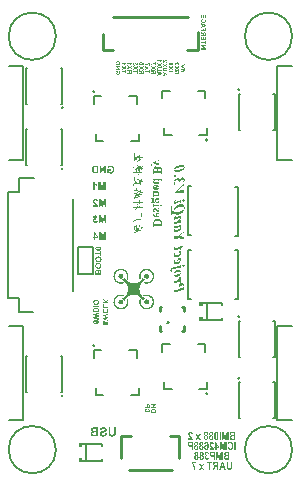
<source format=gbr>
G04*
G04 #@! TF.GenerationSoftware,Altium Limited,Altium Designer,24.1.2 (44)*
G04*
G04 Layer_Color=32896*
%FSLAX25Y25*%
%MOIN*%
G70*
G04*
G04 #@! TF.SameCoordinates,8AA45DA3-EFE9-42F3-ADE2-6CCF78DF1A05*
G04*
G04*
G04 #@! TF.FilePolarity,Positive*
G04*
G01*
G75*
%ADD10C,0.00500*%
%ADD12C,0.00591*%
%ADD13C,0.00787*%
%ADD15C,0.00600*%
%ADD16C,0.01000*%
%ADD126C,0.00591*%
%ADD127C,0.00598*%
%ADD128C,0.00598*%
G36*
X50200Y70377D02*
X50207Y70371D01*
X50226Y70369D01*
X50245Y70367D01*
X50257Y70360D01*
X50266Y70354D01*
X50279Y70351D01*
X50296Y70346D01*
X50314Y70334D01*
X50329Y70322D01*
X50342Y70316D01*
X50386Y70291D01*
X50470Y70225D01*
X50577Y70111D01*
X50639Y70017D01*
X50644Y70004D01*
X50656Y69989D01*
X50669Y69974D01*
X50674Y69957D01*
X50676Y69943D01*
X50683Y69935D01*
X50689Y69923D01*
X50691Y69903D01*
X50694Y69885D01*
X50699Y69878D01*
X50739Y69631D01*
X50706Y69344D01*
X50696Y69327D01*
X50691Y69309D01*
X50673Y69251D01*
X50647Y69210D01*
X50641Y69205D01*
X50639Y69193D01*
X50636Y69181D01*
X50630Y69175D01*
X50624Y69172D01*
X50621Y69164D01*
X50615Y69149D01*
X50601Y69129D01*
X50578Y69103D01*
X50551Y69070D01*
X50486Y69001D01*
X50444Y68965D01*
X50432Y68957D01*
X50410Y68938D01*
X50386Y68920D01*
X50366Y68912D01*
X50354Y68910D01*
X50349Y68903D01*
X50314Y68878D01*
X50267Y68859D01*
X50255Y68854D01*
X50237Y68842D01*
X50214Y68830D01*
X50190Y68824D01*
X50171Y68822D01*
X50160Y68815D01*
X50141Y68809D01*
X50102Y68807D01*
X50057Y68803D01*
X50027Y68792D01*
X49922Y68776D01*
X49824Y68792D01*
X49799Y68803D01*
X49754Y68807D01*
X49715Y68809D01*
X49695Y68815D01*
X49684Y68822D01*
X49665Y68824D01*
X49641Y68830D01*
X49618Y68842D01*
X49598Y68854D01*
X49581Y68859D01*
X49560Y68866D01*
X49530Y68884D01*
X49496Y68905D01*
X49467Y68921D01*
X49349Y69026D01*
X49243Y69145D01*
X49227Y69174D01*
X49206Y69207D01*
X49189Y69238D01*
X49182Y69259D01*
X49176Y69276D01*
X49164Y69296D01*
X49152Y69319D01*
X49147Y69343D01*
X49144Y69362D01*
X49138Y69373D01*
X49132Y69393D01*
X49129Y69434D01*
X49126Y69478D01*
X49117Y69499D01*
X49098Y69614D01*
X49119Y69718D01*
X49126Y69736D01*
X49129Y69777D01*
X49132Y69818D01*
X49138Y69838D01*
X49144Y69849D01*
X49147Y69868D01*
X49151Y69892D01*
X49162Y69914D01*
X49177Y69939D01*
X49190Y69972D01*
X49203Y70002D01*
X49218Y70024D01*
X49229Y70037D01*
X49234Y70049D01*
X49242Y70065D01*
X49261Y70088D01*
X49279Y70110D01*
X49287Y70122D01*
X49320Y70160D01*
X49389Y70226D01*
X49415Y70249D01*
X49438Y70269D01*
X49462Y70287D01*
X49493Y70304D01*
X49521Y70319D01*
X49540Y70332D01*
X49584Y70356D01*
X49631Y70369D01*
X49650Y70374D01*
X49671Y70387D01*
X49696Y70399D01*
X49725Y70404D01*
X49751Y70407D01*
X49770Y70413D01*
X50000Y70417D01*
X50200Y70377D01*
D02*
G37*
G36*
X41622Y70384D02*
X41640Y70373D01*
X41658Y70369D01*
X41716Y70351D01*
X41756Y70324D01*
X41761Y70319D01*
X41774Y70316D01*
X41786Y70314D01*
X41791Y70308D01*
X41794Y70302D01*
X41803Y70299D01*
X41834Y70282D01*
X41888Y70235D01*
X41907Y70218D01*
X41920Y70211D01*
X41963Y70169D01*
X42002Y70120D01*
X42009Y70109D01*
X42028Y70088D01*
X42047Y70063D01*
X42054Y70043D01*
X42057Y70032D01*
X42063Y70027D01*
X42088Y69993D01*
X42107Y69947D01*
X42112Y69934D01*
X42125Y69915D01*
X42137Y69892D01*
X42142Y69868D01*
X42145Y69849D01*
X42151Y69838D01*
X42157Y69818D01*
X42160Y69777D01*
X42162Y69735D01*
X42170Y69718D01*
X42190Y69613D01*
X42172Y69499D01*
X42163Y69478D01*
X42160Y69434D01*
X42157Y69393D01*
X42151Y69373D01*
X42145Y69362D01*
X42142Y69343D01*
X42137Y69319D01*
X42125Y69296D01*
X42112Y69276D01*
X42107Y69259D01*
X42100Y69238D01*
X42083Y69207D01*
X42062Y69174D01*
X42046Y69145D01*
X42009Y69099D01*
X41940Y69026D01*
X41868Y68957D01*
X41822Y68921D01*
X41793Y68905D01*
X41759Y68884D01*
X41729Y68866D01*
X41708Y68859D01*
X41691Y68854D01*
X41671Y68842D01*
X41648Y68830D01*
X41624Y68824D01*
X41605Y68822D01*
X41594Y68815D01*
X41574Y68809D01*
X41535Y68807D01*
X41490Y68803D01*
X41465Y68792D01*
X41367Y68776D01*
X41262Y68792D01*
X41231Y68803D01*
X41186Y68807D01*
X41148Y68809D01*
X41128Y68815D01*
X41117Y68822D01*
X41098Y68824D01*
X41074Y68830D01*
X41051Y68842D01*
X41033Y68854D01*
X41019Y68859D01*
X40973Y68878D01*
X40940Y68903D01*
X40935Y68910D01*
X40923Y68912D01*
X40903Y68920D01*
X40878Y68938D01*
X40857Y68957D01*
X40844Y68965D01*
X40802Y69001D01*
X40738Y69070D01*
X40710Y69103D01*
X40687Y69129D01*
X40673Y69149D01*
X40668Y69164D01*
X40665Y69172D01*
X40659Y69175D01*
X40653Y69181D01*
X40650Y69193D01*
X40648Y69205D01*
X40642Y69210D01*
X40616Y69251D01*
X40597Y69309D01*
X40593Y69327D01*
X40583Y69344D01*
X40549Y69631D01*
X40589Y69878D01*
X40595Y69885D01*
X40597Y69903D01*
X40600Y69923D01*
X40606Y69935D01*
X40612Y69943D01*
X40615Y69957D01*
X40620Y69974D01*
X40633Y69992D01*
X40645Y70007D01*
X40650Y70019D01*
X40676Y70064D01*
X40741Y70148D01*
X40854Y70254D01*
X40947Y70316D01*
X40959Y70322D01*
X40975Y70334D01*
X40992Y70346D01*
X41009Y70351D01*
X41023Y70354D01*
X41032Y70360D01*
X41043Y70367D01*
X41063Y70369D01*
X41081Y70371D01*
X41089Y70376D01*
X41114Y70395D01*
X41162Y70404D01*
X41185Y70407D01*
X41203Y70413D01*
X41414Y70418D01*
X41622Y70384D01*
D02*
G37*
G36*
X41677Y72062D02*
X41700Y72057D01*
X41756Y72054D01*
X41813Y72052D01*
X41839Y72045D01*
X41855Y72039D01*
X41883Y72037D01*
X41939Y72028D01*
X41967Y72010D01*
X41980Y72004D01*
X42013Y71999D01*
X42100Y71985D01*
X42150Y71963D01*
X42165Y71953D01*
X42181Y71949D01*
X42242Y71934D01*
X42292Y71909D01*
X42305Y71900D01*
X42322Y71896D01*
X42375Y71880D01*
X42419Y71852D01*
X42427Y71846D01*
X42440Y71844D01*
X42482Y71830D01*
X42520Y71804D01*
X42531Y71795D01*
X42544Y71791D01*
X42564Y71783D01*
X42596Y71765D01*
X42625Y71746D01*
X42640Y71738D01*
X42658Y71728D01*
X42696Y71703D01*
X42734Y71678D01*
X42752Y71668D01*
X42792Y71641D01*
X42855Y71593D01*
X42868Y71584D01*
X42877Y71580D01*
X42892Y71571D01*
X42919Y71547D01*
X42963Y71508D01*
X43020Y71458D01*
X43129Y71356D01*
X43228Y71250D01*
X43332Y71123D01*
X43371Y71066D01*
X43375Y71057D01*
X43384Y71051D01*
X43397Y71039D01*
X43411Y71017D01*
X43429Y70987D01*
X43451Y70957D01*
X43469Y70931D01*
X43476Y70911D01*
X43479Y70900D01*
X43485Y70896D01*
X43511Y70860D01*
X43564Y70755D01*
X43580Y70723D01*
X43591Y70703D01*
X43622Y70643D01*
X43634Y70601D01*
X43638Y70586D01*
X43646Y70577D01*
X43671Y70532D01*
X43687Y70471D01*
X43692Y70456D01*
X43705Y70439D01*
X43717Y70418D01*
X43722Y70392D01*
X43725Y70369D01*
X43731Y70356D01*
X43737Y70342D01*
X43740Y70316D01*
X43742Y70292D01*
X43747Y70281D01*
X43766Y70255D01*
X43775Y70202D01*
X43777Y70177D01*
X43784Y70163D01*
X43790Y70142D01*
X43792Y70101D01*
X43795Y70061D01*
X43800Y70044D01*
X43829Y69931D01*
X43838Y69597D01*
X43829Y69267D01*
X43801Y69158D01*
X43795Y69140D01*
X43789Y69099D01*
X43775Y68987D01*
X43754Y68931D01*
X43744Y68911D01*
X43740Y68883D01*
X43737Y68859D01*
X43731Y68846D01*
X43725Y68835D01*
X43722Y68816D01*
X43717Y68792D01*
X43705Y68769D01*
X43692Y68749D01*
X43687Y68732D01*
X43671Y68670D01*
X43646Y68625D01*
X43638Y68617D01*
X43634Y68605D01*
X43605Y68528D01*
X43546Y68491D01*
X43431Y68578D01*
X43336Y68685D01*
X43320Y68704D01*
X43283Y68744D01*
X43231Y68798D01*
Y68859D01*
X43233Y68904D01*
X43239Y68925D01*
X43246Y68936D01*
X43248Y68955D01*
X43253Y68977D01*
X43266Y68995D01*
X43279Y69016D01*
X43283Y69049D01*
X43286Y69077D01*
X43291Y69091D01*
X43297Y69108D01*
X43303Y69140D01*
X43310Y69176D01*
X43321Y69200D01*
X43350Y69538D01*
X43345Y69872D01*
X43339Y69896D01*
X43336Y69942D01*
X43333Y69993D01*
X43321Y70019D01*
X43310Y70044D01*
X43303Y70079D01*
X43297Y70112D01*
X43291Y70128D01*
X43286Y70142D01*
X43283Y70168D01*
X43279Y70199D01*
X43266Y70222D01*
X43253Y70242D01*
X43248Y70265D01*
X43246Y70284D01*
X43239Y70294D01*
X43233Y70305D01*
X43231Y70322D01*
X43225Y70344D01*
X43213Y70367D01*
X43201Y70387D01*
X43196Y70405D01*
X43193Y70418D01*
X43187Y70426D01*
X43181Y70436D01*
X43178Y70453D01*
X43176Y70468D01*
X43171Y70474D01*
X43145Y70510D01*
X43125Y70559D01*
X43123Y70567D01*
X43117Y70571D01*
X43092Y70606D01*
X43073Y70651D01*
X43065Y70664D01*
X43046Y70687D01*
X43027Y70710D01*
X43020Y70724D01*
X43012Y70740D01*
X42993Y70764D01*
X42975Y70788D01*
X42967Y70803D01*
X42962Y70813D01*
X42950Y70824D01*
X42937Y70835D01*
X42932Y70847D01*
X42930Y70856D01*
X42926Y70862D01*
X42911Y70876D01*
X42885Y70904D01*
X42775Y71022D01*
X42668Y71124D01*
X42621Y71166D01*
X42600Y71188D01*
X42595Y71192D01*
X42589Y71194D01*
X42567Y71206D01*
X42526Y71236D01*
X42480Y71269D01*
X42447Y71290D01*
X42426Y71303D01*
X42408Y71317D01*
X42385Y71332D01*
X42351Y71350D01*
X42321Y71367D01*
X42309Y71378D01*
X42305Y71385D01*
X42297Y71387D01*
X42249Y71405D01*
X42208Y71431D01*
X42199Y71437D01*
X42185Y71440D01*
X42169Y71442D01*
X42153Y71448D01*
X42134Y71457D01*
X42109Y71467D01*
X42089Y71476D01*
X42081Y71485D01*
X42073Y71490D01*
X42055Y71493D01*
X42035Y71495D01*
X42024Y71501D01*
X42014Y71508D01*
X41997Y71510D01*
X41955Y71520D01*
X41932Y71538D01*
X41920Y71543D01*
X41892Y71545D01*
X41863Y71548D01*
X41848Y71554D01*
X41832Y71560D01*
X41802Y71563D01*
X41764Y71567D01*
X41733Y71580D01*
X41352Y71610D01*
X40972Y71580D01*
X40941Y71568D01*
X40907Y71563D01*
X40880Y71560D01*
X40865Y71554D01*
X40850Y71548D01*
X40821Y71545D01*
X40793Y71543D01*
X40782Y71538D01*
X40758Y71520D01*
X40716Y71510D01*
X40699Y71508D01*
X40690Y71501D01*
X40679Y71495D01*
X40662Y71493D01*
X40640Y71487D01*
X40617Y71475D01*
X40597Y71463D01*
X40579Y71457D01*
X40566Y71455D01*
X40558Y71449D01*
X40548Y71443D01*
X40532Y71440D01*
X40515Y71437D01*
X40505Y71431D01*
X40464Y71405D01*
X40416Y71387D01*
X40408Y71385D01*
X40404Y71380D01*
X40390Y71367D01*
X40356Y71348D01*
X40322Y71329D01*
X40308Y71316D01*
X40301Y71309D01*
X40286Y71303D01*
X40270Y71297D01*
X40264Y71290D01*
X40261Y71284D01*
X40253Y71282D01*
X40236Y71274D01*
X40211Y71255D01*
X40188Y71237D01*
X40175Y71229D01*
X40163Y71222D01*
X40141Y71203D01*
X40119Y71184D01*
X40106Y71177D01*
X39940Y71026D01*
X39790Y70861D01*
X39782Y70847D01*
X39764Y70825D01*
X39745Y70804D01*
X39737Y70793D01*
X39729Y70780D01*
X39711Y70755D01*
X39692Y70729D01*
X39685Y70712D01*
X39682Y70705D01*
X39677Y70703D01*
X39669Y70696D01*
X39663Y70681D01*
X39657Y70665D01*
X39650Y70659D01*
X39637Y70645D01*
X39618Y70610D01*
X39599Y70576D01*
X39587Y70562D01*
X39582Y70559D01*
X39579Y70551D01*
X39561Y70503D01*
X39535Y70461D01*
X39529Y70451D01*
X39527Y70435D01*
X39524Y70419D01*
X39518Y70409D01*
X39511Y70400D01*
X39509Y70387D01*
X39504Y70370D01*
X39491Y70349D01*
X39479Y70327D01*
X39474Y70305D01*
X39471Y70287D01*
X39465Y70277D01*
X39459Y70267D01*
X39456Y70250D01*
X39446Y70209D01*
X39429Y70185D01*
X39423Y70174D01*
X39418Y70148D01*
X39401Y70037D01*
X39384Y69990D01*
X39358Y69600D01*
X39377Y69246D01*
X39397Y69206D01*
X39418Y69072D01*
X39423Y69046D01*
X39429Y69035D01*
X39446Y69011D01*
X39456Y68969D01*
X39459Y68953D01*
X39465Y68943D01*
X39471Y68931D01*
X39474Y68912D01*
X39476Y68893D01*
X39482Y68886D01*
X39490Y68877D01*
X39500Y68857D01*
X39510Y68833D01*
X39518Y68814D01*
X39524Y68798D01*
X39527Y68781D01*
X39529Y68767D01*
X39535Y68758D01*
X39561Y68717D01*
X39579Y68669D01*
X39582Y68661D01*
X39588Y68658D01*
X39600Y68645D01*
X39616Y68616D01*
X39637Y68577D01*
X39660Y68544D01*
X39677Y68520D01*
X39685Y68506D01*
X39697Y68484D01*
X39728Y68442D01*
X39759Y68400D01*
X39772Y68378D01*
X39774Y68371D01*
X39779Y68366D01*
X39800Y68345D01*
X39843Y68298D01*
X39981Y68156D01*
X40113Y68039D01*
X40126Y68028D01*
X40141Y68015D01*
X40160Y68001D01*
X40183Y67987D01*
X40203Y67974D01*
X40214Y67960D01*
X40222Y67951D01*
X40235Y67947D01*
X40255Y67939D01*
X40280Y67920D01*
X40303Y67902D01*
X40317Y67894D01*
X40345Y67883D01*
X40382Y67858D01*
X40404Y67844D01*
X40433Y67832D01*
X40462Y67819D01*
X40483Y67804D01*
X40500Y67793D01*
X40518Y67789D01*
X40531Y67786D01*
X40540Y67780D01*
X40549Y67774D01*
X40563Y67771D01*
X40580Y67766D01*
X40597Y67753D01*
X40616Y67741D01*
X40637Y67736D01*
X40657Y67734D01*
X40674Y67728D01*
X40692Y67720D01*
X40713Y67715D01*
X40734Y67707D01*
X40750Y67696D01*
X40769Y67687D01*
X40798Y67683D01*
X40824Y67681D01*
X40839Y67674D01*
X40851Y67668D01*
X40874Y67666D01*
X40923Y67656D01*
X40948Y67638D01*
X40969Y67633D01*
X41018Y67631D01*
X41069Y67628D01*
X41093Y67622D01*
X41165Y67615D01*
X41357Y67613D01*
X41548Y67615D01*
X41620Y67622D01*
X41644Y67628D01*
X41695Y67631D01*
X41744Y67633D01*
X41765Y67638D01*
X41790Y67656D01*
X41839Y67666D01*
X41862Y67668D01*
X41875Y67674D01*
X41889Y67681D01*
X41916Y67683D01*
X41946Y67687D01*
X41967Y67697D01*
X42019Y67721D01*
X42108Y67733D01*
X42166Y67737D01*
X42221Y67684D01*
X42262Y67646D01*
X42282Y67631D01*
X42294Y67622D01*
X42315Y67602D01*
X42353Y67564D01*
X42409Y67512D01*
X42468Y67388D01*
X42362Y67332D01*
X42349Y67329D01*
X42341Y67320D01*
X42295Y67295D01*
X42231Y67279D01*
X42216Y67276D01*
X42206Y67267D01*
X42168Y67247D01*
X42090Y67229D01*
X42064Y67222D01*
X42044Y67212D01*
X41986Y67191D01*
X41881Y67177D01*
X41842Y67172D01*
X41826Y67166D01*
X41382Y67126D01*
X40899Y67158D01*
X40872Y67170D01*
X40830Y67177D01*
X40732Y67191D01*
X40673Y67212D01*
X40652Y67223D01*
X40631Y67227D01*
X40554Y67245D01*
X40501Y67272D01*
X40493Y67277D01*
X40475Y67279D01*
X40455Y67282D01*
X40444Y67288D01*
X40434Y67295D01*
X40418Y67297D01*
X40399Y67302D01*
X40380Y67315D01*
X40363Y67327D01*
X40349Y67332D01*
X40301Y67350D01*
X40260Y67376D01*
X40251Y67382D01*
X40238Y67385D01*
X40196Y67398D01*
X40163Y67421D01*
X40147Y67432D01*
X40118Y67447D01*
X40089Y67463D01*
X40074Y67477D01*
X40065Y67486D01*
X40050Y67490D01*
X40028Y67497D01*
X40004Y67514D01*
X39975Y67536D01*
X39945Y67555D01*
X39922Y67570D01*
X39913Y67583D01*
X39908Y67592D01*
X39895Y67597D01*
X39697Y67753D01*
X39448Y68008D01*
X39403Y68062D01*
X39371Y68100D01*
X39352Y68125D01*
X39339Y68147D01*
X39325Y68170D01*
X39305Y68194D01*
X39288Y68216D01*
X39280Y68231D01*
X39272Y68247D01*
X39254Y68271D01*
X39236Y68297D01*
X39228Y68317D01*
X39226Y68328D01*
X39219Y68333D01*
X39194Y68368D01*
X39175Y68416D01*
X39170Y68428D01*
X39158Y68442D01*
X39145Y68458D01*
X39140Y68475D01*
X39138Y68486D01*
X39132Y68491D01*
X39125Y68497D01*
X39123Y68511D01*
X39118Y68531D01*
X39105Y68548D01*
X39093Y68564D01*
X39088Y68579D01*
X39085Y68592D01*
X39079Y68600D01*
X39073Y68610D01*
X39070Y68624D01*
X39065Y68643D01*
X39053Y68664D01*
X39040Y68686D01*
X39035Y68707D01*
X39032Y68722D01*
X39026Y68732D01*
X39020Y68744D01*
X39017Y68766D01*
X39013Y68791D01*
X39001Y68810D01*
X38982Y68847D01*
X38968Y68932D01*
X38962Y68961D01*
X38956Y68973D01*
X38932Y69028D01*
X38915Y69167D01*
X38908Y69220D01*
X38896Y69249D01*
X38876Y69620D01*
X38904Y69965D01*
X38910Y69986D01*
X38912Y70035D01*
X38915Y70086D01*
X38921Y70110D01*
X38927Y70124D01*
X38930Y70150D01*
X38939Y70203D01*
X38957Y70229D01*
X38963Y70241D01*
X38965Y70272D01*
X38967Y70304D01*
X38974Y70321D01*
X38980Y70332D01*
X38982Y70350D01*
X38987Y70373D01*
X39000Y70393D01*
X39012Y70414D01*
X39017Y70438D01*
X39020Y70459D01*
X39026Y70470D01*
X39032Y70480D01*
X39035Y70496D01*
X39040Y70517D01*
X39053Y70538D01*
X39065Y70559D01*
X39070Y70578D01*
X39073Y70593D01*
X39079Y70602D01*
X39085Y70610D01*
X39088Y70623D01*
X39093Y70641D01*
X39105Y70661D01*
X39118Y70681D01*
X39123Y70697D01*
X39142Y70746D01*
X39168Y70782D01*
X39173Y70785D01*
X39175Y70794D01*
X39194Y70838D01*
X39220Y70869D01*
X39226Y70873D01*
X39228Y70883D01*
X39243Y70919D01*
X39270Y70951D01*
X39277Y70960D01*
X39281Y70973D01*
X39288Y70992D01*
X39307Y71017D01*
X39326Y71040D01*
X39333Y71053D01*
X39341Y71067D01*
X39360Y71089D01*
X39378Y71111D01*
X39386Y71124D01*
X39394Y71136D01*
X39412Y71158D01*
X39431Y71179D01*
X39439Y71192D01*
X39603Y71365D01*
X39776Y71528D01*
X39788Y71535D01*
X39809Y71554D01*
X39830Y71573D01*
X39843Y71580D01*
X39856Y71588D01*
X39878Y71607D01*
X39900Y71625D01*
X39916Y71633D01*
X39932Y71641D01*
X39956Y71660D01*
X39981Y71678D01*
X39997Y71686D01*
X40013Y71693D01*
X40036Y71712D01*
X40060Y71731D01*
X40080Y71738D01*
X40092Y71741D01*
X40097Y71747D01*
X40133Y71772D01*
X40182Y71791D01*
X40190Y71794D01*
X40194Y71800D01*
X40229Y71825D01*
X40279Y71844D01*
X40293Y71849D01*
X40310Y71861D01*
X40328Y71874D01*
X40344Y71879D01*
X40356Y71881D01*
X40365Y71887D01*
X40375Y71894D01*
X40392Y71896D01*
X40413Y71902D01*
X40433Y71914D01*
X40452Y71926D01*
X40471Y71931D01*
X40487Y71934D01*
X40496Y71940D01*
X40509Y71946D01*
X40532Y71949D01*
X40553Y71951D01*
X40562Y71956D01*
X40586Y71974D01*
X40628Y71984D01*
X40644Y71987D01*
X40654Y71993D01*
X40668Y71999D01*
X40694Y72002D01*
X40727Y72007D01*
X40757Y72019D01*
X40789Y72032D01*
X40827Y72037D01*
X40858Y72039D01*
X40874Y72045D01*
X40899Y72052D01*
X40953Y72054D01*
X41006Y72057D01*
X41027Y72063D01*
X41036Y72071D01*
X41056Y72080D01*
X41397Y72090D01*
X41677Y72062D01*
D02*
G37*
G36*
X50393Y72063D02*
X50409Y72057D01*
X50448Y72051D01*
X50572Y72034D01*
X50621Y72009D01*
X50629Y72004D01*
X50649Y72002D01*
X50734Y71984D01*
X50788Y71957D01*
X50796Y71951D01*
X50814Y71949D01*
X50833Y71946D01*
X50845Y71940D01*
X50855Y71934D01*
X50871Y71931D01*
X50891Y71926D01*
X50913Y71914D01*
X50933Y71902D01*
X50948Y71896D01*
X50986Y71883D01*
X51042Y71853D01*
X51064Y71842D01*
X51097Y71827D01*
X51127Y71811D01*
X51139Y71800D01*
X51142Y71794D01*
X51151Y71791D01*
X51190Y71777D01*
X51227Y71751D01*
X51237Y71742D01*
X51247Y71738D01*
X51322Y71693D01*
X51392Y71640D01*
X51397Y71635D01*
X51405Y71633D01*
X51422Y71624D01*
X51449Y71602D01*
X51475Y71580D01*
X51489Y71572D01*
X51508Y71558D01*
X51545Y71526D01*
X51585Y71490D01*
X51610Y71470D01*
X51624Y71458D01*
X51635Y71441D01*
X51644Y71428D01*
X51652Y71422D01*
X51703Y71380D01*
X51745Y71329D01*
X51750Y71321D01*
X51764Y71312D01*
X51780Y71302D01*
X51792Y71288D01*
X51812Y71262D01*
X51848Y71222D01*
X51880Y71185D01*
X51894Y71167D01*
X51903Y71153D01*
X51924Y71127D01*
X51946Y71101D01*
X51955Y71086D01*
X51960Y71076D01*
X51971Y71062D01*
X51986Y71043D01*
X52000Y71021D01*
X52012Y71001D01*
X52023Y70988D01*
X52036Y70971D01*
X52052Y70942D01*
X52068Y70914D01*
X52078Y70900D01*
X52100Y70867D01*
X52113Y70828D01*
X52116Y70820D01*
X52122Y70817D01*
X52148Y70780D01*
X52166Y70727D01*
X52168Y70716D01*
X52175Y70711D01*
X52201Y70675D01*
X52219Y70622D01*
X52224Y70605D01*
X52236Y70587D01*
X52249Y70567D01*
X52254Y70548D01*
X52256Y70532D01*
X52263Y70523D01*
X52269Y70511D01*
X52271Y70491D01*
X52273Y70473D01*
X52279Y70466D01*
X52306Y70411D01*
X52324Y70327D01*
X52326Y70307D01*
X52332Y70299D01*
X52355Y70252D01*
X52373Y70132D01*
X52382Y70087D01*
X52395Y70048D01*
X52415Y69577D01*
X52385Y69158D01*
X52379Y69141D01*
X52377Y69101D01*
X52374Y69060D01*
X52368Y69039D01*
X52362Y69026D01*
X52359Y69002D01*
X52354Y68970D01*
X52341Y68940D01*
X52329Y68912D01*
X52324Y68885D01*
X52321Y68862D01*
X52316Y68844D01*
X52308Y68826D01*
X52302Y68805D01*
X52295Y68785D01*
X52284Y68769D01*
X52275Y68753D01*
X52271Y68733D01*
X52269Y68716D01*
X52263Y68706D01*
X52256Y68696D01*
X52254Y68680D01*
X52249Y68659D01*
X52236Y68638D01*
X52224Y68617D01*
X52219Y68597D01*
X52216Y68583D01*
X52210Y68574D01*
X52204Y68566D01*
X52201Y68553D01*
X52196Y68537D01*
X52184Y68521D01*
X52171Y68507D01*
X52166Y68496D01*
X52147Y68447D01*
X52122Y68412D01*
X52116Y68408D01*
X52113Y68399D01*
X52094Y68351D01*
X52068Y68315D01*
X52063Y68312D01*
X52061Y68306D01*
X52004Y68211D01*
X51925Y68102D01*
X51909Y68082D01*
X51903Y68069D01*
X51887Y68047D01*
X51850Y68007D01*
X51813Y67966D01*
X51797Y67945D01*
X51789Y67935D01*
X51771Y67919D01*
X51752Y67903D01*
X51745Y67891D01*
X51678Y67819D01*
X51604Y67754D01*
X51584Y67738D01*
X51544Y67701D01*
X51502Y67664D01*
X51477Y67648D01*
X51468Y67646D01*
X51464Y67641D01*
X51404Y67588D01*
X51335Y67543D01*
X51325Y67538D01*
X51312Y67525D01*
X51298Y67513D01*
X51284Y67508D01*
X51275Y67505D01*
X51271Y67499D01*
X51266Y67493D01*
X51254Y67490D01*
X51241Y67488D01*
X51234Y67483D01*
X51202Y67456D01*
X51163Y67437D01*
X51150Y67433D01*
X51136Y67421D01*
X51114Y67406D01*
X51084Y67393D01*
X51053Y67380D01*
X51030Y67365D01*
X51013Y67354D01*
X50997Y67350D01*
X50985Y67347D01*
X50977Y67341D01*
X50967Y67335D01*
X50951Y67332D01*
X50935Y67329D01*
X50926Y67320D01*
X50880Y67295D01*
X50818Y67279D01*
X50801Y67274D01*
X50782Y67262D01*
X50758Y67250D01*
X50735Y67244D01*
X50716Y67242D01*
X50704Y67236D01*
X50693Y67229D01*
X50672Y67227D01*
X50648Y67223D01*
X50629Y67212D01*
X50604Y67201D01*
X50568Y67194D01*
X50536Y67189D01*
X50520Y67182D01*
X50502Y67176D01*
X50467Y67174D01*
X50425Y67170D01*
X50396Y67159D01*
X49932Y67126D01*
X49468Y67159D01*
X49439Y67170D01*
X49398Y67174D01*
X49362Y67176D01*
X49345Y67182D01*
X49330Y67189D01*
X49300Y67194D01*
X49267Y67201D01*
X49244Y67213D01*
X49224Y67223D01*
X49197Y67227D01*
X49173Y67229D01*
X49160Y67236D01*
X49148Y67242D01*
X49128Y67244D01*
X49106Y67249D01*
X49087Y67262D01*
X49069Y67275D01*
X49044Y67279D01*
X49023Y67282D01*
X49010Y67288D01*
X49002Y67295D01*
X48989Y67297D01*
X48971Y67302D01*
X48951Y67315D01*
X48932Y67327D01*
X48916Y67332D01*
X48840Y67368D01*
X48809Y67431D01*
X48905Y67537D01*
X49007Y67631D01*
X49026Y67646D01*
X49067Y67684D01*
X49122Y67737D01*
X49180Y67734D01*
X49272Y67720D01*
X49318Y67697D01*
X49336Y67687D01*
X49369Y67683D01*
X49399Y67681D01*
X49414Y67674D01*
X49427Y67668D01*
X49449Y67666D01*
X49498Y67656D01*
X49524Y67639D01*
X49857Y67617D01*
X50203Y67622D01*
X50227Y67628D01*
X50273Y67631D01*
X50325Y67634D01*
X50355Y67648D01*
X50381Y67661D01*
X50411Y67666D01*
X50436Y67668D01*
X50450Y67674D01*
X50464Y67681D01*
X50491Y67683D01*
X50519Y67687D01*
X50539Y67696D01*
X50555Y67707D01*
X50576Y67715D01*
X50597Y67720D01*
X50614Y67728D01*
X50632Y67734D01*
X50652Y67736D01*
X50672Y67741D01*
X50691Y67753D01*
X50709Y67766D01*
X50726Y67771D01*
X50740Y67774D01*
X50748Y67780D01*
X50757Y67786D01*
X50771Y67789D01*
X50788Y67793D01*
X50805Y67804D01*
X50827Y67819D01*
X50855Y67832D01*
X50884Y67844D01*
X50906Y67858D01*
X50943Y67883D01*
X50972Y67894D01*
X50986Y67902D01*
X51009Y67920D01*
X51033Y67939D01*
X51051Y67947D01*
X51068Y67955D01*
X51090Y67973D01*
X51111Y67992D01*
X51125Y67999D01*
X51135Y68004D01*
X51146Y68017D01*
X51157Y68029D01*
X51169Y68034D01*
X51179Y68036D01*
X51184Y68041D01*
X51206Y68062D01*
X51253Y68105D01*
X51353Y68197D01*
X51446Y68298D01*
X51488Y68345D01*
X51510Y68366D01*
X51515Y68371D01*
X51516Y68378D01*
X51529Y68400D01*
X51558Y68441D01*
X51591Y68486D01*
X51612Y68519D01*
X51625Y68541D01*
X51639Y68559D01*
X51654Y68582D01*
X51672Y68616D01*
X51688Y68645D01*
X51699Y68658D01*
X51707Y68670D01*
X51718Y68698D01*
X51731Y68732D01*
X51746Y68756D01*
X51757Y68772D01*
X51762Y68789D01*
X51765Y68802D01*
X51771Y68811D01*
X51777Y68821D01*
X51780Y68837D01*
X51785Y68858D01*
X51797Y68879D01*
X51810Y68900D01*
X51815Y68919D01*
X51817Y68934D01*
X51824Y68943D01*
X51830Y68955D01*
X51833Y68976D01*
X51838Y69002D01*
X51850Y69026D01*
X51862Y69051D01*
X51867Y69081D01*
X51870Y69105D01*
X51876Y69118D01*
X51882Y69133D01*
X51885Y69161D01*
X51894Y69223D01*
X51912Y69254D01*
X51925Y69356D01*
X51930Y69614D01*
X51925Y69872D01*
X51912Y69974D01*
X51893Y70008D01*
X51871Y70136D01*
X51863Y70166D01*
X51852Y70187D01*
X51836Y70221D01*
X51817Y70303D01*
X51810Y70324D01*
X51801Y70338D01*
X51777Y70384D01*
X51762Y70440D01*
X51758Y70454D01*
X51749Y70465D01*
X51724Y70500D01*
X51710Y70537D01*
X51702Y70553D01*
X51683Y70583D01*
X51665Y70613D01*
X51657Y70631D01*
X51652Y70644D01*
X51639Y70659D01*
X51627Y70675D01*
X51622Y70689D01*
X51619Y70699D01*
X51613Y70703D01*
X51607Y70706D01*
X51604Y70714D01*
X51596Y70730D01*
X51578Y70755D01*
X51559Y70780D01*
X51552Y70797D01*
X51549Y70805D01*
X51544Y70808D01*
X51526Y70825D01*
X51492Y70867D01*
X51348Y71026D01*
X51189Y71170D01*
X51148Y71203D01*
X51130Y71222D01*
X51127Y71227D01*
X51119Y71229D01*
X51102Y71237D01*
X51077Y71255D01*
X51052Y71274D01*
X51036Y71282D01*
X51028Y71284D01*
X51025Y71291D01*
X51021Y71297D01*
X51012Y71299D01*
X50998Y71304D01*
X50982Y71316D01*
X50965Y71330D01*
X50947Y71338D01*
X50926Y71348D01*
X50900Y71364D01*
X50871Y71381D01*
X50841Y71396D01*
X50814Y71409D01*
X50792Y71424D01*
X50775Y71435D01*
X50761Y71440D01*
X50706Y71455D01*
X50661Y71479D01*
X50647Y71489D01*
X50625Y71495D01*
X50550Y71513D01*
X50507Y71532D01*
X50487Y71541D01*
X50459Y71548D01*
X50330Y71570D01*
X50296Y71589D01*
X49946Y71609D01*
X49556Y71580D01*
X49525Y71567D01*
X49487Y71563D01*
X49457Y71560D01*
X49441Y71554D01*
X49425Y71548D01*
X49396Y71545D01*
X49369Y71543D01*
X49357Y71538D01*
X49334Y71520D01*
X49291Y71510D01*
X49275Y71508D01*
X49265Y71501D01*
X49254Y71495D01*
X49234Y71493D01*
X49215Y71490D01*
X49208Y71485D01*
X49200Y71476D01*
X49179Y71467D01*
X49155Y71457D01*
X49136Y71448D01*
X49120Y71442D01*
X49104Y71440D01*
X49088Y71435D01*
X49072Y71422D01*
X49056Y71410D01*
X49040Y71405D01*
X49028Y71402D01*
X49019Y71396D01*
X49010Y71390D01*
X48997Y71387D01*
X48985Y71385D01*
X48980Y71378D01*
X48967Y71367D01*
X48938Y71350D01*
X48904Y71332D01*
X48881Y71317D01*
X48863Y71303D01*
X48841Y71290D01*
X48808Y71269D01*
X48763Y71236D01*
X48722Y71206D01*
X48700Y71194D01*
X48693Y71192D01*
X48689Y71188D01*
X48667Y71166D01*
X48620Y71124D01*
X48476Y70986D01*
X48361Y70854D01*
X48350Y70840D01*
X48337Y70825D01*
X48326Y70811D01*
X48321Y70801D01*
X48314Y70788D01*
X48297Y70768D01*
X48276Y70743D01*
X48261Y70718D01*
X48247Y70696D01*
X48232Y70677D01*
X48221Y70662D01*
X48216Y70649D01*
X48209Y70631D01*
X48191Y70602D01*
X48169Y70566D01*
X48154Y70532D01*
X48141Y70504D01*
X48126Y70483D01*
X48115Y70466D01*
X48111Y70449D01*
X48108Y70435D01*
X48102Y70426D01*
X48096Y70417D01*
X48093Y70404D01*
X48088Y70386D01*
X48076Y70369D01*
X48063Y70350D01*
X48058Y70329D01*
X48056Y70309D01*
X48050Y70292D01*
X48043Y70275D01*
X48037Y70253D01*
X48029Y70233D01*
X48019Y70217D01*
X48009Y70197D01*
X48006Y70168D01*
X48003Y70142D01*
X47998Y70128D01*
X47991Y70113D01*
X47986Y70084D01*
X47979Y70051D01*
X47968Y70029D01*
X47940Y69610D01*
X47968Y69191D01*
X47979Y69167D01*
X47986Y69131D01*
X47991Y69099D01*
X47998Y69082D01*
X48003Y69069D01*
X48006Y69042D01*
X48009Y69013D01*
X48019Y68996D01*
X48042Y68950D01*
X48056Y68858D01*
X48059Y68800D01*
X48006Y68745D01*
X47969Y68704D01*
X47953Y68684D01*
X47944Y68672D01*
X47924Y68652D01*
X47886Y68614D01*
X47835Y68558D01*
X47736Y68487D01*
X47669Y68551D01*
X47659Y68576D01*
X47654Y68594D01*
X47649Y68609D01*
X47637Y68629D01*
X47624Y68649D01*
X47619Y68667D01*
X47617Y68680D01*
X47611Y68688D01*
X47604Y68700D01*
X47602Y68720D01*
X47596Y68743D01*
X47584Y68763D01*
X47572Y68783D01*
X47567Y68806D01*
X47564Y68826D01*
X47558Y68837D01*
X47552Y68850D01*
X47549Y68874D01*
X47544Y68902D01*
X47532Y68927D01*
X47519Y68953D01*
X47514Y68983D01*
X47511Y69008D01*
X47505Y69022D01*
X47499Y69040D01*
X47496Y69077D01*
X47493Y69118D01*
X47481Y69143D01*
X47468Y69173D01*
X47463Y69236D01*
X47458Y69292D01*
X47452Y69320D01*
X47444Y69616D01*
X47453Y69908D01*
X47459Y69930D01*
X47461Y69976D01*
X47465Y70032D01*
X47478Y70074D01*
X47491Y70113D01*
X47499Y70154D01*
X47515Y70256D01*
X47534Y70306D01*
X47545Y70327D01*
X47549Y70354D01*
X47552Y70378D01*
X47558Y70391D01*
X47564Y70402D01*
X47567Y70422D01*
X47572Y70445D01*
X47584Y70463D01*
X47597Y70479D01*
X47602Y70496D01*
X47616Y70553D01*
X47639Y70605D01*
X47651Y70626D01*
X47665Y70661D01*
X47680Y70697D01*
X47694Y70720D01*
X47703Y70733D01*
X47707Y70744D01*
X47727Y70790D01*
X47752Y70825D01*
X47758Y70830D01*
X47760Y70840D01*
X47767Y70861D01*
X47786Y70893D01*
X47805Y70923D01*
X47812Y70940D01*
X47815Y70946D01*
X47821Y70948D01*
X47827Y70952D01*
X47830Y70961D01*
X47835Y70976D01*
X47848Y70992D01*
X47860Y71006D01*
X47865Y71015D01*
X47928Y71105D01*
X48009Y71209D01*
X48031Y71233D01*
X48058Y71265D01*
X48181Y71394D01*
X48274Y71475D01*
X48283Y71479D01*
X48286Y71488D01*
X48294Y71501D01*
X48313Y71516D01*
X48331Y71529D01*
X48339Y71537D01*
X48364Y71560D01*
X48425Y71606D01*
X48544Y71692D01*
X48602Y71726D01*
X48625Y71739D01*
X48637Y71747D01*
X48674Y71774D01*
X48710Y71791D01*
X48723Y71796D01*
X48737Y71807D01*
X48758Y71822D01*
X48789Y71836D01*
X48820Y71849D01*
X48843Y71863D01*
X48860Y71874D01*
X48875Y71879D01*
X48888Y71881D01*
X48896Y71887D01*
X48905Y71894D01*
X48919Y71896D01*
X48936Y71902D01*
X48953Y71914D01*
X48972Y71926D01*
X48992Y71931D01*
X49009Y71934D01*
X49019Y71940D01*
X49030Y71946D01*
X49047Y71949D01*
X49069Y71954D01*
X49091Y71967D01*
X49114Y71979D01*
X49138Y71984D01*
X49157Y71987D01*
X49169Y71993D01*
X49182Y71999D01*
X49209Y72002D01*
X49233Y72004D01*
X49243Y72009D01*
X49291Y72033D01*
X49414Y72051D01*
X49455Y72058D01*
X49480Y72067D01*
X49493Y72076D01*
X49506Y72083D01*
X49972Y72090D01*
X50393Y72063D01*
D02*
G37*
G36*
X48830Y69178D02*
X48848Y69144D01*
X48850Y69129D01*
X48855Y69123D01*
X48866Y69109D01*
X48883Y69077D01*
X49049Y68839D01*
X49207Y68684D01*
X49214Y68682D01*
X49217Y68677D01*
X49222Y68670D01*
X49233Y68662D01*
X49261Y68645D01*
X49303Y68617D01*
X49350Y68587D01*
X49388Y68569D01*
X49415Y68556D01*
X49436Y68542D01*
X49453Y68530D01*
X49470Y68526D01*
X49511Y68488D01*
X49501Y68441D01*
X49485Y68432D01*
X49470Y68419D01*
X49455Y68408D01*
X49441Y68403D01*
X49431Y68401D01*
X49427Y68396D01*
X49423Y68389D01*
X49412Y68381D01*
X49355Y68347D01*
X49315Y68317D01*
X49296Y68304D01*
X49281Y68298D01*
X49273Y68295D01*
X49269Y68289D01*
X49267Y68283D01*
X49261Y68280D01*
X49247Y68272D01*
X49224Y68254D01*
X49201Y68235D01*
X49185Y68227D01*
X49170Y68220D01*
X49148Y68203D01*
X49104Y68164D01*
X49075Y68144D01*
X49027Y68108D01*
X48953Y68045D01*
X48927Y68025D01*
X48911Y68017D01*
X48904Y68014D01*
X48901Y68009D01*
X48878Y67984D01*
X48822Y67936D01*
X48537Y67664D01*
X48313Y67432D01*
X48298Y67411D01*
X48264Y67372D01*
X48230Y67334D01*
X48216Y67316D01*
X48201Y67294D01*
X48165Y67245D01*
X48124Y67190D01*
X48098Y67150D01*
X48082Y67130D01*
X48069Y67121D01*
X48061Y67116D01*
X48058Y67103D01*
X48050Y67080D01*
X48032Y67051D01*
X48013Y67026D01*
X48006Y67013D01*
X47998Y66998D01*
X47982Y66970D01*
X47960Y66935D01*
X47943Y66902D01*
X47929Y66877D01*
X47915Y66859D01*
X47904Y66846D01*
X47900Y66831D01*
X47897Y66818D01*
X47891Y66810D01*
X47885Y66802D01*
X47883Y66789D01*
X47877Y66773D01*
X47865Y66757D01*
X47853Y66743D01*
X47848Y66729D01*
X47845Y66717D01*
X47839Y66702D01*
X47831Y66683D01*
X47821Y66659D01*
X47811Y66638D01*
X47802Y66630D01*
X47797Y66624D01*
X47795Y66609D01*
X47792Y66592D01*
X47786Y66582D01*
X47780Y66572D01*
X47777Y66557D01*
X47772Y66537D01*
X47760Y66518D01*
X47747Y66497D01*
X47742Y66473D01*
X47740Y66453D01*
X47733Y66441D01*
X47727Y66431D01*
X47725Y66416D01*
X47719Y66395D01*
X47707Y66373D01*
X47695Y66350D01*
X47690Y66324D01*
X47687Y66304D01*
X47681Y66292D01*
X47675Y66280D01*
X47672Y66259D01*
X47667Y66231D01*
X47655Y66203D01*
X47642Y66173D01*
X47634Y66138D01*
X47616Y66020D01*
X47599Y65973D01*
X47588Y65945D01*
X47581Y65893D01*
X47575Y65811D01*
X47568Y65706D01*
X47558Y65610D01*
X47545Y65558D01*
X47530Y65322D01*
X47545Y65087D01*
X47558Y65035D01*
X47568Y64938D01*
X47575Y64834D01*
X47581Y64752D01*
X47588Y64700D01*
X47599Y64671D01*
X47616Y64624D01*
X47634Y64507D01*
X47642Y64471D01*
X47655Y64441D01*
X47667Y64413D01*
X47672Y64386D01*
X47675Y64364D01*
X47681Y64352D01*
X47687Y64341D01*
X47690Y64320D01*
X47695Y64295D01*
X47707Y64271D01*
X47719Y64250D01*
X47725Y64229D01*
X47727Y64213D01*
X47733Y64203D01*
X47740Y64192D01*
X47742Y64174D01*
X47747Y64151D01*
X47760Y64129D01*
X47772Y64107D01*
X47777Y64087D01*
X47780Y64072D01*
X47786Y64063D01*
X47792Y64052D01*
X47795Y64036D01*
X47797Y64021D01*
X47802Y64014D01*
X47811Y64006D01*
X47821Y63986D01*
X47831Y63961D01*
X47839Y63942D01*
X47845Y63928D01*
X47848Y63915D01*
X47853Y63902D01*
X47865Y63887D01*
X47877Y63871D01*
X47883Y63856D01*
X47885Y63843D01*
X47891Y63835D01*
X47897Y63826D01*
X47900Y63813D01*
X47904Y63798D01*
X47915Y63785D01*
X47929Y63767D01*
X47943Y63742D01*
X47960Y63710D01*
X47982Y63674D01*
X47998Y63647D01*
X48006Y63632D01*
X48013Y63618D01*
X48032Y63593D01*
X48050Y63566D01*
X48058Y63546D01*
X48062Y63534D01*
X48070Y63525D01*
X48084Y63513D01*
X48099Y63492D01*
X48125Y63453D01*
X48166Y63398D01*
X48201Y63350D01*
X48216Y63328D01*
X48230Y63310D01*
X48264Y63272D01*
X48298Y63233D01*
X48313Y63213D01*
X48537Y62980D01*
X48822Y62708D01*
X48878Y62660D01*
X48901Y62636D01*
X48904Y62630D01*
X48911Y62628D01*
X48927Y62619D01*
X48953Y62599D01*
X49021Y62541D01*
X49047Y62522D01*
X49054Y62519D01*
X49064Y62511D01*
X49079Y62498D01*
X49099Y62483D01*
X49124Y62463D01*
X49149Y62441D01*
X49170Y62424D01*
X49185Y62417D01*
X49201Y62409D01*
X49224Y62391D01*
X49247Y62372D01*
X49261Y62364D01*
X49267Y62362D01*
X49269Y62356D01*
X49273Y62349D01*
X49281Y62347D01*
X49296Y62341D01*
X49315Y62327D01*
X49355Y62297D01*
X49412Y62264D01*
X49423Y62255D01*
X49427Y62248D01*
X49431Y62243D01*
X49441Y62241D01*
X49455Y62237D01*
X49470Y62225D01*
X49485Y62212D01*
X49501Y62204D01*
X49511Y62157D01*
X49470Y62119D01*
X49453Y62114D01*
X49436Y62103D01*
X49415Y62089D01*
X49388Y62076D01*
X49350Y62057D01*
X49303Y62028D01*
X49261Y61999D01*
X49233Y61983D01*
X49222Y61975D01*
X49217Y61967D01*
X49214Y61962D01*
X49207Y61961D01*
X49102Y61865D01*
X49006Y61760D01*
X49004Y61753D01*
X48999Y61748D01*
X48945Y61674D01*
X48891Y61580D01*
X48878Y61552D01*
X48864Y61530D01*
X48853Y61514D01*
X48848Y61496D01*
X48810Y61455D01*
X48761Y61472D01*
X48752Y61489D01*
X48739Y61503D01*
X48729Y61515D01*
X48725Y61527D01*
X48723Y61536D01*
X48716Y61539D01*
X48710Y61542D01*
X48708Y61549D01*
X48702Y61562D01*
X48690Y61582D01*
X48646Y61642D01*
X48623Y61682D01*
X48617Y61693D01*
X48610Y61697D01*
X48605Y61700D01*
X48602Y61705D01*
X48595Y61720D01*
X48576Y61743D01*
X48557Y61766D01*
X48550Y61782D01*
X48542Y61798D01*
X48523Y61822D01*
X48482Y61867D01*
X48463Y61896D01*
X48452Y61914D01*
X48440Y61928D01*
X48418Y61954D01*
X48383Y61997D01*
X48342Y62047D01*
X48306Y62088D01*
X48271Y62128D01*
X48234Y62173D01*
X47980Y62436D01*
X47721Y62680D01*
X47682Y62712D01*
X47660Y62735D01*
X47651Y62746D01*
X47642Y62751D01*
X47617Y62765D01*
X47567Y62801D01*
X47513Y62842D01*
X47474Y62868D01*
X47454Y62884D01*
X47441Y62897D01*
X47432Y62905D01*
X47420Y62909D01*
X47401Y62916D01*
X47374Y62935D01*
X47348Y62953D01*
X47334Y62961D01*
X47319Y62968D01*
X47291Y62986D01*
X47256Y63007D01*
X47221Y63026D01*
X47196Y63041D01*
X47183Y63054D01*
X47174Y63063D01*
X47158Y63067D01*
X47142Y63069D01*
X47132Y63075D01*
X47123Y63081D01*
X47110Y63084D01*
X47095Y63089D01*
X47082Y63102D01*
X47069Y63114D01*
X47055Y63119D01*
X47040Y63121D01*
X47025Y63127D01*
X47005Y63136D01*
X46981Y63146D01*
X46960Y63156D01*
X46952Y63164D01*
X46946Y63169D01*
X46931Y63172D01*
X46914Y63174D01*
X46904Y63181D01*
X46894Y63187D01*
X46879Y63189D01*
X46859Y63195D01*
X46840Y63207D01*
X46819Y63219D01*
X46795Y63225D01*
X46775Y63227D01*
X46764Y63233D01*
X46754Y63239D01*
X46738Y63242D01*
X46717Y63247D01*
X46695Y63260D01*
X46672Y63272D01*
X46646Y63277D01*
X46626Y63280D01*
X46614Y63286D01*
X46602Y63292D01*
X46581Y63295D01*
X46553Y63300D01*
X46526Y63311D01*
X46495Y63324D01*
X46460Y63333D01*
X46332Y63354D01*
X46294Y63374D01*
X46273Y63380D01*
X46221Y63386D01*
X45939Y63407D01*
X45873Y63427D01*
X45651Y63436D01*
X45412Y63421D01*
X45369Y63409D01*
X45271Y63402D01*
X45186Y63397D01*
X45148Y63390D01*
X45125Y63385D01*
X45076Y63382D01*
X45020Y63379D01*
X44993Y63367D01*
X44965Y63355D01*
X44922Y63345D01*
X44872Y63339D01*
X44828Y63333D01*
X44793Y63324D01*
X44765Y63311D01*
X44741Y63300D01*
X44715Y63295D01*
X44695Y63292D01*
X44683Y63286D01*
X44670Y63280D01*
X44647Y63277D01*
X44618Y63272D01*
X44594Y63260D01*
X44572Y63247D01*
X44551Y63242D01*
X44535Y63239D01*
X44525Y63233D01*
X44515Y63227D01*
X44498Y63225D01*
X44476Y63220D01*
X44453Y63209D01*
X44402Y63184D01*
X44356Y63172D01*
X44342Y63167D01*
X44326Y63154D01*
X44307Y63142D01*
X44287Y63137D01*
X44271Y63134D01*
X44262Y63128D01*
X44254Y63122D01*
X44241Y63119D01*
X44225Y63114D01*
X44209Y63102D01*
X44193Y63089D01*
X44178Y63084D01*
X44165Y63081D01*
X44157Y63075D01*
X44148Y63069D01*
X44134Y63067D01*
X44120Y63063D01*
X44112Y63054D01*
X44098Y63041D01*
X44071Y63026D01*
X44034Y63007D01*
X43997Y62985D01*
X43969Y62968D01*
X43952Y62961D01*
X43945Y62959D01*
X43940Y62954D01*
X43908Y62927D01*
X43870Y62908D01*
X43854Y62900D01*
X43832Y62882D01*
X43812Y62863D01*
X43800Y62856D01*
X43790Y62852D01*
X43777Y62843D01*
X43704Y62788D01*
X43650Y62751D01*
X43632Y62736D01*
X43594Y62702D01*
X43555Y62668D01*
X43535Y62654D01*
X43309Y62437D01*
X43090Y62212D01*
X43067Y62180D01*
X42978Y62085D01*
X42958Y62063D01*
X42950Y62050D01*
X42943Y62038D01*
X42926Y62017D01*
X42900Y61987D01*
X42871Y61952D01*
X42847Y61923D01*
X42834Y61909D01*
X42829Y61904D01*
X42827Y61894D01*
X42822Y61882D01*
X42809Y61871D01*
X42797Y61860D01*
X42791Y61851D01*
X42774Y61822D01*
X42749Y61803D01*
X42742Y61798D01*
X42739Y61787D01*
X42732Y61768D01*
X42715Y61745D01*
X42693Y61716D01*
X42673Y61685D01*
X42658Y61660D01*
X42645Y61647D01*
X42637Y61641D01*
X42634Y61633D01*
X42627Y61618D01*
X42610Y61593D01*
X42588Y61561D01*
X42569Y61531D01*
X42555Y61506D01*
X42542Y61491D01*
X42533Y61480D01*
X42526Y61467D01*
X42478Y61456D01*
X42441Y61500D01*
X42438Y61516D01*
X42432Y61526D01*
X42419Y61542D01*
X42403Y61573D01*
X42383Y61612D01*
X42360Y61650D01*
X42342Y61679D01*
X42335Y61696D01*
X42333Y61703D01*
X42327Y61706D01*
X42316Y61714D01*
X42303Y61734D01*
X42187Y61865D01*
X42057Y61981D01*
X42036Y61994D01*
X42028Y62005D01*
X42025Y62011D01*
X42018Y62013D01*
X42001Y62020D01*
X41972Y62038D01*
X41933Y62062D01*
X41890Y62083D01*
X41857Y62100D01*
X41844Y62111D01*
X41837Y62116D01*
X41822Y62119D01*
X41789Y62137D01*
X41774Y62175D01*
X41787Y62199D01*
X41847Y62238D01*
X41868Y62252D01*
X41895Y62272D01*
X41972Y62325D01*
X42004Y62343D01*
X42015Y62349D01*
X42019Y62357D01*
X42022Y62362D01*
X42028Y62364D01*
X42042Y62372D01*
X42065Y62391D01*
X42088Y62409D01*
X42104Y62417D01*
X42119Y62424D01*
X42140Y62441D01*
X42175Y62471D01*
X42221Y62505D01*
X42245Y62523D01*
X42261Y62536D01*
X42284Y62555D01*
X42327Y62589D01*
X42370Y62623D01*
X42394Y62645D01*
X42421Y62671D01*
X42474Y62715D01*
X42753Y62981D01*
X42976Y63213D01*
X42990Y63233D01*
X43024Y63272D01*
X43058Y63310D01*
X43073Y63328D01*
X43088Y63352D01*
X43125Y63401D01*
X43162Y63452D01*
X43178Y63478D01*
X43186Y63490D01*
X43204Y63511D01*
X43222Y63532D01*
X43230Y63548D01*
X43238Y63566D01*
X43257Y63593D01*
X43275Y63618D01*
X43283Y63633D01*
X43290Y63648D01*
X43308Y63675D01*
X43329Y63712D01*
X43348Y63748D01*
X43363Y63776D01*
X43376Y63790D01*
X43385Y63798D01*
X43389Y63812D01*
X43391Y63826D01*
X43397Y63835D01*
X43404Y63843D01*
X43406Y63856D01*
X43411Y63871D01*
X43424Y63887D01*
X43436Y63903D01*
X43441Y63919D01*
X43444Y63931D01*
X43450Y63940D01*
X43456Y63949D01*
X43459Y63965D01*
X43464Y63985D01*
X43476Y64004D01*
X43489Y64022D01*
X43494Y64040D01*
X43497Y64054D01*
X43503Y64063D01*
X43509Y64072D01*
X43511Y64088D01*
X43517Y64107D01*
X43529Y64126D01*
X43541Y64148D01*
X43547Y64171D01*
X43549Y64192D01*
X43555Y64203D01*
X43562Y64213D01*
X43564Y64229D01*
X43569Y64250D01*
X43582Y64271D01*
X43594Y64295D01*
X43599Y64320D01*
X43602Y64341D01*
X43608Y64352D01*
X43614Y64365D01*
X43617Y64388D01*
X43626Y64437D01*
X43644Y64462D01*
X43650Y64474D01*
X43655Y64504D01*
X43672Y64620D01*
X43690Y64672D01*
X43701Y64699D01*
X43705Y64754D01*
X43707Y64803D01*
X43712Y64825D01*
X43719Y64863D01*
X43724Y64948D01*
X43731Y65044D01*
X43743Y65092D01*
X43759Y65322D01*
X43744Y65551D01*
X43731Y65603D01*
X43721Y65702D01*
X43714Y65810D01*
X43708Y65893D01*
X43701Y65945D01*
X43690Y65973D01*
X43673Y66020D01*
X43655Y66138D01*
X43646Y66173D01*
X43633Y66203D01*
X43622Y66231D01*
X43617Y66259D01*
X43614Y66280D01*
X43608Y66292D01*
X43602Y66304D01*
X43599Y66324D01*
X43594Y66350D01*
X43582Y66373D01*
X43569Y66396D01*
X43564Y66420D01*
X43562Y66439D01*
X43555Y66450D01*
X43549Y66460D01*
X43547Y66477D01*
X43541Y66498D01*
X43529Y66518D01*
X43517Y66537D01*
X43511Y66557D01*
X43509Y66572D01*
X43503Y66582D01*
X43497Y66591D01*
X43494Y66605D01*
X43489Y66624D01*
X43476Y66645D01*
X43464Y66666D01*
X43459Y66683D01*
X43456Y66696D01*
X43450Y66705D01*
X43444Y66714D01*
X43441Y66729D01*
X43436Y66746D01*
X43424Y66760D01*
X43411Y66772D01*
X43406Y66788D01*
X43404Y66801D01*
X43397Y66810D01*
X43391Y66820D01*
X43389Y66836D01*
X43385Y66852D01*
X43376Y66861D01*
X43363Y66874D01*
X43348Y66899D01*
X43330Y66934D01*
X43308Y66969D01*
X43290Y66999D01*
X43283Y67020D01*
X43281Y67030D01*
X43275Y67034D01*
X43250Y67064D01*
X43231Y67103D01*
X43223Y67117D01*
X43204Y67139D01*
X43186Y67161D01*
X43178Y67175D01*
X43170Y67188D01*
X43152Y67211D01*
X43133Y67233D01*
X43125Y67247D01*
X43117Y67259D01*
X43099Y67281D01*
X43080Y67302D01*
X43073Y67316D01*
X43067Y67327D01*
X43053Y67343D01*
X43030Y67369D01*
X43002Y67401D01*
X42733Y67687D01*
X42483Y67924D01*
X42412Y67983D01*
X42339Y68050D01*
X42323Y68064D01*
X42312Y68069D01*
X42298Y68077D01*
X42276Y68095D01*
X42239Y68126D01*
X42187Y68166D01*
X42143Y68201D01*
X42125Y68219D01*
X42119Y68225D01*
X42104Y68231D01*
X42082Y68241D01*
X42059Y68259D01*
X42034Y68280D01*
X42010Y68297D01*
X41974Y68320D01*
X41921Y68355D01*
X41840Y68409D01*
X41798Y68436D01*
X41778Y68490D01*
X41818Y68526D01*
X41836Y68531D01*
X41855Y68543D01*
X41871Y68556D01*
X41884Y68561D01*
X42103Y68707D01*
X42283Y68884D01*
X42285Y68891D01*
X42289Y68896D01*
X42344Y68970D01*
X42398Y69065D01*
X42410Y69093D01*
X42425Y69114D01*
X42436Y69131D01*
X42441Y69148D01*
X42446Y69165D01*
X42460Y69179D01*
X42500Y69192D01*
X42530Y69169D01*
X42558Y69125D01*
X42612Y69046D01*
X42645Y68995D01*
X42664Y68964D01*
X42672Y68952D01*
X42680Y68947D01*
X42684Y68945D01*
X42686Y68939D01*
X42694Y68925D01*
X42713Y68902D01*
X42731Y68878D01*
X42739Y68862D01*
X42746Y68847D01*
X42764Y68824D01*
X42806Y68776D01*
X42826Y68747D01*
X42836Y68730D01*
X42849Y68716D01*
X42871Y68691D01*
X42906Y68647D01*
X42947Y68598D01*
X42983Y68556D01*
X43018Y68516D01*
X43055Y68471D01*
X43308Y68209D01*
X43535Y67990D01*
X43555Y67976D01*
X43594Y67942D01*
X43632Y67908D01*
X43650Y67894D01*
X43672Y67879D01*
X43721Y67844D01*
X43775Y67803D01*
X43814Y67777D01*
X43835Y67761D01*
X43848Y67748D01*
X43857Y67739D01*
X43870Y67736D01*
X43890Y67728D01*
X43916Y67710D01*
X43939Y67691D01*
X43953Y67684D01*
X43969Y67676D01*
X43997Y67659D01*
X44034Y67637D01*
X44071Y67618D01*
X44098Y67603D01*
X44112Y67590D01*
X44120Y67581D01*
X44134Y67578D01*
X44148Y67575D01*
X44157Y67569D01*
X44165Y67563D01*
X44178Y67560D01*
X44193Y67555D01*
X44209Y67543D01*
X44225Y67530D01*
X44241Y67525D01*
X44254Y67523D01*
X44262Y67516D01*
X44271Y67510D01*
X44287Y67508D01*
X44307Y67503D01*
X44326Y67490D01*
X44344Y67478D01*
X44362Y67473D01*
X44376Y67470D01*
X44385Y67464D01*
X44394Y67458D01*
X44409Y67455D01*
X44429Y67450D01*
X44451Y67437D01*
X44473Y67425D01*
X44496Y67420D01*
X44515Y67417D01*
X44525Y67411D01*
X44535Y67405D01*
X44551Y67402D01*
X44572Y67397D01*
X44594Y67385D01*
X44618Y67372D01*
X44647Y67367D01*
X44670Y67365D01*
X44683Y67358D01*
X44696Y67352D01*
X44718Y67350D01*
X44744Y67345D01*
X44768Y67333D01*
X44794Y67320D01*
X44828Y67312D01*
X44872Y67306D01*
X44922Y67299D01*
X44965Y67290D01*
X44993Y67277D01*
X45020Y67265D01*
X45076Y67262D01*
X45125Y67260D01*
X45148Y67255D01*
X45185Y67248D01*
X45270Y67242D01*
X45366Y67235D01*
X45415Y67223D01*
X45644Y67208D01*
X45874Y67223D01*
X45923Y67235D01*
X46019Y67242D01*
X46103Y67248D01*
X46141Y67255D01*
X46166Y67260D01*
X46220Y67262D01*
X46272Y67264D01*
X46294Y67270D01*
X46332Y67291D01*
X46460Y67312D01*
X46495Y67320D01*
X46526Y67333D01*
X46553Y67345D01*
X46581Y67350D01*
X46602Y67352D01*
X46614Y67358D01*
X46626Y67365D01*
X46646Y67367D01*
X46672Y67373D01*
X46695Y67385D01*
X46717Y67397D01*
X46738Y67402D01*
X46754Y67405D01*
X46764Y67411D01*
X46775Y67417D01*
X46795Y67420D01*
X46819Y67425D01*
X46840Y67437D01*
X46859Y67450D01*
X46879Y67455D01*
X46894Y67458D01*
X46904Y67464D01*
X46913Y67470D01*
X46927Y67473D01*
X46946Y67478D01*
X46967Y67490D01*
X46988Y67503D01*
X47006Y67508D01*
X47018Y67510D01*
X47027Y67516D01*
X47036Y67523D01*
X47052Y67525D01*
X47068Y67530D01*
X47082Y67543D01*
X47095Y67555D01*
X47110Y67560D01*
X47123Y67563D01*
X47132Y67569D01*
X47142Y67575D01*
X47158Y67578D01*
X47174Y67582D01*
X47183Y67590D01*
X47196Y67604D01*
X47221Y67619D01*
X47256Y67637D01*
X47291Y67659D01*
X47321Y67676D01*
X47342Y67683D01*
X47352Y67686D01*
X47356Y67691D01*
X47387Y67717D01*
X47431Y67736D01*
X47440Y67739D01*
X47444Y67748D01*
X47453Y67761D01*
X47476Y67776D01*
X47506Y67795D01*
X47535Y67817D01*
X47556Y67834D01*
X47569Y67841D01*
X47582Y67849D01*
X47603Y67868D01*
X47624Y67886D01*
X47637Y67894D01*
X47650Y67901D01*
X47670Y67918D01*
X47697Y67943D01*
X47728Y67968D01*
X48010Y68235D01*
X48240Y68477D01*
X48295Y68544D01*
X48368Y68623D01*
X48385Y68642D01*
X48392Y68655D01*
X48399Y68668D01*
X48417Y68690D01*
X48448Y68728D01*
X48488Y68780D01*
X48523Y68824D01*
X48541Y68842D01*
X48547Y68848D01*
X48553Y68862D01*
X48563Y68884D01*
X48580Y68907D01*
X48596Y68926D01*
X48602Y68939D01*
X48605Y68945D01*
X48610Y68947D01*
X48617Y68952D01*
X48623Y68963D01*
X48641Y68995D01*
X48695Y69071D01*
X48714Y69099D01*
X48728Y69120D01*
X48768Y69179D01*
X48791Y69193D01*
X48830Y69178D01*
D02*
G37*
G36*
X41646Y63514D02*
X41670Y63508D01*
X41719Y63505D01*
X41778Y63502D01*
X41815Y63488D01*
X41849Y63475D01*
X41892Y63470D01*
X41927Y63468D01*
X41945Y63461D01*
X41958Y63455D01*
X41984Y63453D01*
X42014Y63448D01*
X42039Y63435D01*
X42064Y63423D01*
X42093Y63418D01*
X42116Y63415D01*
X42129Y63409D01*
X42140Y63403D01*
X42160Y63400D01*
X42184Y63395D01*
X42204Y63382D01*
X42224Y63370D01*
X42247Y63365D01*
X42267Y63362D01*
X42278Y63356D01*
X42287Y63350D01*
X42300Y63347D01*
X42317Y63342D01*
X42338Y63330D01*
X42357Y63317D01*
X42372Y63312D01*
X42449Y63277D01*
X42480Y63214D01*
X42384Y63107D01*
X42282Y63014D01*
X42262Y62998D01*
X42222Y62960D01*
X42167Y62907D01*
X42108Y62911D01*
X42017Y62924D01*
X41970Y62947D01*
X41953Y62958D01*
X41925Y62961D01*
X41898Y62963D01*
X41884Y62969D01*
X41868Y62975D01*
X41835Y62981D01*
X41799Y62988D01*
X41776Y62999D01*
X41357Y63026D01*
X40938Y62999D01*
X40916Y62988D01*
X40883Y62981D01*
X40853Y62976D01*
X40838Y62969D01*
X40824Y62963D01*
X40798Y62961D01*
X40769Y62957D01*
X40750Y62948D01*
X40734Y62937D01*
X40713Y62930D01*
X40692Y62924D01*
X40674Y62917D01*
X40657Y62911D01*
X40637Y62909D01*
X40616Y62903D01*
X40597Y62891D01*
X40580Y62879D01*
X40563Y62873D01*
X40549Y62871D01*
X40540Y62865D01*
X40531Y62858D01*
X40518Y62856D01*
X40500Y62851D01*
X40483Y62840D01*
X40462Y62826D01*
X40435Y62813D01*
X40401Y62797D01*
X40365Y62776D01*
X40334Y62758D01*
X40314Y62751D01*
X40303Y62747D01*
X40296Y62739D01*
X40283Y62727D01*
X40258Y62711D01*
X40227Y62692D01*
X40200Y62669D01*
X40180Y62652D01*
X40167Y62645D01*
X40156Y62641D01*
X40142Y62630D01*
X40126Y62616D01*
X40113Y62606D01*
X39981Y62489D01*
X39843Y62346D01*
X39800Y62299D01*
X39779Y62278D01*
X39774Y62274D01*
X39772Y62267D01*
X39760Y62245D01*
X39731Y62204D01*
X39697Y62158D01*
X39676Y62125D01*
X39664Y62104D01*
X39650Y62086D01*
X39634Y62063D01*
X39616Y62029D01*
X39600Y61999D01*
X39588Y61987D01*
X39582Y61982D01*
X39579Y61970D01*
X39577Y61956D01*
X39570Y61947D01*
X39564Y61939D01*
X39562Y61925D01*
X39557Y61908D01*
X39544Y61890D01*
X39532Y61874D01*
X39527Y61860D01*
X39524Y61846D01*
X39518Y61831D01*
X39510Y61812D01*
X39500Y61787D01*
X39490Y61767D01*
X39482Y61759D01*
X39476Y61751D01*
X39474Y61733D01*
X39471Y61713D01*
X39465Y61702D01*
X39459Y61691D01*
X39456Y61673D01*
X39451Y61647D01*
X39439Y61620D01*
X39426Y61591D01*
X39421Y61562D01*
X39419Y61539D01*
X39412Y61526D01*
X39406Y61511D01*
X39404Y61483D01*
X39395Y61421D01*
X39377Y61390D01*
X39364Y61287D01*
X39359Y61026D01*
X39364Y60770D01*
X39377Y60670D01*
X39396Y60637D01*
X39418Y60508D01*
X39425Y60479D01*
X39435Y60460D01*
X39454Y60416D01*
X39471Y60341D01*
X39478Y60320D01*
X39487Y60305D01*
X39511Y60260D01*
X39526Y60206D01*
X39531Y60191D01*
X39543Y60175D01*
X39558Y60153D01*
X39571Y60126D01*
X39585Y60096D01*
X39603Y60066D01*
X39618Y60040D01*
X39628Y60019D01*
X39637Y60002D01*
X39650Y59985D01*
X39662Y59969D01*
X39667Y59955D01*
X39669Y59946D01*
X39676Y59942D01*
X39682Y59939D01*
X39685Y59931D01*
X39693Y59914D01*
X39711Y59889D01*
X39729Y59865D01*
X39737Y59848D01*
X39740Y59840D01*
X39745Y59837D01*
X39760Y59824D01*
X39783Y59795D01*
X39931Y59627D01*
X40099Y59475D01*
X40141Y59441D01*
X40159Y59423D01*
X40162Y59417D01*
X40170Y59415D01*
X40187Y59408D01*
X40211Y59389D01*
X40236Y59371D01*
X40253Y59363D01*
X40261Y59360D01*
X40264Y59354D01*
X40268Y59347D01*
X40277Y59345D01*
X40291Y59340D01*
X40308Y59327D01*
X40323Y59315D01*
X40335Y59310D01*
X40353Y59302D01*
X40384Y59284D01*
X40413Y59265D01*
X40430Y59257D01*
X40466Y59242D01*
X40501Y59218D01*
X40513Y59208D01*
X40526Y59204D01*
X40582Y59190D01*
X40628Y59166D01*
X40642Y59156D01*
X40663Y59149D01*
X40745Y59131D01*
X40780Y59114D01*
X40801Y59104D01*
X40830Y59096D01*
X40959Y59074D01*
X40992Y59055D01*
X41094Y59042D01*
X41352Y59037D01*
X41610Y59042D01*
X41712Y59055D01*
X41743Y59073D01*
X41805Y59082D01*
X41833Y59084D01*
X41848Y59090D01*
X41862Y59097D01*
X41886Y59099D01*
X41915Y59104D01*
X41940Y59117D01*
X41964Y59129D01*
X41990Y59134D01*
X42012Y59137D01*
X42024Y59143D01*
X42033Y59149D01*
X42047Y59152D01*
X42066Y59157D01*
X42087Y59169D01*
X42109Y59182D01*
X42130Y59187D01*
X42145Y59189D01*
X42155Y59196D01*
X42164Y59202D01*
X42178Y59205D01*
X42195Y59209D01*
X42211Y59221D01*
X42234Y59236D01*
X42268Y59249D01*
X42297Y59259D01*
X42309Y59268D01*
X42321Y59279D01*
X42351Y59295D01*
X42385Y59312D01*
X42408Y59328D01*
X42426Y59342D01*
X42447Y59354D01*
X42480Y59375D01*
X42526Y59408D01*
X42567Y59438D01*
X42589Y59450D01*
X42595Y59452D01*
X42600Y59457D01*
X42621Y59478D01*
X42668Y59521D01*
X42811Y59659D01*
X42928Y59791D01*
X42938Y59803D01*
X42950Y59818D01*
X42963Y59835D01*
X42976Y59857D01*
X42989Y59877D01*
X43004Y59890D01*
X43015Y59900D01*
X43020Y59914D01*
X43028Y59933D01*
X43046Y59958D01*
X43065Y59981D01*
X43073Y59995D01*
X43084Y60023D01*
X43109Y60060D01*
X43122Y60082D01*
X43135Y60111D01*
X43148Y60140D01*
X43162Y60161D01*
X43173Y60178D01*
X43178Y60195D01*
X43181Y60209D01*
X43187Y60218D01*
X43193Y60227D01*
X43196Y60241D01*
X43201Y60258D01*
X43213Y60275D01*
X43225Y60294D01*
X43231Y60315D01*
X43233Y60335D01*
X43239Y60352D01*
X43246Y60370D01*
X43252Y60391D01*
X43259Y60412D01*
X43270Y60428D01*
X43279Y60447D01*
X43283Y60476D01*
X43286Y60502D01*
X43292Y60517D01*
X43298Y60530D01*
X43301Y60555D01*
X43306Y60586D01*
X43318Y60610D01*
X43348Y61043D01*
X43328Y61443D01*
X43310Y61468D01*
X43301Y61517D01*
X43298Y61540D01*
X43292Y61552D01*
X43286Y61568D01*
X43283Y61598D01*
X43280Y61630D01*
X43270Y61648D01*
X43246Y61695D01*
X43233Y61786D01*
X43229Y61845D01*
X43282Y61900D01*
X43320Y61940D01*
X43336Y61961D01*
X43344Y61972D01*
X43364Y61993D01*
X43403Y62031D01*
X43454Y62086D01*
X43553Y62157D01*
X43620Y62093D01*
X43630Y62068D01*
X43634Y62050D01*
X43639Y62035D01*
X43652Y62016D01*
X43664Y61995D01*
X43669Y61977D01*
X43672Y61965D01*
X43678Y61956D01*
X43684Y61945D01*
X43687Y61925D01*
X43692Y61901D01*
X43705Y61882D01*
X43717Y61862D01*
X43722Y61838D01*
X43725Y61818D01*
X43731Y61807D01*
X43737Y61794D01*
X43740Y61770D01*
X43745Y61742D01*
X43757Y61717D01*
X43770Y61692D01*
X43775Y61661D01*
X43777Y61636D01*
X43784Y61623D01*
X43790Y61605D01*
X43792Y61570D01*
X43797Y61527D01*
X43810Y61493D01*
X43824Y61457D01*
X43827Y61398D01*
X43830Y61349D01*
X43836Y61323D01*
X43841Y60929D01*
X43801Y60556D01*
X43795Y60540D01*
X43790Y60501D01*
X43775Y60395D01*
X43753Y60337D01*
X43744Y60317D01*
X43740Y60290D01*
X43737Y60267D01*
X43731Y60253D01*
X43725Y60244D01*
X43722Y60228D01*
X43717Y60207D01*
X43705Y60185D01*
X43692Y60165D01*
X43687Y60148D01*
X43671Y60086D01*
X43646Y60041D01*
X43638Y60033D01*
X43634Y60021D01*
X43620Y59973D01*
X43591Y59915D01*
X43582Y59897D01*
X43569Y59871D01*
X43556Y59845D01*
X43542Y59828D01*
X43533Y59816D01*
X43529Y59804D01*
X43521Y59783D01*
X43503Y59752D01*
X43484Y59722D01*
X43476Y59704D01*
X43474Y59698D01*
X43468Y59696D01*
X43461Y59692D01*
X43459Y59683D01*
X43454Y59668D01*
X43441Y59652D01*
X43429Y59638D01*
X43424Y59629D01*
X43352Y59528D01*
X43275Y59433D01*
X43266Y59425D01*
X43254Y59406D01*
X43239Y59388D01*
X43226Y59380D01*
X43217Y59376D01*
X43213Y59368D01*
X43121Y59264D01*
X43021Y59169D01*
X43000Y59154D01*
X42960Y59117D01*
X42918Y59079D01*
X42893Y59064D01*
X42883Y59062D01*
X42880Y59056D01*
X42848Y59027D01*
X42748Y58955D01*
X42717Y58935D01*
X42686Y58918D01*
X42663Y58905D01*
X42651Y58897D01*
X42613Y58870D01*
X42570Y58853D01*
X42559Y58851D01*
X42555Y58845D01*
X42519Y58819D01*
X42471Y58801D01*
X42459Y58796D01*
X42445Y58783D01*
X42429Y58771D01*
X42413Y58766D01*
X42401Y58763D01*
X42392Y58757D01*
X42383Y58751D01*
X42369Y58748D01*
X42350Y58743D01*
X42329Y58731D01*
X42309Y58718D01*
X42291Y58713D01*
X42278Y58710D01*
X42269Y58704D01*
X42259Y58698D01*
X42242Y58695D01*
X42219Y58690D01*
X42197Y58678D01*
X42174Y58666D01*
X42150Y58660D01*
X42131Y58658D01*
X42120Y58652D01*
X42107Y58645D01*
X42083Y58643D01*
X42056Y58638D01*
X42035Y58628D01*
X41979Y58607D01*
X41868Y58593D01*
X41826Y58588D01*
X41809Y58581D01*
X41371Y58554D01*
X40908Y58574D01*
X40881Y58586D01*
X40839Y58593D01*
X40716Y58611D01*
X40668Y58635D01*
X40659Y58640D01*
X40640Y58643D01*
X40555Y58660D01*
X40501Y58688D01*
X40493Y58693D01*
X40475Y58695D01*
X40455Y58698D01*
X40444Y58704D01*
X40434Y58710D01*
X40418Y58713D01*
X40397Y58718D01*
X40376Y58731D01*
X40356Y58743D01*
X40341Y58748D01*
X40291Y58767D01*
X40255Y58792D01*
X40250Y58798D01*
X40239Y58801D01*
X40186Y58819D01*
X40150Y58845D01*
X40146Y58851D01*
X40138Y58853D01*
X40099Y58867D01*
X40066Y58888D01*
X40052Y58899D01*
X40025Y58915D01*
X39996Y58931D01*
X39979Y58944D01*
X39965Y58955D01*
X39946Y58967D01*
X39924Y58980D01*
X39904Y58995D01*
X39890Y59007D01*
X39880Y59012D01*
X39865Y59021D01*
X39839Y59042D01*
X39814Y59064D01*
X39800Y59073D01*
X39781Y59086D01*
X39744Y59119D01*
X39704Y59154D01*
X39678Y59175D01*
X39665Y59187D01*
X39654Y59203D01*
X39645Y59216D01*
X39636Y59222D01*
X39586Y59265D01*
X39544Y59315D01*
X39538Y59324D01*
X39525Y59332D01*
X39509Y59343D01*
X39496Y59356D01*
X39476Y59382D01*
X39441Y59422D01*
X39408Y59459D01*
X39395Y59478D01*
X39386Y59492D01*
X39364Y59517D01*
X39343Y59543D01*
X39334Y59558D01*
X39329Y59568D01*
X39317Y59582D01*
X39302Y59602D01*
X39289Y59624D01*
X39277Y59643D01*
X39266Y59657D01*
X39253Y59674D01*
X39237Y59703D01*
X39221Y59730D01*
X39210Y59745D01*
X39189Y59777D01*
X39175Y59816D01*
X39173Y59824D01*
X39167Y59828D01*
X39141Y59864D01*
X39123Y59917D01*
X39120Y59928D01*
X39114Y59933D01*
X39088Y59970D01*
X39070Y60023D01*
X39065Y60040D01*
X39053Y60058D01*
X39040Y60077D01*
X39035Y60097D01*
X39032Y60112D01*
X39026Y60122D01*
X39020Y60133D01*
X39017Y60153D01*
X39015Y60171D01*
X39010Y60179D01*
X38982Y60233D01*
X38965Y60318D01*
X38963Y60337D01*
X38957Y60346D01*
X38933Y60394D01*
X38915Y60517D01*
X38908Y60559D01*
X38896Y60586D01*
X38876Y61049D01*
X38903Y61487D01*
X38910Y61504D01*
X38915Y61546D01*
X38928Y61654D01*
X38948Y61707D01*
X38960Y61733D01*
X38965Y61762D01*
X38967Y61785D01*
X38974Y61798D01*
X38980Y61809D01*
X38982Y61828D01*
X38987Y61852D01*
X39000Y61875D01*
X39012Y61897D01*
X39017Y61920D01*
X39020Y61937D01*
X39026Y61947D01*
X39032Y61956D01*
X39035Y61969D01*
X39040Y61986D01*
X39053Y62007D01*
X39065Y62028D01*
X39070Y62047D01*
X39073Y62061D01*
X39079Y62070D01*
X39085Y62079D01*
X39088Y62091D01*
X39093Y62107D01*
X39105Y62123D01*
X39118Y62137D01*
X39123Y62149D01*
X39141Y62197D01*
X39167Y62233D01*
X39173Y62237D01*
X39176Y62248D01*
X39192Y62290D01*
X39218Y62329D01*
X39227Y62342D01*
X39241Y62366D01*
X39302Y62461D01*
X39364Y62543D01*
X39379Y62562D01*
X39386Y62575D01*
X39402Y62597D01*
X39439Y62638D01*
X39476Y62678D01*
X39491Y62698D01*
X39586Y62799D01*
X39690Y62891D01*
X39698Y62895D01*
X39702Y62904D01*
X39710Y62917D01*
X39728Y62932D01*
X39747Y62944D01*
X39755Y62953D01*
X39849Y63029D01*
X39959Y63104D01*
X39970Y63111D01*
X39974Y63118D01*
X39980Y63126D01*
X39994Y63133D01*
X40022Y63147D01*
X40063Y63173D01*
X40102Y63197D01*
X40126Y63207D01*
X40138Y63211D01*
X40150Y63220D01*
X40167Y63234D01*
X40193Y63247D01*
X40219Y63259D01*
X40238Y63269D01*
X40253Y63278D01*
X40273Y63287D01*
X40293Y63296D01*
X40310Y63304D01*
X40326Y63310D01*
X40342Y63312D01*
X40356Y63315D01*
X40365Y63322D01*
X40411Y63348D01*
X40467Y63365D01*
X40486Y63370D01*
X40507Y63382D01*
X40530Y63395D01*
X40554Y63400D01*
X40573Y63403D01*
X40584Y63409D01*
X40598Y63415D01*
X40624Y63418D01*
X40649Y63420D01*
X40659Y63425D01*
X40684Y63443D01*
X40733Y63453D01*
X40756Y63455D01*
X40769Y63461D01*
X40787Y63468D01*
X40823Y63470D01*
X40865Y63474D01*
X40889Y63485D01*
X40920Y63498D01*
X40983Y63505D01*
X41040Y63510D01*
X41068Y63516D01*
X41358Y63523D01*
X41646Y63514D01*
D02*
G37*
G36*
X50040Y61848D02*
X50058Y61840D01*
X50099Y61838D01*
X50140Y61835D01*
X50160Y61829D01*
X50171Y61823D01*
X50190Y61820D01*
X50214Y61815D01*
X50237Y61803D01*
X50256Y61790D01*
X50270Y61785D01*
X50315Y61766D01*
X50349Y61741D01*
X50354Y61735D01*
X50366Y61732D01*
X50386Y61725D01*
X50410Y61706D01*
X50432Y61687D01*
X50444Y61680D01*
X50486Y61643D01*
X50551Y61574D01*
X50578Y61542D01*
X50601Y61515D01*
X50615Y61496D01*
X50621Y61481D01*
X50624Y61472D01*
X50630Y61469D01*
X50636Y61464D01*
X50639Y61451D01*
X50641Y61439D01*
X50647Y61434D01*
X50673Y61394D01*
X50691Y61336D01*
X50696Y61318D01*
X50706Y61300D01*
X50739Y61014D01*
X50699Y60767D01*
X50694Y60759D01*
X50691Y60741D01*
X50689Y60721D01*
X50683Y60710D01*
X50676Y60701D01*
X50674Y60687D01*
X50669Y60671D01*
X50656Y60655D01*
X50644Y60641D01*
X50639Y60628D01*
X50575Y60530D01*
X50468Y60416D01*
X50382Y60351D01*
X50342Y60328D01*
X50329Y60323D01*
X50314Y60310D01*
X50296Y60298D01*
X50279Y60293D01*
X50266Y60290D01*
X50257Y60284D01*
X50245Y60278D01*
X50226Y60275D01*
X50207Y60273D01*
X50200Y60268D01*
X49953Y60227D01*
X49666Y60260D01*
X49649Y60271D01*
X49632Y60275D01*
X49584Y60288D01*
X49540Y60313D01*
X49522Y60325D01*
X49495Y60340D01*
X49466Y60356D01*
X49445Y60370D01*
X49423Y60390D01*
X49393Y60416D01*
X49323Y60480D01*
X49287Y60522D01*
X49279Y60535D01*
X49261Y60556D01*
X49242Y60579D01*
X49234Y60595D01*
X49229Y60607D01*
X49218Y60621D01*
X49203Y60642D01*
X49190Y60673D01*
X49177Y60705D01*
X49162Y60731D01*
X49151Y60753D01*
X49147Y60776D01*
X49144Y60795D01*
X49138Y60806D01*
X49132Y60826D01*
X49129Y60865D01*
X49126Y60906D01*
X49117Y60929D01*
X49097Y61039D01*
X49117Y61145D01*
X49126Y61167D01*
X49129Y61211D01*
X49132Y61251D01*
X49138Y61272D01*
X49144Y61283D01*
X49147Y61302D01*
X49152Y61326D01*
X49164Y61348D01*
X49176Y61369D01*
X49182Y61386D01*
X49189Y61407D01*
X49206Y61437D01*
X49227Y61471D01*
X49243Y61500D01*
X49279Y61545D01*
X49348Y61618D01*
X49421Y61687D01*
X49467Y61724D01*
X49496Y61740D01*
X49530Y61761D01*
X49560Y61778D01*
X49583Y61785D01*
X49599Y61789D01*
X49612Y61798D01*
X49630Y61809D01*
X49657Y61817D01*
X49682Y61823D01*
X49696Y61830D01*
X49716Y61835D01*
X49756Y61838D01*
X49798Y61840D01*
X49815Y61848D01*
X49829Y61857D01*
X49858Y61864D01*
X49974Y61868D01*
X50040Y61848D01*
D02*
G37*
G36*
X41467Y61850D02*
X41491Y61841D01*
X41535Y61838D01*
X41574Y61835D01*
X41594Y61829D01*
X41605Y61823D01*
X41624Y61820D01*
X41648Y61815D01*
X41671Y61803D01*
X41691Y61790D01*
X41708Y61785D01*
X41729Y61778D01*
X41759Y61761D01*
X41793Y61740D01*
X41822Y61724D01*
X41868Y61687D01*
X41940Y61618D01*
X42009Y61545D01*
X42046Y61500D01*
X42062Y61471D01*
X42083Y61437D01*
X42100Y61407D01*
X42107Y61386D01*
X42112Y61369D01*
X42125Y61348D01*
X42137Y61326D01*
X42142Y61302D01*
X42145Y61283D01*
X42151Y61272D01*
X42157Y61251D01*
X42160Y61211D01*
X42163Y61167D01*
X42172Y61145D01*
X42190Y61031D01*
X42170Y60927D01*
X42162Y60909D01*
X42160Y60868D01*
X42157Y60827D01*
X42151Y60806D01*
X42145Y60795D01*
X42142Y60776D01*
X42137Y60752D01*
X42125Y60729D01*
X42112Y60711D01*
X42107Y60699D01*
X42088Y60653D01*
X42063Y60618D01*
X42057Y60613D01*
X42054Y60601D01*
X42047Y60581D01*
X42028Y60556D01*
X42009Y60535D01*
X42002Y60524D01*
X41963Y60476D01*
X41920Y60433D01*
X41907Y60426D01*
X41888Y60409D01*
X41834Y60362D01*
X41803Y60346D01*
X41794Y60343D01*
X41791Y60337D01*
X41786Y60331D01*
X41774Y60328D01*
X41761Y60326D01*
X41756Y60320D01*
X41716Y60294D01*
X41658Y60275D01*
X41640Y60271D01*
X41622Y60260D01*
X41336Y60227D01*
X41089Y60268D01*
X41081Y60273D01*
X41063Y60275D01*
X41043Y60278D01*
X41032Y60284D01*
X41023Y60290D01*
X41009Y60293D01*
X40993Y60298D01*
X40977Y60310D01*
X40963Y60323D01*
X40950Y60328D01*
X40820Y60421D01*
X40712Y60531D01*
X40703Y60546D01*
X40681Y60575D01*
X40659Y60605D01*
X40650Y60624D01*
X40645Y60637D01*
X40633Y60653D01*
X40620Y60670D01*
X40615Y60687D01*
X40612Y60701D01*
X40606Y60710D01*
X40600Y60721D01*
X40597Y60741D01*
X40595Y60759D01*
X40589Y60767D01*
X40549Y61014D01*
X40583Y61300D01*
X40593Y61318D01*
X40597Y61336D01*
X40616Y61394D01*
X40642Y61434D01*
X40648Y61439D01*
X40650Y61451D01*
X40653Y61464D01*
X40659Y61469D01*
X40665Y61473D01*
X40668Y61481D01*
X40673Y61497D01*
X40687Y61518D01*
X40782Y61622D01*
X40844Y61680D01*
X40857Y61687D01*
X40878Y61706D01*
X40901Y61725D01*
X40917Y61732D01*
X40929Y61737D01*
X40943Y61748D01*
X40964Y61763D01*
X40995Y61777D01*
X41027Y61790D01*
X41053Y61804D01*
X41075Y61815D01*
X41098Y61820D01*
X41117Y61823D01*
X41128Y61829D01*
X41149Y61835D01*
X41190Y61838D01*
X41231Y61840D01*
X41249Y61848D01*
X41263Y61857D01*
X41291Y61865D01*
X41393Y61867D01*
X41467Y61850D01*
D02*
G37*
G36*
X68602Y59646D02*
X67402D01*
Y61033D01*
X68602D01*
Y59646D01*
D02*
G37*
G36*
X50213Y63515D02*
X50242Y63508D01*
X50298Y63504D01*
X50360Y63498D01*
X50390Y63486D01*
X50416Y63475D01*
X50459Y63467D01*
X50557Y63454D01*
X50616Y63432D01*
X50637Y63422D01*
X50657Y63418D01*
X50735Y63399D01*
X50788Y63373D01*
X50796Y63367D01*
X50814Y63365D01*
X50833Y63362D01*
X50845Y63356D01*
X50854Y63350D01*
X50870Y63347D01*
X50890Y63343D01*
X50911Y63332D01*
X50939Y63317D01*
X50977Y63301D01*
X51010Y63287D01*
X51030Y63273D01*
X51041Y63263D01*
X51053Y63260D01*
X51093Y63246D01*
X51126Y63224D01*
X51140Y63214D01*
X51168Y63200D01*
X51197Y63184D01*
X51217Y63169D01*
X51230Y63159D01*
X51243Y63154D01*
X51263Y63147D01*
X51288Y63129D01*
X51318Y63107D01*
X51347Y63088D01*
X51368Y63074D01*
X51376Y63064D01*
X51381Y63057D01*
X51394Y63051D01*
X51587Y62896D01*
X51822Y62658D01*
X51913Y62545D01*
X51955Y62485D01*
X51963Y62473D01*
X51982Y62452D01*
X52000Y62429D01*
X52008Y62414D01*
X52016Y62398D01*
X52035Y62373D01*
X52053Y62348D01*
X52061Y62328D01*
X52064Y62315D01*
X52072Y62305D01*
X52098Y62270D01*
X52113Y62228D01*
X52118Y62216D01*
X52131Y62202D01*
X52143Y62186D01*
X52148Y62170D01*
X52151Y62158D01*
X52157Y62154D01*
X52163Y62148D01*
X52166Y62133D01*
X52171Y62114D01*
X52184Y62097D01*
X52196Y62081D01*
X52201Y62065D01*
X52204Y62052D01*
X52210Y62044D01*
X52216Y62035D01*
X52219Y62021D01*
X52224Y62002D01*
X52236Y61980D01*
X52249Y61959D01*
X52254Y61938D01*
X52256Y61922D01*
X52263Y61912D01*
X52269Y61902D01*
X52271Y61885D01*
X52276Y61862D01*
X52289Y61840D01*
X52301Y61816D01*
X52306Y61789D01*
X52309Y61767D01*
X52315Y61754D01*
X52321Y61739D01*
X52324Y61710D01*
X52326Y61682D01*
X52332Y61671D01*
X52356Y61619D01*
X52373Y61482D01*
X52381Y61428D01*
X52395Y61385D01*
X52414Y61007D01*
X52386Y60679D01*
X52379Y60659D01*
X52374Y60611D01*
X52357Y60471D01*
X52333Y60416D01*
X52326Y60404D01*
X52321Y60374D01*
X52307Y60289D01*
X52288Y60250D01*
X52276Y60230D01*
X52271Y60206D01*
X52269Y60186D01*
X52263Y60174D01*
X52256Y60165D01*
X52254Y60149D01*
X52249Y60128D01*
X52236Y60106D01*
X52224Y60086D01*
X52219Y60070D01*
X52216Y60055D01*
X52211Y60040D01*
X52202Y60023D01*
X52193Y60003D01*
X52184Y59984D01*
X52176Y59968D01*
X52165Y59948D01*
X52152Y59916D01*
X52138Y59886D01*
X52127Y59868D01*
X52114Y59849D01*
X52098Y59817D01*
X52082Y59787D01*
X52069Y59775D01*
X52063Y59770D01*
X52061Y59758D01*
X52053Y59738D01*
X52034Y59714D01*
X52016Y59691D01*
X52008Y59677D01*
X51989Y59641D01*
X51962Y59610D01*
X51957Y59604D01*
X51955Y59595D01*
X51947Y59579D01*
X51929Y59556D01*
X51910Y59534D01*
X51903Y59521D01*
X51895Y59508D01*
X51876Y59487D01*
X51858Y59466D01*
X51850Y59454D01*
X51744Y59338D01*
X51581Y59178D01*
X51494Y59103D01*
X51445Y59066D01*
X51432Y59056D01*
X51410Y59037D01*
X51388Y59019D01*
X51373Y59011D01*
X51357Y59003D01*
X51332Y58985D01*
X51308Y58966D01*
X51292Y58959D01*
X51276Y58951D01*
X51253Y58932D01*
X51228Y58914D01*
X51208Y58906D01*
X51196Y58904D01*
X51192Y58898D01*
X51156Y58872D01*
X51107Y58853D01*
X51099Y58851D01*
X51095Y58846D01*
X51059Y58820D01*
X51011Y58801D01*
X50996Y58796D01*
X50979Y58783D01*
X50961Y58771D01*
X50945Y58766D01*
X50932Y58763D01*
X50924Y58757D01*
X50914Y58751D01*
X50897Y58748D01*
X50876Y58743D01*
X50856Y58731D01*
X50837Y58718D01*
X50818Y58713D01*
X50802Y58710D01*
X50792Y58704D01*
X50780Y58698D01*
X50757Y58695D01*
X50735Y58693D01*
X50726Y58688D01*
X50703Y58670D01*
X50661Y58660D01*
X50644Y58658D01*
X50634Y58652D01*
X50619Y58645D01*
X50589Y58643D01*
X50554Y58638D01*
X50527Y58625D01*
X50500Y58612D01*
X50463Y58608D01*
X50431Y58605D01*
X50415Y58599D01*
X50390Y58593D01*
X50339Y58590D01*
X50280Y58587D01*
X50246Y58575D01*
X49911Y58554D01*
X49612Y58582D01*
X49589Y58588D01*
X49533Y58590D01*
X49476Y58593D01*
X49449Y58599D01*
X49434Y58605D01*
X49405Y58608D01*
X49349Y58617D01*
X49322Y58635D01*
X49311Y58641D01*
X49283Y58643D01*
X49254Y58645D01*
X49239Y58652D01*
X49227Y58658D01*
X49208Y58660D01*
X49162Y58670D01*
X49138Y58688D01*
X49131Y58693D01*
X49115Y58695D01*
X49049Y58710D01*
X48996Y58736D01*
X48984Y58745D01*
X48967Y58748D01*
X48914Y58765D01*
X48870Y58792D01*
X48862Y58798D01*
X48849Y58801D01*
X48807Y58814D01*
X48769Y58840D01*
X48757Y58850D01*
X48745Y58853D01*
X48724Y58861D01*
X48693Y58880D01*
X48664Y58898D01*
X48649Y58906D01*
X48630Y58916D01*
X48592Y58941D01*
X48555Y58966D01*
X48536Y58976D01*
X48516Y58989D01*
X48475Y59020D01*
X48433Y59051D01*
X48412Y59064D01*
X48397Y59074D01*
X48370Y59097D01*
X48325Y59137D01*
X48269Y59186D01*
X48160Y59288D01*
X48060Y59395D01*
X47956Y59521D01*
X47918Y59578D01*
X47914Y59587D01*
X47905Y59594D01*
X47892Y59606D01*
X47877Y59627D01*
X47859Y59657D01*
X47837Y59687D01*
X47820Y59713D01*
X47812Y59733D01*
X47810Y59744D01*
X47803Y59749D01*
X47791Y59762D01*
X47772Y59795D01*
X47750Y59838D01*
X47729Y59876D01*
X47714Y59904D01*
X47707Y59922D01*
X47702Y59936D01*
X47690Y59953D01*
X47677Y59970D01*
X47672Y59987D01*
X47669Y59999D01*
X47663Y60008D01*
X47657Y60018D01*
X47654Y60035D01*
X47649Y60055D01*
X47637Y60073D01*
X47624Y60091D01*
X47619Y60108D01*
X47617Y60122D01*
X47611Y60131D01*
X47604Y60142D01*
X47602Y60162D01*
X47596Y60185D01*
X47584Y60205D01*
X47571Y60226D01*
X47567Y60253D01*
X47564Y60276D01*
X47558Y60289D01*
X47552Y60303D01*
X47549Y60329D01*
X47547Y60353D01*
X47542Y60363D01*
X47523Y60389D01*
X47514Y60442D01*
X47511Y60468D01*
X47505Y60482D01*
X47499Y60502D01*
X47496Y60544D01*
X47494Y60584D01*
X47488Y60600D01*
X47460Y60710D01*
X47451Y61048D01*
X47460Y61378D01*
X47488Y61487D01*
X47494Y61504D01*
X47499Y61546D01*
X47517Y61673D01*
X47541Y61724D01*
X47547Y61734D01*
X47549Y61758D01*
X47552Y61784D01*
X47558Y61798D01*
X47564Y61809D01*
X47567Y61828D01*
X47572Y61852D01*
X47584Y61875D01*
X47596Y61895D01*
X47602Y61912D01*
X47618Y61974D01*
X47642Y62019D01*
X47651Y62028D01*
X47654Y62044D01*
X47657Y62060D01*
X47663Y62070D01*
X47669Y62078D01*
X47672Y62090D01*
X47695Y62133D01*
X47743Y62154D01*
X47858Y62066D01*
X47953Y61960D01*
X47969Y61940D01*
X48006Y61900D01*
X48059Y61845D01*
X48056Y61786D01*
X48043Y61697D01*
X48019Y61645D01*
X48009Y61624D01*
X48006Y61594D01*
X48003Y61567D01*
X47998Y61553D01*
X47991Y61537D01*
X47986Y61504D01*
X47979Y61469D01*
X47968Y61445D01*
X47939Y61107D01*
X47944Y60772D01*
X47950Y60748D01*
X47953Y60704D01*
X47957Y60651D01*
X47970Y60616D01*
X47983Y60586D01*
X47988Y60554D01*
X47991Y60530D01*
X47997Y60517D01*
X48003Y60503D01*
X48006Y60476D01*
X48010Y60445D01*
X48023Y60422D01*
X48035Y60402D01*
X48041Y60379D01*
X48043Y60361D01*
X48049Y60350D01*
X48055Y60338D01*
X48058Y60319D01*
X48063Y60295D01*
X48076Y60275D01*
X48088Y60258D01*
X48093Y60241D01*
X48096Y60227D01*
X48102Y60218D01*
X48108Y60209D01*
X48111Y60195D01*
X48115Y60178D01*
X48126Y60161D01*
X48141Y60140D01*
X48154Y60111D01*
X48166Y60082D01*
X48180Y60060D01*
X48205Y60023D01*
X48216Y59995D01*
X48224Y59981D01*
X48242Y59958D01*
X48261Y59935D01*
X48269Y59920D01*
X48277Y59905D01*
X48295Y59881D01*
X48314Y59856D01*
X48321Y59841D01*
X48327Y59831D01*
X48339Y59821D01*
X48351Y59810D01*
X48357Y59798D01*
X48359Y59788D01*
X48363Y59782D01*
X48378Y59769D01*
X48404Y59740D01*
X48513Y59622D01*
X48620Y59521D01*
X48667Y59478D01*
X48689Y59457D01*
X48693Y59452D01*
X48700Y59450D01*
X48722Y59438D01*
X48763Y59408D01*
X48808Y59375D01*
X48841Y59354D01*
X48863Y59342D01*
X48881Y59328D01*
X48904Y59312D01*
X48938Y59294D01*
X48967Y59278D01*
X48980Y59268D01*
X48992Y59259D01*
X49021Y59249D01*
X49054Y59236D01*
X49078Y59221D01*
X49094Y59209D01*
X49111Y59205D01*
X49125Y59202D01*
X49133Y59196D01*
X49143Y59189D01*
X49159Y59187D01*
X49180Y59182D01*
X49202Y59169D01*
X49223Y59157D01*
X49242Y59152D01*
X49256Y59149D01*
X49265Y59143D01*
X49275Y59137D01*
X49291Y59134D01*
X49334Y59124D01*
X49357Y59106D01*
X49369Y59101D01*
X49396Y59099D01*
X49425Y59097D01*
X49441Y59090D01*
X49457Y59084D01*
X49487Y59082D01*
X49525Y59077D01*
X49556Y59065D01*
X49946Y59035D01*
X50296Y59055D01*
X50327Y59073D01*
X50385Y59082D01*
X50410Y59084D01*
X50424Y59090D01*
X50439Y59097D01*
X50468Y59099D01*
X50495Y59101D01*
X50507Y59107D01*
X50514Y59115D01*
X50531Y59123D01*
X50598Y59145D01*
X50637Y59152D01*
X50651Y59155D01*
X50661Y59161D01*
X50706Y59187D01*
X50761Y59205D01*
X50776Y59210D01*
X50792Y59222D01*
X50808Y59234D01*
X50824Y59240D01*
X50836Y59242D01*
X50845Y59248D01*
X50854Y59255D01*
X50867Y59257D01*
X50879Y59259D01*
X50884Y59265D01*
X50897Y59276D01*
X50926Y59293D01*
X50960Y59312D01*
X50983Y59330D01*
X50998Y59340D01*
X51012Y59345D01*
X51021Y59347D01*
X51025Y59354D01*
X51028Y59360D01*
X51036Y59363D01*
X51052Y59371D01*
X51077Y59389D01*
X51102Y59408D01*
X51119Y59415D01*
X51127Y59417D01*
X51130Y59423D01*
X51148Y59441D01*
X51189Y59475D01*
X51375Y59645D01*
X51499Y59784D01*
X51507Y59797D01*
X51525Y59819D01*
X51544Y59841D01*
X51552Y59853D01*
X51559Y59866D01*
X51578Y59889D01*
X51596Y59914D01*
X51604Y59931D01*
X51607Y59939D01*
X51613Y59942D01*
X51619Y59946D01*
X51622Y59955D01*
X51626Y59969D01*
X51637Y59984D01*
X51654Y60007D01*
X51674Y60041D01*
X51691Y60070D01*
X51702Y60082D01*
X51707Y60086D01*
X51710Y60094D01*
X51727Y60142D01*
X51753Y60183D01*
X51760Y60193D01*
X51762Y60210D01*
X51765Y60226D01*
X51771Y60236D01*
X51777Y60244D01*
X51780Y60257D01*
X51785Y60275D01*
X51797Y60295D01*
X51810Y60316D01*
X51815Y60333D01*
X51822Y60370D01*
X51843Y60435D01*
X51852Y60453D01*
X51860Y60460D01*
X51865Y60471D01*
X51868Y60499D01*
X51870Y60528D01*
X51876Y60543D01*
X51882Y60558D01*
X51885Y60585D01*
X51890Y60619D01*
X51902Y60650D01*
X51932Y61030D01*
X51902Y61411D01*
X51890Y61442D01*
X51885Y61480D01*
X51882Y61510D01*
X51876Y61526D01*
X51870Y61541D01*
X51868Y61571D01*
X51865Y61598D01*
X51860Y61610D01*
X51842Y61633D01*
X51832Y61675D01*
X51830Y61692D01*
X51824Y61702D01*
X51817Y61713D01*
X51815Y61733D01*
X51813Y61751D01*
X51807Y61759D01*
X51799Y61767D01*
X51789Y61787D01*
X51779Y61812D01*
X51770Y61831D01*
X51765Y61847D01*
X51762Y61863D01*
X51760Y61877D01*
X51753Y61886D01*
X51727Y61927D01*
X51710Y61975D01*
X51707Y61984D01*
X51701Y61987D01*
X51689Y61999D01*
X51673Y62029D01*
X51652Y62067D01*
X51629Y62101D01*
X51611Y62125D01*
X51604Y62140D01*
X51596Y62155D01*
X51578Y62180D01*
X51559Y62204D01*
X51552Y62219D01*
X51546Y62229D01*
X51534Y62239D01*
X51522Y62251D01*
X51516Y62263D01*
X51515Y62272D01*
X51510Y62278D01*
X51488Y62299D01*
X51446Y62346D01*
X51308Y62490D01*
X51176Y62606D01*
X51163Y62616D01*
X51148Y62629D01*
X51129Y62643D01*
X51105Y62659D01*
X51086Y62672D01*
X51078Y62682D01*
X51069Y62691D01*
X51048Y62702D01*
X51022Y62717D01*
X51002Y62734D01*
X50988Y62745D01*
X50974Y62751D01*
X50954Y62758D01*
X50924Y62776D01*
X50888Y62797D01*
X50854Y62813D01*
X50827Y62826D01*
X50805Y62840D01*
X50788Y62851D01*
X50771Y62856D01*
X50757Y62858D01*
X50748Y62865D01*
X50740Y62871D01*
X50726Y62873D01*
X50709Y62879D01*
X50691Y62891D01*
X50672Y62903D01*
X50652Y62909D01*
X50632Y62911D01*
X50614Y62917D01*
X50597Y62924D01*
X50576Y62930D01*
X50555Y62937D01*
X50539Y62948D01*
X50519Y62957D01*
X50491Y62961D01*
X50464Y62964D01*
X50450Y62970D01*
X50436Y62976D01*
X50411Y62979D01*
X50381Y62984D01*
X50355Y62996D01*
X50325Y63010D01*
X50273Y63014D01*
X50227Y63016D01*
X50203Y63023D01*
X49857Y63027D01*
X49524Y63005D01*
X49488Y62985D01*
X49370Y62964D01*
X49339Y62956D01*
X49314Y62942D01*
X49294Y62931D01*
X49273Y62926D01*
X49257Y62924D01*
X49247Y62917D01*
X49226Y62911D01*
X49182Y62909D01*
X49122D01*
X49067Y62961D01*
X49026Y62998D01*
X49006Y63014D01*
X48994Y63022D01*
X48974Y63042D01*
X48936Y63081D01*
X48881Y63132D01*
X48815Y63243D01*
X48876Y63295D01*
X48888Y63297D01*
X48896Y63303D01*
X48905Y63310D01*
X48918Y63312D01*
X48932Y63316D01*
X48944Y63324D01*
X48994Y63350D01*
X49056Y63365D01*
X49072Y63370D01*
X49087Y63382D01*
X49106Y63395D01*
X49128Y63400D01*
X49148Y63403D01*
X49160Y63409D01*
X49173Y63415D01*
X49197Y63418D01*
X49224Y63421D01*
X49243Y63431D01*
X49299Y63452D01*
X49400Y63468D01*
X49441Y63476D01*
X49475Y63489D01*
X49510Y63502D01*
X49568Y63505D01*
X49618Y63508D01*
X49647Y63514D01*
X49932Y63523D01*
X50213Y63515D01*
D02*
G37*
G36*
X68602Y54715D02*
X67402D01*
Y56102D01*
X68602D01*
Y54715D01*
D02*
G37*
G36*
X28445Y12598D02*
X27245D01*
Y13986D01*
X28445D01*
Y12598D01*
D02*
G37*
G36*
Y7668D02*
X27245D01*
Y9055D01*
X28445D01*
Y7668D01*
D02*
G37*
G36*
X64595Y17764D02*
X64648Y17758D01*
X64701Y17748D01*
X64749Y17736D01*
X64794Y17722D01*
X64837Y17704D01*
X64875Y17688D01*
X64908Y17670D01*
X64941Y17650D01*
X64966Y17634D01*
X64991Y17618D01*
X65008Y17602D01*
X65025Y17590D01*
X65036Y17580D01*
X65043Y17574D01*
X65044Y17572D01*
X65079Y17534D01*
X65109Y17490D01*
X65136Y17444D01*
X65161Y17396D01*
X65183Y17346D01*
X65201Y17296D01*
X65216Y17246D01*
X65231Y17196D01*
X65241Y17150D01*
X65250Y17106D01*
X65259Y17068D01*
X65264Y17034D01*
X65268Y17006D01*
X65271Y16984D01*
Y16976D01*
X65272Y16970D01*
Y16968D01*
Y16966D01*
X64850Y16914D01*
X64849Y16952D01*
X64842Y16988D01*
X64838Y17022D01*
X64830Y17054D01*
X64823Y17082D01*
X64815Y17110D01*
X64805Y17134D01*
X64794Y17158D01*
X64771Y17198D01*
X64745Y17234D01*
X64719Y17260D01*
X64691Y17284D01*
X64662Y17300D01*
X64636Y17314D01*
X64613Y17324D01*
X64591Y17330D01*
X64573Y17334D01*
X64559Y17336D01*
X64522D01*
X64500Y17332D01*
X64460Y17322D01*
X64425Y17306D01*
X64394Y17290D01*
X64371Y17274D01*
X64353Y17258D01*
X64342Y17248D01*
X64338Y17246D01*
Y17244D01*
X64324Y17226D01*
X64312Y17206D01*
X64293Y17164D01*
X64279Y17120D01*
X64268Y17078D01*
X64262Y17038D01*
X64261Y17022D01*
Y17006D01*
X64258Y16994D01*
Y16986D01*
Y16980D01*
Y16978D01*
X64261Y16946D01*
X64262Y16916D01*
X64272Y16856D01*
X64289Y16800D01*
X64306Y16750D01*
X64315Y16728D01*
X64324Y16708D01*
X64332Y16690D01*
X64338Y16674D01*
X64346Y16662D01*
X64350Y16654D01*
X64353Y16648D01*
X64354Y16646D01*
X64368Y16622D01*
X64389Y16596D01*
X64411Y16564D01*
X64437Y16532D01*
X64464Y16496D01*
X64492Y16460D01*
X64552Y16390D01*
X64581Y16354D01*
X64609Y16322D01*
X64632Y16294D01*
X64657Y16268D01*
X64675Y16246D01*
X64688Y16230D01*
X64697Y16220D01*
X64701Y16216D01*
X64764Y16142D01*
X64823Y16072D01*
X64877Y16006D01*
X64925Y15946D01*
X64969Y15888D01*
X65007Y15834D01*
X65043Y15786D01*
X65073Y15742D01*
X65099Y15702D01*
X65121Y15668D01*
X65139Y15638D01*
X65154Y15612D01*
X65165Y15594D01*
X65172Y15580D01*
X65176Y15570D01*
X65179Y15568D01*
X65201Y15522D01*
X65220Y15476D01*
X65237Y15428D01*
X65253Y15384D01*
X65267Y15338D01*
X65279Y15296D01*
X65289Y15256D01*
X65297Y15216D01*
X65302Y15182D01*
X65308Y15150D01*
X65315Y15120D01*
X65316Y15096D01*
X65320Y15076D01*
Y15062D01*
X65323Y15054D01*
Y15050D01*
X63832D01*
Y15532D01*
X64676D01*
X64665Y15558D01*
X64648Y15584D01*
X64635Y15608D01*
X64621Y15630D01*
X64609Y15648D01*
X64599Y15662D01*
X64592Y15670D01*
X64591Y15674D01*
X64578Y15690D01*
X64565Y15708D01*
X64547Y15730D01*
X64526Y15754D01*
X64485Y15804D01*
X64441Y15854D01*
X64419Y15880D01*
X64398Y15902D01*
X64381Y15924D01*
X64363Y15942D01*
X64350Y15958D01*
X64338Y15970D01*
X64332Y15978D01*
X64331Y15980D01*
X64290Y16024D01*
X64254Y16068D01*
X64220Y16108D01*
X64191Y16146D01*
X64161Y16182D01*
X64136Y16214D01*
X64113Y16244D01*
X64092Y16272D01*
X64074Y16298D01*
X64060Y16320D01*
X64047Y16338D01*
X64037Y16354D01*
X64029Y16366D01*
X64022Y16374D01*
X64021Y16380D01*
X64018Y16382D01*
X63985Y16440D01*
X63956Y16498D01*
X63933Y16550D01*
X63912Y16598D01*
X63905Y16620D01*
X63898Y16638D01*
X63893Y16656D01*
X63886Y16670D01*
X63882Y16680D01*
X63880Y16690D01*
X63879Y16694D01*
Y16696D01*
X63863Y16754D01*
X63853Y16812D01*
X63845Y16866D01*
X63838Y16916D01*
X63836Y16938D01*
X63835Y16958D01*
Y16974D01*
X63832Y16990D01*
Y17002D01*
Y17010D01*
Y17016D01*
Y17018D01*
X63835Y17072D01*
X63841Y17124D01*
X63849Y17176D01*
X63860Y17224D01*
X63875Y17268D01*
X63889Y17312D01*
X63905Y17352D01*
X63920Y17388D01*
X63938Y17422D01*
X63955Y17452D01*
X63968Y17476D01*
X63982Y17498D01*
X63994Y17516D01*
X64003Y17528D01*
X64008Y17536D01*
X64011Y17538D01*
X64044Y17578D01*
X64085Y17614D01*
X64125Y17644D01*
X64166Y17670D01*
X64210Y17692D01*
X64254Y17710D01*
X64297Y17726D01*
X64338Y17738D01*
X64378Y17746D01*
X64416Y17754D01*
X64451Y17760D01*
X64478Y17762D01*
X64503Y17764D01*
X64521Y17766D01*
X64536D01*
X64595Y17764D01*
D02*
G37*
G36*
X67392Y16052D02*
X67968Y15050D01*
X67472D01*
X67142Y15622D01*
X66812Y15050D01*
X66290D01*
X66882Y16072D01*
X66343Y17010D01*
X66840D01*
X67133Y16502D01*
X67424Y17010D01*
X67945D01*
X67392Y16052D01*
D02*
G37*
G36*
X77245Y15050D02*
X76827D01*
Y17182D01*
X76389Y15050D01*
X75959D01*
X75516Y17182D01*
Y15050D01*
X75099D01*
Y17756D01*
X75775D01*
X76173Y15908D01*
X76574Y17756D01*
X77245D01*
Y15050D01*
D02*
G37*
G36*
X79475D02*
X78632D01*
X78553Y15052D01*
X78480Y15054D01*
X78417Y15056D01*
X78359Y15058D01*
X78307Y15060D01*
X78263Y15064D01*
X78224Y15066D01*
X78190Y15070D01*
X78162Y15072D01*
X78140Y15074D01*
X78123Y15078D01*
X78110Y15080D01*
X78101D01*
X78096Y15082D01*
X78095D01*
X78058Y15092D01*
X78025Y15106D01*
X77992Y15124D01*
X77960Y15142D01*
X77904Y15182D01*
X77878Y15204D01*
X77855Y15226D01*
X77834Y15248D01*
X77815Y15266D01*
X77798Y15286D01*
X77786Y15302D01*
X77775Y15314D01*
X77767Y15326D01*
X77763Y15332D01*
X77760Y15334D01*
X77735Y15374D01*
X77713Y15414D01*
X77694Y15456D01*
X77676Y15498D01*
X77662Y15540D01*
X77653Y15582D01*
X77643Y15622D01*
X77635Y15660D01*
X77628Y15696D01*
X77624Y15730D01*
X77621Y15760D01*
X77618Y15784D01*
X77617Y15806D01*
Y15820D01*
Y15830D01*
Y15834D01*
X77618Y15878D01*
X77621Y15922D01*
X77627Y15962D01*
X77635Y16002D01*
X77643Y16038D01*
X77653Y16072D01*
X77662Y16104D01*
X77672Y16132D01*
X77683Y16158D01*
X77693Y16182D01*
X77702Y16202D01*
X77710Y16218D01*
X77719Y16230D01*
X77724Y16240D01*
X77727Y16246D01*
X77728Y16248D01*
X77750Y16278D01*
X77775Y16308D01*
X77798Y16334D01*
X77824Y16358D01*
X77851Y16380D01*
X77877Y16398D01*
X77900Y16416D01*
X77925Y16432D01*
X77948Y16446D01*
X77970Y16456D01*
X77988Y16466D01*
X78007Y16474D01*
X78018Y16480D01*
X78031Y16484D01*
X78036Y16488D01*
X78039D01*
X77988Y16520D01*
X77944Y16556D01*
X77907Y16594D01*
X77874Y16632D01*
X77849Y16666D01*
X77837Y16682D01*
X77829Y16694D01*
X77820Y16704D01*
X77816Y16714D01*
X77812Y16718D01*
Y16720D01*
X77797Y16750D01*
X77782Y16780D01*
X77763Y16842D01*
X77746Y16902D01*
X77735Y16956D01*
X77732Y16982D01*
X77728Y17004D01*
X77727Y17024D01*
Y17040D01*
X77724Y17054D01*
Y17066D01*
Y17072D01*
Y17074D01*
X77727Y17114D01*
X77728Y17152D01*
X77741Y17222D01*
X77749Y17256D01*
X77757Y17288D01*
X77767Y17316D01*
X77775Y17344D01*
X77785Y17368D01*
X77794Y17390D01*
X77802Y17408D01*
X77811Y17424D01*
X77816Y17438D01*
X77823Y17446D01*
X77824Y17452D01*
X77826Y17454D01*
X77846Y17484D01*
X77867Y17512D01*
X77886Y17538D01*
X77908Y17562D01*
X77930Y17582D01*
X77951Y17602D01*
X77970Y17620D01*
X77991Y17634D01*
X78025Y17658D01*
X78039Y17668D01*
X78053Y17676D01*
X78062Y17680D01*
X78070Y17684D01*
X78075Y17688D01*
X78076D01*
X78106Y17700D01*
X78140Y17710D01*
X78179Y17720D01*
X78219Y17728D01*
X78303Y17740D01*
X78389Y17748D01*
X78429Y17750D01*
X78465Y17752D01*
X78499Y17754D01*
X78528Y17756D01*
X79475D01*
Y15050D01*
D02*
G37*
G36*
X74670D02*
X74225D01*
Y17756D01*
X74670D01*
Y15050D01*
D02*
G37*
G36*
X73226Y17762D02*
X73282Y17752D01*
X73336Y17738D01*
X73387Y17718D01*
X73432Y17694D01*
X73475Y17668D01*
X73514Y17640D01*
X73550Y17612D01*
X73583Y17584D01*
X73611Y17556D01*
X73634Y17530D01*
X73655Y17506D01*
X73671Y17486D01*
X73681Y17472D01*
X73689Y17462D01*
X73690Y17458D01*
X73708Y17428D01*
X73725Y17396D01*
X73741Y17360D01*
X73756Y17324D01*
X73782Y17244D01*
X73804Y17160D01*
X73825Y17074D01*
X73840Y16984D01*
X73852Y16894D01*
X73865Y16808D01*
X73873Y16724D01*
X73879Y16646D01*
X73880Y16608D01*
X73883Y16574D01*
X73884Y16542D01*
Y16512D01*
X73887Y16484D01*
Y16460D01*
X73888Y16440D01*
Y16422D01*
Y16408D01*
Y16396D01*
Y16390D01*
Y16388D01*
Y16316D01*
X73887Y16248D01*
X73884Y16182D01*
X73880Y16118D01*
X73874Y16058D01*
X73870Y16000D01*
X73865Y15944D01*
X73857Y15892D01*
X73851Y15842D01*
X73843Y15794D01*
X73835Y15748D01*
X73826Y15706D01*
X73817Y15664D01*
X73808Y15626D01*
X73799Y15590D01*
X73788Y15558D01*
X73781Y15526D01*
X73770Y15496D01*
X73763Y15470D01*
X73752Y15446D01*
X73744Y15422D01*
X73737Y15402D01*
X73729Y15384D01*
X73721Y15368D01*
X73715Y15354D01*
X73708Y15342D01*
X73699Y15322D01*
X73693Y15312D01*
X73690Y15308D01*
X73652Y15254D01*
X73611Y15208D01*
X73568Y15168D01*
X73524Y15132D01*
X73480Y15102D01*
X73436Y15078D01*
X73395Y15058D01*
X73355Y15042D01*
X73317Y15030D01*
X73281Y15020D01*
X73248Y15014D01*
X73223Y15008D01*
X73198Y15006D01*
X73182Y15004D01*
X73168D01*
X73111Y15008D01*
X73054Y15018D01*
X73001Y15032D01*
X72951Y15052D01*
X72904Y15076D01*
X72862Y15100D01*
X72822Y15128D01*
X72786Y15158D01*
X72755Y15186D01*
X72727Y15214D01*
X72702Y15240D01*
X72682Y15262D01*
X72667Y15282D01*
X72657Y15296D01*
X72649Y15306D01*
X72646Y15310D01*
X72628Y15340D01*
X72610Y15372D01*
X72594Y15408D01*
X72580Y15444D01*
X72554Y15524D01*
X72531Y15608D01*
X72510Y15696D01*
X72495Y15786D01*
X72483Y15874D01*
X72470Y15962D01*
X72462Y16046D01*
X72457Y16126D01*
X72455Y16162D01*
X72452Y16198D01*
X72451Y16230D01*
Y16260D01*
X72448Y16286D01*
Y16312D01*
X72447Y16332D01*
Y16350D01*
Y16364D01*
Y16376D01*
Y16382D01*
Y16384D01*
Y16454D01*
X72448Y16522D01*
X72451Y16588D01*
X72455Y16650D01*
X72461Y16710D01*
X72465Y16768D01*
X72470Y16822D01*
X72478Y16876D01*
X72484Y16926D01*
X72492Y16972D01*
X72500Y17018D01*
X72510Y17060D01*
X72518Y17100D01*
X72528Y17140D01*
X72536Y17174D01*
X72546Y17208D01*
X72557Y17240D01*
X72565Y17268D01*
X72575Y17296D01*
X72583Y17320D01*
X72593Y17342D01*
X72601Y17364D01*
X72609Y17382D01*
X72615Y17398D01*
X72623Y17412D01*
X72628Y17424D01*
X72638Y17444D01*
X72645Y17454D01*
X72646Y17458D01*
X72685Y17512D01*
X72727Y17560D01*
X72768Y17600D01*
X72812Y17636D01*
X72856Y17666D01*
X72899Y17690D01*
X72943Y17712D01*
X72983Y17728D01*
X73020Y17740D01*
X73057Y17750D01*
X73089Y17756D01*
X73115Y17762D01*
X73137Y17764D01*
X73154Y17766D01*
X73168D01*
X73226Y17762D01*
D02*
G37*
G36*
X71503Y17764D02*
X71554Y17758D01*
X71605Y17748D01*
X71650Y17736D01*
X71694Y17722D01*
X71734Y17706D01*
X71771Y17688D01*
X71804Y17672D01*
X71834Y17654D01*
X71859Y17636D01*
X71881Y17620D01*
X71900Y17606D01*
X71914Y17594D01*
X71925Y17584D01*
X71930Y17578D01*
X71933Y17576D01*
X71965Y17540D01*
X71992Y17500D01*
X72017Y17460D01*
X72036Y17418D01*
X72054Y17376D01*
X72069Y17334D01*
X72080Y17292D01*
X72091Y17252D01*
X72097Y17216D01*
X72102Y17180D01*
X72106Y17150D01*
X72110Y17122D01*
Y17100D01*
X72113Y17084D01*
Y17074D01*
Y17070D01*
X72109Y16998D01*
X72101Y16934D01*
X72095Y16904D01*
X72088Y16876D01*
X72080Y16850D01*
X72072Y16826D01*
X72066Y16806D01*
X72058Y16786D01*
X72053Y16770D01*
X72047Y16758D01*
X72043Y16746D01*
X72039Y16738D01*
X72035Y16734D01*
Y16732D01*
X72003Y16682D01*
X71965Y16638D01*
X71925Y16600D01*
X71886Y16570D01*
X71852Y16544D01*
X71837Y16534D01*
X71825Y16526D01*
X71815Y16520D01*
X71804Y16516D01*
X71801Y16512D01*
X71798D01*
X71830Y16494D01*
X71863Y16474D01*
X71890Y16454D01*
X71917Y16432D01*
X71943Y16410D01*
X71965Y16386D01*
X71984Y16364D01*
X72004Y16344D01*
X72021Y16324D01*
X72035Y16304D01*
X72047Y16288D01*
X72057Y16274D01*
X72065Y16260D01*
X72070Y16252D01*
X72072Y16246D01*
X72075Y16244D01*
X72091Y16210D01*
X72105Y16176D01*
X72128Y16104D01*
X72145Y16034D01*
X72153Y16000D01*
X72157Y15968D01*
X72161Y15938D01*
X72162Y15910D01*
X72167Y15886D01*
Y15864D01*
X72168Y15848D01*
Y15834D01*
Y15826D01*
Y15824D01*
X72167Y15756D01*
X72158Y15690D01*
X72149Y15630D01*
X72136Y15572D01*
X72120Y15518D01*
X72102Y15470D01*
X72084Y15424D01*
X72065Y15384D01*
X72044Y15348D01*
X72026Y15316D01*
X72009Y15290D01*
X71992Y15266D01*
X71981Y15250D01*
X71969Y15236D01*
X71962Y15228D01*
X71961Y15226D01*
X71921Y15186D01*
X71877Y15152D01*
X71833Y15124D01*
X71789Y15098D01*
X71745Y15076D01*
X71701Y15058D01*
X71657Y15044D01*
X71617Y15032D01*
X71576Y15022D01*
X71540Y15016D01*
X71510Y15010D01*
X71482Y15008D01*
X71460Y15006D01*
X71443Y15004D01*
X71429D01*
X71390Y15006D01*
X71355Y15008D01*
X71285Y15020D01*
X71253Y15028D01*
X71223Y15036D01*
X71194Y15044D01*
X71169Y15054D01*
X71144Y15064D01*
X71122Y15072D01*
X71105Y15080D01*
X71088Y15088D01*
X71077Y15094D01*
X71069Y15100D01*
X71062Y15102D01*
X71061Y15104D01*
X71030Y15124D01*
X71003Y15146D01*
X70951Y15194D01*
X70907Y15242D01*
X70871Y15290D01*
X70855Y15312D01*
X70841Y15332D01*
X70828Y15350D01*
X70820Y15366D01*
X70812Y15380D01*
X70806Y15390D01*
X70805Y15396D01*
X70802Y15398D01*
X70786Y15434D01*
X70771Y15472D01*
X70749Y15548D01*
X70731Y15622D01*
X70724Y15658D01*
X70720Y15692D01*
X70717Y15724D01*
X70713Y15752D01*
X70710Y15778D01*
Y15800D01*
X70709Y15818D01*
Y15830D01*
Y15840D01*
Y15842D01*
Y15886D01*
X70713Y15930D01*
X70717Y15970D01*
X70723Y16010D01*
X70731Y16046D01*
X70739Y16080D01*
X70746Y16110D01*
X70754Y16138D01*
X70764Y16164D01*
X70772Y16186D01*
X70780Y16206D01*
X70789Y16222D01*
X70794Y16236D01*
X70798Y16244D01*
X70801Y16250D01*
X70802Y16252D01*
X70820Y16282D01*
X70842Y16312D01*
X70886Y16364D01*
X70934Y16408D01*
X70981Y16446D01*
X71000Y16460D01*
X71021Y16474D01*
X71040Y16486D01*
X71055Y16496D01*
X71069Y16502D01*
X71078Y16508D01*
X71084Y16510D01*
X71087Y16512D01*
X71036Y16544D01*
X70992Y16578D01*
X70952Y16616D01*
X70920Y16650D01*
X70897Y16682D01*
X70886Y16696D01*
X70876Y16708D01*
X70871Y16718D01*
X70867Y16726D01*
X70863Y16730D01*
Y16732D01*
X70834Y16788D01*
X70815Y16846D01*
X70801Y16904D01*
X70790Y16958D01*
X70786Y16982D01*
X70784Y17004D01*
X70783Y17024D01*
Y17040D01*
X70780Y17054D01*
Y17066D01*
Y17072D01*
Y17074D01*
X70783Y17128D01*
X70789Y17178D01*
X70797Y17226D01*
X70806Y17272D01*
X70820Y17316D01*
X70834Y17356D01*
X70850Y17392D01*
X70864Y17428D01*
X70881Y17458D01*
X70897Y17484D01*
X70911Y17508D01*
X70925Y17528D01*
X70934Y17544D01*
X70942Y17554D01*
X70948Y17562D01*
X70951Y17564D01*
X70985Y17600D01*
X71021Y17630D01*
X71058Y17658D01*
X71100Y17680D01*
X71140Y17700D01*
X71183Y17716D01*
X71223Y17730D01*
X71263Y17740D01*
X71301Y17750D01*
X71334Y17756D01*
X71367Y17760D01*
X71393Y17762D01*
X71415Y17764D01*
X71433Y17766D01*
X71447D01*
X71503Y17764D01*
D02*
G37*
G36*
X69779D02*
X69831Y17758D01*
X69880Y17748D01*
X69927Y17736D01*
X69971Y17722D01*
X70011Y17706D01*
X70047Y17688D01*
X70081Y17672D01*
X70110Y17654D01*
X70135Y17636D01*
X70157Y17620D01*
X70177Y17606D01*
X70191Y17594D01*
X70201Y17584D01*
X70206Y17578D01*
X70209Y17576D01*
X70240Y17540D01*
X70268Y17500D01*
X70293Y17460D01*
X70312Y17418D01*
X70331Y17376D01*
X70345Y17334D01*
X70357Y17292D01*
X70367Y17252D01*
X70372Y17216D01*
X70379Y17180D01*
X70382Y17150D01*
X70386Y17122D01*
Y17100D01*
X70389Y17084D01*
Y17074D01*
Y17070D01*
X70385Y16998D01*
X70376Y16934D01*
X70371Y16904D01*
X70364Y16876D01*
X70357Y16850D01*
X70349Y16826D01*
X70342Y16806D01*
X70335Y16786D01*
X70328Y16770D01*
X70323Y16758D01*
X70319Y16746D01*
X70315Y16738D01*
X70310Y16734D01*
Y16732D01*
X70279Y16682D01*
X70240Y16638D01*
X70201Y16600D01*
X70162Y16570D01*
X70129Y16544D01*
X70113Y16534D01*
X70100Y16526D01*
X70091Y16520D01*
X70081Y16516D01*
X70077Y16512D01*
X70074D01*
X70107Y16494D01*
X70139Y16474D01*
X70166Y16454D01*
X70192Y16432D01*
X70218Y16410D01*
X70240Y16386D01*
X70261Y16364D01*
X70280Y16344D01*
X70297Y16324D01*
X70310Y16304D01*
X70323Y16288D01*
X70332Y16274D01*
X70341Y16260D01*
X70346Y16252D01*
X70349Y16246D01*
X70350Y16244D01*
X70367Y16210D01*
X70381Y16176D01*
X70404Y16104D01*
X70420Y16034D01*
X70429Y16000D01*
X70433Y15968D01*
X70437Y15938D01*
X70438Y15910D01*
X70442Y15886D01*
Y15864D01*
X70445Y15848D01*
Y15834D01*
Y15826D01*
Y15824D01*
X70442Y15756D01*
X70434Y15690D01*
X70424Y15630D01*
X70412Y15572D01*
X70397Y15518D01*
X70379Y15470D01*
X70360Y15424D01*
X70341Y15384D01*
X70320Y15348D01*
X70302Y15316D01*
X70284Y15290D01*
X70268Y15266D01*
X70257Y15250D01*
X70244Y15236D01*
X70239Y15228D01*
X70236Y15226D01*
X70196Y15186D01*
X70152Y15152D01*
X70108Y15124D01*
X70065Y15098D01*
X70021Y15076D01*
X69977Y15058D01*
X69933Y15044D01*
X69893Y15032D01*
X69853Y15022D01*
X69816Y15016D01*
X69787Y15010D01*
X69758Y15008D01*
X69736Y15006D01*
X69718Y15004D01*
X69705D01*
X69666Y15006D01*
X69630Y15008D01*
X69560Y15020D01*
X69529Y15028D01*
X69498Y15036D01*
X69471Y15044D01*
X69445Y15054D01*
X69420Y15064D01*
X69398Y15072D01*
X69380Y15080D01*
X69365Y15088D01*
X69353Y15094D01*
X69345Y15100D01*
X69339Y15102D01*
X69336Y15104D01*
X69306Y15124D01*
X69279Y15146D01*
X69226Y15194D01*
X69182Y15242D01*
X69147Y15290D01*
X69130Y15312D01*
X69116Y15332D01*
X69104Y15350D01*
X69096Y15366D01*
X69089Y15380D01*
X69082Y15390D01*
X69081Y15396D01*
X69078Y15398D01*
X69063Y15434D01*
X69046Y15472D01*
X69024Y15548D01*
X69007Y15622D01*
X69001Y15658D01*
X68997Y15692D01*
X68993Y15724D01*
X68989Y15752D01*
X68986Y15778D01*
Y15800D01*
X68985Y15818D01*
Y15830D01*
Y15840D01*
Y15842D01*
Y15886D01*
X68989Y15930D01*
X68993Y15970D01*
X68998Y16010D01*
X69007Y16046D01*
X69015Y16080D01*
X69023Y16110D01*
X69030Y16138D01*
X69041Y16164D01*
X69049Y16186D01*
X69056Y16206D01*
X69064Y16222D01*
X69071Y16236D01*
X69074Y16244D01*
X69077Y16250D01*
X69078Y16252D01*
X69096Y16282D01*
X69118Y16312D01*
X69162Y16364D01*
X69210Y16408D01*
X69257Y16446D01*
X69276Y16460D01*
X69296Y16474D01*
X69317Y16486D01*
X69331Y16496D01*
X69345Y16502D01*
X69354Y16508D01*
X69361Y16510D01*
X69362Y16512D01*
X69313Y16544D01*
X69269Y16578D01*
X69229Y16616D01*
X69196Y16650D01*
X69173Y16682D01*
X69162Y16696D01*
X69152Y16708D01*
X69147Y16718D01*
X69143Y16726D01*
X69138Y16730D01*
Y16732D01*
X69111Y16788D01*
X69090Y16846D01*
X69077Y16904D01*
X69067Y16958D01*
X69063Y16982D01*
X69060Y17004D01*
X69059Y17024D01*
Y17040D01*
X69056Y17054D01*
Y17066D01*
Y17072D01*
Y17074D01*
X69059Y17128D01*
X69064Y17178D01*
X69073Y17226D01*
X69082Y17272D01*
X69096Y17316D01*
X69111Y17356D01*
X69126Y17392D01*
X69140Y17428D01*
X69156Y17458D01*
X69173Y17484D01*
X69187Y17508D01*
X69200Y17528D01*
X69210Y17544D01*
X69218Y17554D01*
X69225Y17562D01*
X69226Y17564D01*
X69261Y17600D01*
X69296Y17630D01*
X69335Y17658D01*
X69376Y17680D01*
X69416Y17700D01*
X69459Y17716D01*
X69498Y17730D01*
X69538Y17740D01*
X69577Y17750D01*
X69611Y17756D01*
X69643Y17760D01*
X69669Y17762D01*
X69691Y17764D01*
X69709Y17766D01*
X69722D01*
X69779Y17764D01*
D02*
G37*
G36*
X71662Y14425D02*
X71716Y14419D01*
X71768Y14409D01*
X71816Y14397D01*
X71863Y14383D01*
X71904Y14365D01*
X71943Y14349D01*
X71977Y14331D01*
X72009Y14311D01*
X72035Y14295D01*
X72058Y14279D01*
X72076Y14263D01*
X72092Y14251D01*
X72105Y14241D01*
X72110Y14235D01*
X72113Y14233D01*
X72146Y14195D01*
X72176Y14151D01*
X72205Y14105D01*
X72228Y14057D01*
X72250Y14007D01*
X72268Y13957D01*
X72285Y13907D01*
X72299Y13857D01*
X72308Y13811D01*
X72319Y13767D01*
X72326Y13729D01*
X72333Y13695D01*
X72337Y13667D01*
X72338Y13645D01*
Y13637D01*
X72341Y13631D01*
Y13629D01*
Y13627D01*
X71918Y13575D01*
X71917Y13613D01*
X71911Y13649D01*
X71907Y13683D01*
X71899Y13715D01*
X71890Y13743D01*
X71882Y13771D01*
X71873Y13795D01*
X71863Y13819D01*
X71838Y13859D01*
X71812Y13895D01*
X71786Y13921D01*
X71759Y13945D01*
X71731Y13961D01*
X71705Y13975D01*
X71680Y13985D01*
X71658Y13991D01*
X71640Y13995D01*
X71627Y13997D01*
X71591D01*
X71569Y13993D01*
X71529Y13983D01*
X71492Y13967D01*
X71463Y13951D01*
X71438Y13935D01*
X71421Y13919D01*
X71411Y13909D01*
X71407Y13907D01*
Y13905D01*
X71393Y13887D01*
X71381Y13867D01*
X71360Y13825D01*
X71346Y13781D01*
X71337Y13739D01*
X71330Y13699D01*
X71329Y13683D01*
Y13667D01*
X71327Y13655D01*
Y13647D01*
Y13641D01*
Y13639D01*
X71329Y13607D01*
X71330Y13577D01*
X71341Y13517D01*
X71356Y13461D01*
X71374Y13411D01*
X71382Y13389D01*
X71393Y13369D01*
X71400Y13351D01*
X71407Y13335D01*
X71415Y13323D01*
X71418Y13315D01*
X71421Y13309D01*
X71422Y13307D01*
X71437Y13283D01*
X71456Y13257D01*
X71478Y13225D01*
X71504Y13193D01*
X71532Y13157D01*
X71561Y13121D01*
X71621Y13051D01*
X71649Y13015D01*
X71676Y12983D01*
X71701Y12955D01*
X71724Y12929D01*
X71742Y12907D01*
X71757Y12891D01*
X71764Y12881D01*
X71768Y12877D01*
X71833Y12803D01*
X71890Y12733D01*
X71944Y12667D01*
X71992Y12607D01*
X72036Y12549D01*
X72075Y12495D01*
X72110Y12447D01*
X72141Y12403D01*
X72167Y12363D01*
X72189Y12329D01*
X72206Y12299D01*
X72223Y12273D01*
X72233Y12255D01*
X72241Y12241D01*
X72245Y12231D01*
X72246Y12229D01*
X72268Y12183D01*
X72289Y12137D01*
X72304Y12089D01*
X72320Y12045D01*
X72334Y11999D01*
X72347Y11957D01*
X72356Y11917D01*
X72364Y11877D01*
X72370Y11843D01*
X72377Y11811D01*
X72382Y11781D01*
X72385Y11757D01*
X72388Y11737D01*
Y11723D01*
X72391Y11715D01*
Y11711D01*
X70900D01*
Y12193D01*
X71745D01*
X71732Y12219D01*
X71716Y12245D01*
X71702Y12269D01*
X71688Y12291D01*
X71676Y12309D01*
X71667Y12323D01*
X71661Y12331D01*
X71658Y12335D01*
X71646Y12351D01*
X71632Y12369D01*
X71614Y12391D01*
X71595Y12415D01*
X71552Y12465D01*
X71509Y12515D01*
X71487Y12541D01*
X71466Y12563D01*
X71448Y12585D01*
X71430Y12603D01*
X71418Y12619D01*
X71407Y12631D01*
X71400Y12639D01*
X71399Y12641D01*
X71359Y12685D01*
X71323Y12729D01*
X71289Y12769D01*
X71258Y12807D01*
X71228Y12843D01*
X71205Y12875D01*
X71180Y12905D01*
X71161Y12933D01*
X71143Y12959D01*
X71128Y12981D01*
X71114Y12999D01*
X71105Y13015D01*
X71096Y13027D01*
X71091Y13035D01*
X71088Y13041D01*
X71087Y13043D01*
X71052Y13101D01*
X71025Y13159D01*
X71000Y13211D01*
X70981Y13259D01*
X70973Y13281D01*
X70967Y13299D01*
X70960Y13317D01*
X70955Y13331D01*
X70951Y13341D01*
X70948Y13351D01*
X70947Y13355D01*
Y13357D01*
X70930Y13415D01*
X70920Y13473D01*
X70912Y13527D01*
X70907Y13577D01*
X70904Y13599D01*
X70903Y13619D01*
Y13635D01*
X70900Y13651D01*
Y13663D01*
Y13671D01*
Y13677D01*
Y13679D01*
X70903Y13733D01*
X70908Y13785D01*
X70916Y13837D01*
X70929Y13885D01*
X70942Y13929D01*
X70956Y13973D01*
X70973Y14013D01*
X70989Y14049D01*
X71007Y14083D01*
X71022Y14113D01*
X71036Y14137D01*
X71051Y14159D01*
X71062Y14177D01*
X71070Y14189D01*
X71077Y14197D01*
X71078Y14199D01*
X71113Y14239D01*
X71153Y14275D01*
X71193Y14305D01*
X71235Y14331D01*
X71279Y14353D01*
X71323Y14371D01*
X71364Y14387D01*
X71407Y14399D01*
X71447Y14407D01*
X71485Y14415D01*
X71518Y14421D01*
X71547Y14423D01*
X71570Y14425D01*
X71588Y14427D01*
X71605D01*
X71662Y14425D01*
D02*
G37*
G36*
X69868Y14423D02*
X69930Y14413D01*
X69989Y14397D01*
X70044Y14375D01*
X70096Y14351D01*
X70144Y14323D01*
X70188Y14293D01*
X70228Y14263D01*
X70265Y14233D01*
X70297Y14203D01*
X70323Y14175D01*
X70345Y14151D01*
X70363Y14129D01*
X70376Y14113D01*
X70385Y14103D01*
X70386Y14099D01*
X70407Y14067D01*
X70426Y14033D01*
X70445Y13997D01*
X70460Y13959D01*
X70490Y13879D01*
X70517Y13795D01*
X70539Y13707D01*
X70556Y13617D01*
X70573Y13529D01*
X70584Y13441D01*
X70595Y13359D01*
X70600Y13281D01*
X70603Y13245D01*
X70606Y13211D01*
Y13179D01*
X70609Y13151D01*
X70610Y13123D01*
Y13099D01*
X70613Y13079D01*
Y13061D01*
Y13047D01*
Y13037D01*
Y13031D01*
Y13029D01*
Y12961D01*
X70610Y12897D01*
X70606Y12835D01*
X70603Y12773D01*
X70599Y12717D01*
X70592Y12661D01*
X70587Y12607D01*
X70578Y12557D01*
X70570Y12507D01*
X70562Y12461D01*
X70552Y12417D01*
X70543Y12375D01*
X70534Y12337D01*
X70525Y12299D01*
X70515Y12263D01*
X70503Y12231D01*
X70493Y12199D01*
X70482Y12171D01*
X70473Y12145D01*
X70463Y12119D01*
X70455Y12097D01*
X70445Y12077D01*
X70437Y12059D01*
X70429Y12041D01*
X70415Y12015D01*
X70404Y11997D01*
X70397Y11985D01*
X70394Y11981D01*
X70353Y11925D01*
X70309Y11877D01*
X70262Y11835D01*
X70214Y11799D01*
X70169Y11767D01*
X70122Y11743D01*
X70078Y11721D01*
X70037Y11705D01*
X69997Y11691D01*
X69959Y11681D01*
X69927Y11675D01*
X69898Y11671D01*
X69875Y11667D01*
X69857Y11665D01*
X69842D01*
X69787Y11667D01*
X69735Y11675D01*
X69683Y11687D01*
X69636Y11703D01*
X69591Y11721D01*
X69548Y11741D01*
X69511Y11763D01*
X69475Y11787D01*
X69445Y11809D01*
X69416Y11831D01*
X69390Y11851D01*
X69371Y11869D01*
X69354Y11885D01*
X69345Y11897D01*
X69336Y11905D01*
X69335Y11907D01*
X69298Y11955D01*
X69266Y12005D01*
X69239Y12059D01*
X69214Y12115D01*
X69195Y12171D01*
X69178Y12227D01*
X69165Y12281D01*
X69155Y12335D01*
X69147Y12385D01*
X69138Y12431D01*
X69134Y12473D01*
X69133Y12509D01*
X69130Y12537D01*
X69129Y12551D01*
Y12561D01*
Y12569D01*
Y12575D01*
Y12577D01*
Y12579D01*
X69130Y12653D01*
X69137Y12723D01*
X69147Y12787D01*
X69159Y12849D01*
X69174Y12907D01*
X69191Y12959D01*
X69209Y13007D01*
X69226Y13051D01*
X69244Y13091D01*
X69262Y13125D01*
X69279Y13155D01*
X69295Y13179D01*
X69306Y13199D01*
X69317Y13211D01*
X69323Y13221D01*
X69324Y13223D01*
X69362Y13267D01*
X69401Y13303D01*
X69438Y13337D01*
X69476Y13365D01*
X69516Y13387D01*
X69552Y13407D01*
X69591Y13423D01*
X69625Y13437D01*
X69656Y13447D01*
X69687Y13455D01*
X69713Y13459D01*
X69735Y13463D01*
X69753Y13465D01*
X69766Y13467D01*
X69779D01*
X69823Y13465D01*
X69863Y13459D01*
X69898Y13449D01*
X69930Y13439D01*
X69956Y13427D01*
X69977Y13419D01*
X69985Y13415D01*
X69990Y13411D01*
X69993Y13409D01*
X69994D01*
X70030Y13385D01*
X70065Y13357D01*
X70095Y13329D01*
X70121Y13301D01*
X70143Y13277D01*
X70158Y13255D01*
X70165Y13247D01*
X70169Y13243D01*
X70172Y13239D01*
X70166Y13319D01*
X70161Y13395D01*
X70152Y13465D01*
X70144Y13527D01*
X70135Y13583D01*
X70125Y13633D01*
X70114Y13677D01*
X70104Y13715D01*
X70096Y13749D01*
X70086Y13777D01*
X70078Y13799D01*
X70070Y13819D01*
X70065Y13833D01*
X70060Y13841D01*
X70056Y13847D01*
Y13849D01*
X70038Y13875D01*
X70021Y13899D01*
X70000Y13919D01*
X69982Y13937D01*
X69963Y13951D01*
X69942Y13963D01*
X69924Y13975D01*
X69907Y13983D01*
X69875Y13993D01*
X69861Y13997D01*
X69849Y13999D01*
X69841Y14001D01*
X69827D01*
X69788Y13997D01*
X69754Y13989D01*
X69725Y13973D01*
X69699Y13955D01*
X69674Y13931D01*
X69655Y13907D01*
X69639Y13879D01*
X69625Y13851D01*
X69612Y13823D01*
X69603Y13795D01*
X69596Y13771D01*
X69591Y13747D01*
X69586Y13729D01*
X69585Y13713D01*
X69582Y13705D01*
Y13701D01*
X69170Y13757D01*
X69181Y13819D01*
X69195Y13875D01*
X69209Y13929D01*
X69225Y13977D01*
X69243Y14023D01*
X69261Y14063D01*
X69279Y14101D01*
X69296Y14135D01*
X69314Y14163D01*
X69332Y14189D01*
X69349Y14211D01*
X69361Y14227D01*
X69372Y14241D01*
X69380Y14251D01*
X69387Y14257D01*
X69389Y14259D01*
X69420Y14289D01*
X69454Y14315D01*
X69489Y14337D01*
X69525Y14357D01*
X69559Y14373D01*
X69592Y14387D01*
X69626Y14397D01*
X69658Y14407D01*
X69688Y14413D01*
X69717Y14419D01*
X69740Y14421D01*
X69761Y14425D01*
X69779D01*
X69792Y14427D01*
X69802D01*
X69868Y14423D01*
D02*
G37*
G36*
X76555Y11711D02*
X76136D01*
Y13843D01*
X75699Y11711D01*
X75269D01*
X74827Y13843D01*
Y11711D01*
X74409D01*
Y14417D01*
X75085D01*
X75482Y12569D01*
X75884Y14417D01*
X76555D01*
Y11711D01*
D02*
G37*
G36*
X77907Y14459D02*
X77984Y14449D01*
X78061Y14431D01*
X78128Y14409D01*
X78194Y14385D01*
X78254Y14355D01*
X78308Y14325D01*
X78359Y14293D01*
X78403Y14261D01*
X78440Y14231D01*
X78474Y14201D01*
X78500Y14177D01*
X78522Y14155D01*
X78539Y14137D01*
X78547Y14127D01*
X78550Y14123D01*
X78605Y14047D01*
X78653Y13963D01*
X78694Y13877D01*
X78730Y13789D01*
X78760Y13697D01*
X78786Y13607D01*
X78807Y13519D01*
X78822Y13435D01*
X78837Y13353D01*
X78847Y13279D01*
X78851Y13245D01*
X78852Y13211D01*
X78855Y13181D01*
X78859Y13153D01*
Y13129D01*
X78860Y13105D01*
Y13085D01*
X78863Y13069D01*
Y13057D01*
Y13047D01*
Y13041D01*
Y13039D01*
X78859Y12919D01*
X78848Y12807D01*
X78834Y12699D01*
X78815Y12599D01*
X78790Y12507D01*
X78764Y12421D01*
X78737Y12343D01*
X78707Y12273D01*
X78679Y12211D01*
X78664Y12181D01*
X78650Y12155D01*
X78636Y12131D01*
X78624Y12109D01*
X78613Y12087D01*
X78601Y12069D01*
X78591Y12053D01*
X78580Y12039D01*
X78572Y12027D01*
X78566Y12017D01*
X78561Y12009D01*
X78557Y12003D01*
X78553Y12001D01*
Y11999D01*
X78500Y11941D01*
X78444Y11889D01*
X78389Y11845D01*
X78330Y11805D01*
X78271Y11773D01*
X78212Y11747D01*
X78157Y11725D01*
X78101Y11707D01*
X78048Y11693D01*
X78003Y11683D01*
X77959Y11675D01*
X77922Y11671D01*
X77893Y11667D01*
X77881D01*
X77871Y11665D01*
X77851D01*
X77786Y11667D01*
X77727Y11675D01*
X77668Y11685D01*
X77614Y11697D01*
X77562Y11713D01*
X77514Y11731D01*
X77470Y11749D01*
X77430Y11769D01*
X77393Y11789D01*
X77360Y11807D01*
X77334Y11825D01*
X77311Y11841D01*
X77293Y11853D01*
X77279Y11865D01*
X77271Y11871D01*
X77268Y11873D01*
X77227Y11915D01*
X77187Y11961D01*
X77150Y12013D01*
X77117Y12065D01*
X77084Y12121D01*
X77059Y12175D01*
X77033Y12231D01*
X77011Y12283D01*
X76992Y12335D01*
X76974Y12383D01*
X76960Y12425D01*
X76951Y12463D01*
X76941Y12493D01*
X76938Y12507D01*
X76934Y12517D01*
X76933Y12525D01*
Y12531D01*
X76930Y12535D01*
Y12537D01*
X77364Y12705D01*
X77377Y12651D01*
X77389Y12601D01*
X77403Y12553D01*
X77419Y12511D01*
X77434Y12471D01*
X77448Y12435D01*
X77464Y12403D01*
X77481Y12373D01*
X77495Y12349D01*
X77508Y12327D01*
X77521Y12309D01*
X77530Y12293D01*
X77540Y12281D01*
X77547Y12273D01*
X77551Y12269D01*
X77552Y12267D01*
X77577Y12243D01*
X77602Y12223D01*
X77628Y12205D01*
X77654Y12189D01*
X77680Y12175D01*
X77706Y12165D01*
X77753Y12149D01*
X77775Y12143D01*
X77794Y12139D01*
X77812Y12135D01*
X77829Y12133D01*
X77841Y12131D01*
X77859D01*
X77903Y12133D01*
X77944Y12141D01*
X77984Y12151D01*
X78022Y12165D01*
X78057Y12181D01*
X78088Y12199D01*
X78118Y12219D01*
X78146Y12239D01*
X78171Y12259D01*
X78193Y12279D01*
X78211Y12297D01*
X78224Y12313D01*
X78237Y12327D01*
X78245Y12337D01*
X78250Y12345D01*
X78253Y12347D01*
X78278Y12391D01*
X78303Y12441D01*
X78322Y12495D01*
X78338Y12551D01*
X78355Y12611D01*
X78367Y12673D01*
X78377Y12733D01*
X78385Y12793D01*
X78391Y12849D01*
X78395Y12901D01*
X78399Y12949D01*
X78400Y12991D01*
Y13011D01*
Y13027D01*
X78403Y13041D01*
Y13053D01*
Y13063D01*
Y13069D01*
Y13073D01*
Y13075D01*
X78400Y13165D01*
X78396Y13247D01*
X78389Y13323D01*
X78378Y13393D01*
X78367Y13457D01*
X78355Y13515D01*
X78341Y13567D01*
X78325Y13613D01*
X78311Y13653D01*
X78297Y13687D01*
X78285Y13717D01*
X78272Y13739D01*
X78263Y13759D01*
X78254Y13771D01*
X78250Y13779D01*
X78249Y13781D01*
X78219Y13819D01*
X78187Y13853D01*
X78153Y13881D01*
X78120Y13905D01*
X78087Y13927D01*
X78053Y13945D01*
X78021Y13959D01*
X77988Y13971D01*
X77960Y13979D01*
X77933Y13985D01*
X77908Y13991D01*
X77886Y13993D01*
X77871Y13995D01*
X77856Y13997D01*
X77846D01*
X77815Y13995D01*
X77785Y13991D01*
X77754Y13987D01*
X77727Y13979D01*
X77676Y13959D01*
X77654Y13949D01*
X77632Y13939D01*
X77614Y13927D01*
X77596Y13917D01*
X77583Y13907D01*
X77570Y13897D01*
X77561Y13889D01*
X77555Y13885D01*
X77551Y13881D01*
X77548Y13879D01*
X77525Y13855D01*
X77504Y13831D01*
X77469Y13777D01*
X77438Y13721D01*
X77415Y13667D01*
X77404Y13641D01*
X77397Y13619D01*
X77390Y13597D01*
X77385Y13579D01*
X77381Y13563D01*
X77378Y13553D01*
X77377Y13545D01*
Y13543D01*
X76934Y13673D01*
X76951Y13737D01*
X76970Y13797D01*
X76990Y13853D01*
X77011Y13905D01*
X77033Y13953D01*
X77055Y13997D01*
X77077Y14037D01*
X77099Y14073D01*
X77118Y14105D01*
X77136Y14131D01*
X77154Y14155D01*
X77169Y14173D01*
X77180Y14189D01*
X77191Y14199D01*
X77197Y14205D01*
X77198Y14207D01*
X77246Y14253D01*
X77297Y14291D01*
X77349Y14325D01*
X77400Y14355D01*
X77455Y14379D01*
X77507Y14401D01*
X77557Y14417D01*
X77605Y14431D01*
X77649Y14441D01*
X77691Y14449D01*
X77728Y14455D01*
X77760Y14459D01*
X77786Y14461D01*
X77807Y14463D01*
X77823D01*
X77907Y14459D01*
D02*
G37*
G36*
X79660Y11711D02*
X79215D01*
Y14417D01*
X79660D01*
Y11711D01*
D02*
G37*
G36*
X74134Y12709D02*
Y12255D01*
X73229D01*
Y11711D01*
X72816D01*
Y12255D01*
X72540D01*
Y12711D01*
X72816D01*
Y14427D01*
X73176D01*
X74134Y12709D01*
D02*
G37*
G36*
X65346Y11711D02*
X64900D01*
Y12731D01*
X64534D01*
X64467Y12735D01*
X64404Y12739D01*
X64349Y12743D01*
X64297Y12749D01*
X64249Y12757D01*
X64206Y12763D01*
X64170Y12771D01*
X64139Y12779D01*
X64110Y12785D01*
X64087Y12793D01*
X64069Y12799D01*
X64055Y12803D01*
X64044Y12807D01*
X64038Y12811D01*
X64037D01*
X64007Y12827D01*
X63977Y12845D01*
X63923Y12889D01*
X63875Y12935D01*
X63835Y12981D01*
X63816Y13001D01*
X63802Y13023D01*
X63788Y13041D01*
X63779Y13057D01*
X63771Y13071D01*
X63762Y13081D01*
X63761Y13087D01*
X63758Y13089D01*
X63739Y13127D01*
X63721Y13167D01*
X63706Y13207D01*
X63695Y13249D01*
X63674Y13331D01*
X63666Y13371D01*
X63661Y13409D01*
X63657Y13445D01*
X63652Y13477D01*
X63651Y13507D01*
X63648Y13533D01*
X63647Y13553D01*
Y13569D01*
Y13577D01*
Y13581D01*
X63648Y13641D01*
X63652Y13697D01*
X63658Y13751D01*
X63666Y13801D01*
X63677Y13847D01*
X63688Y13891D01*
X63699Y13931D01*
X63710Y13967D01*
X63724Y13999D01*
X63735Y14027D01*
X63747Y14051D01*
X63757Y14073D01*
X63765Y14089D01*
X63771Y14099D01*
X63775Y14107D01*
X63776Y14109D01*
X63801Y14147D01*
X63827Y14179D01*
X63854Y14211D01*
X63880Y14237D01*
X63908Y14263D01*
X63937Y14285D01*
X63963Y14303D01*
X63986Y14321D01*
X64011Y14335D01*
X64033Y14347D01*
X64052Y14357D01*
X64069Y14365D01*
X64082Y14369D01*
X64095Y14373D01*
X64100Y14377D01*
X64103D01*
X64129Y14385D01*
X64161Y14391D01*
X64196Y14395D01*
X64236Y14401D01*
X64279Y14405D01*
X64323Y14407D01*
X64411Y14413D01*
X64455D01*
X64495Y14415D01*
X64530D01*
X64562Y14417D01*
X65346D01*
Y11711D01*
D02*
G37*
G36*
X68226Y14425D02*
X68278Y14419D01*
X68328Y14409D01*
X68375Y14397D01*
X68419Y14383D01*
X68458Y14367D01*
X68494Y14349D01*
X68528Y14333D01*
X68559Y14315D01*
X68582Y14297D01*
X68604Y14281D01*
X68625Y14267D01*
X68638Y14255D01*
X68648Y14245D01*
X68655Y14239D01*
X68656Y14237D01*
X68688Y14201D01*
X68717Y14161D01*
X68740Y14121D01*
X68761Y14079D01*
X68779Y14037D01*
X68792Y13995D01*
X68805Y13953D01*
X68814Y13913D01*
X68821Y13877D01*
X68827Y13841D01*
X68831Y13811D01*
X68835Y13783D01*
Y13761D01*
X68836Y13745D01*
Y13735D01*
Y13731D01*
X68832Y13659D01*
X68824Y13595D01*
X68818Y13565D01*
X68813Y13537D01*
X68805Y13511D01*
X68796Y13487D01*
X68791Y13467D01*
X68783Y13447D01*
X68777Y13431D01*
X68770Y13419D01*
X68766Y13407D01*
X68762Y13399D01*
X68758Y13395D01*
Y13393D01*
X68726Y13343D01*
X68688Y13299D01*
X68648Y13261D01*
X68611Y13231D01*
X68577Y13205D01*
X68560Y13195D01*
X68549Y13187D01*
X68538Y13181D01*
X68528Y13177D01*
X68524Y13173D01*
X68523D01*
X68555Y13155D01*
X68586Y13135D01*
X68615Y13115D01*
X68641Y13093D01*
X68666Y13071D01*
X68688Y13047D01*
X68708Y13025D01*
X68729Y13005D01*
X68744Y12985D01*
X68758Y12965D01*
X68770Y12949D01*
X68780Y12935D01*
X68788Y12921D01*
X68795Y12913D01*
X68796Y12907D01*
X68799Y12905D01*
X68814Y12871D01*
X68828Y12837D01*
X68853Y12765D01*
X68868Y12695D01*
X68876Y12661D01*
X68880Y12629D01*
X68884Y12599D01*
X68887Y12571D01*
X68891Y12547D01*
Y12525D01*
X68893Y12509D01*
Y12495D01*
Y12487D01*
Y12485D01*
X68891Y12417D01*
X68883Y12351D01*
X68872Y12291D01*
X68861Y12233D01*
X68844Y12179D01*
X68827Y12131D01*
X68809Y12085D01*
X68788Y12045D01*
X68769Y12009D01*
X68751Y11977D01*
X68733Y11951D01*
X68717Y11927D01*
X68704Y11911D01*
X68692Y11897D01*
X68686Y11889D01*
X68685Y11887D01*
X68644Y11847D01*
X68600Y11813D01*
X68556Y11785D01*
X68512Y11759D01*
X68468Y11737D01*
X68424Y11719D01*
X68380Y11705D01*
X68340Y11693D01*
X68300Y11683D01*
X68265Y11677D01*
X68234Y11671D01*
X68207Y11669D01*
X68185Y11667D01*
X68167Y11665D01*
X68152D01*
X68115Y11667D01*
X68079Y11669D01*
X68009Y11681D01*
X67976Y11689D01*
X67946Y11697D01*
X67918Y11705D01*
X67892Y11715D01*
X67869Y11725D01*
X67847Y11733D01*
X67829Y11741D01*
X67813Y11749D01*
X67800Y11755D01*
X67792Y11761D01*
X67787Y11763D01*
X67785Y11765D01*
X67755Y11785D01*
X67726Y11807D01*
X67674Y11855D01*
X67630Y11903D01*
X67594Y11951D01*
X67579Y11973D01*
X67564Y11993D01*
X67553Y12011D01*
X67545Y12027D01*
X67536Y12041D01*
X67531Y12051D01*
X67528Y12057D01*
X67527Y12059D01*
X67510Y12095D01*
X67494Y12133D01*
X67472Y12209D01*
X67454Y12283D01*
X67449Y12319D01*
X67444Y12353D01*
X67440Y12385D01*
X67436Y12413D01*
X67435Y12439D01*
Y12461D01*
X67432Y12479D01*
Y12491D01*
Y12501D01*
Y12503D01*
Y12547D01*
X67436Y12591D01*
X67440Y12631D01*
X67447Y12671D01*
X67454Y12707D01*
X67462Y12741D01*
X67471Y12771D01*
X67479Y12799D01*
X67488Y12825D01*
X67497Y12847D01*
X67505Y12867D01*
X67513Y12883D01*
X67519Y12897D01*
X67523Y12905D01*
X67524Y12911D01*
X67527Y12913D01*
X67545Y12943D01*
X67567Y12973D01*
X67611Y13025D01*
X67659Y13069D01*
X67704Y13107D01*
X67725Y13121D01*
X67744Y13135D01*
X67765Y13147D01*
X67778Y13157D01*
X67792Y13163D01*
X67803Y13169D01*
X67809Y13171D01*
X67810Y13173D01*
X67760Y13205D01*
X67716Y13239D01*
X67677Y13277D01*
X67645Y13311D01*
X67620Y13343D01*
X67611Y13357D01*
X67601Y13369D01*
X67594Y13379D01*
X67590Y13387D01*
X67586Y13391D01*
Y13393D01*
X67558Y13449D01*
X67538Y13507D01*
X67524Y13565D01*
X67514Y13619D01*
X67510Y13643D01*
X67509Y13665D01*
X67506Y13685D01*
Y13701D01*
X67505Y13715D01*
Y13727D01*
Y13733D01*
Y13735D01*
X67506Y13789D01*
X67513Y13839D01*
X67520Y13887D01*
X67531Y13933D01*
X67545Y13977D01*
X67558Y14017D01*
X67575Y14053D01*
X67589Y14089D01*
X67605Y14119D01*
X67620Y14145D01*
X67634Y14169D01*
X67649Y14189D01*
X67659Y14205D01*
X67667Y14215D01*
X67672Y14223D01*
X67674Y14225D01*
X67708Y14261D01*
X67744Y14291D01*
X67782Y14319D01*
X67825Y14341D01*
X67865Y14361D01*
X67906Y14377D01*
X67946Y14391D01*
X67987Y14401D01*
X68024Y14411D01*
X68059Y14417D01*
X68090Y14421D01*
X68116Y14423D01*
X68138Y14425D01*
X68156Y14427D01*
X68170D01*
X68226Y14425D01*
D02*
G37*
G36*
X66502D02*
X66554Y14419D01*
X66605Y14409D01*
X66650Y14397D01*
X66694Y14383D01*
X66734Y14367D01*
X66770Y14349D01*
X66804Y14333D01*
X66834Y14315D01*
X66859Y14297D01*
X66881Y14281D01*
X66900Y14267D01*
X66914Y14255D01*
X66925Y14245D01*
X66931Y14239D01*
X66932Y14237D01*
X66965Y14201D01*
X66992Y14161D01*
X67017Y14121D01*
X67036Y14079D01*
X67054Y14037D01*
X67068Y13995D01*
X67080Y13953D01*
X67090Y13913D01*
X67097Y13877D01*
X67102Y13841D01*
X67106Y13811D01*
X67111Y13783D01*
Y13761D01*
X67112Y13745D01*
Y13735D01*
Y13731D01*
X67109Y13659D01*
X67101Y13595D01*
X67094Y13565D01*
X67089Y13537D01*
X67080Y13511D01*
X67072Y13487D01*
X67067Y13467D01*
X67058Y13447D01*
X67053Y13431D01*
X67046Y13419D01*
X67042Y13407D01*
X67039Y13399D01*
X67035Y13395D01*
Y13393D01*
X67002Y13343D01*
X66965Y13299D01*
X66925Y13261D01*
X66887Y13231D01*
X66852Y13205D01*
X66837Y13195D01*
X66825Y13187D01*
X66815Y13181D01*
X66804Y13177D01*
X66800Y13173D01*
X66799D01*
X66830Y13155D01*
X66862Y13135D01*
X66891Y13115D01*
X66917Y13093D01*
X66943Y13071D01*
X66965Y13047D01*
X66984Y13025D01*
X67005Y13005D01*
X67020Y12985D01*
X67035Y12965D01*
X67046Y12949D01*
X67057Y12935D01*
X67064Y12921D01*
X67071Y12913D01*
X67072Y12907D01*
X67075Y12905D01*
X67090Y12871D01*
X67105Y12837D01*
X67128Y12765D01*
X67145Y12695D01*
X67153Y12661D01*
X67156Y12629D01*
X67160Y12599D01*
X67163Y12571D01*
X67167Y12547D01*
Y12525D01*
X67168Y12509D01*
Y12495D01*
Y12487D01*
Y12485D01*
X67167Y12417D01*
X67159Y12351D01*
X67149Y12291D01*
X67137Y12233D01*
X67120Y12179D01*
X67102Y12131D01*
X67084Y12085D01*
X67064Y12045D01*
X67045Y12009D01*
X67027Y11977D01*
X67009Y11951D01*
X66992Y11927D01*
X66980Y11911D01*
X66969Y11897D01*
X66962Y11889D01*
X66961Y11887D01*
X66921Y11847D01*
X66877Y11813D01*
X66833Y11785D01*
X66789Y11759D01*
X66745Y11737D01*
X66701Y11719D01*
X66657Y11705D01*
X66616Y11693D01*
X66576Y11683D01*
X66540Y11677D01*
X66510Y11671D01*
X66483Y11669D01*
X66461Y11667D01*
X66443Y11665D01*
X66429D01*
X66391Y11667D01*
X66355Y11669D01*
X66285Y11681D01*
X66252Y11689D01*
X66223Y11697D01*
X66194Y11705D01*
X66168Y11715D01*
X66145Y11725D01*
X66123Y11733D01*
X66105Y11741D01*
X66088Y11749D01*
X66076Y11755D01*
X66069Y11761D01*
X66062Y11763D01*
X66061Y11765D01*
X66031Y11785D01*
X66003Y11807D01*
X65951Y11855D01*
X65907Y11903D01*
X65870Y11951D01*
X65855Y11973D01*
X65841Y11993D01*
X65829Y12011D01*
X65820Y12027D01*
X65812Y12041D01*
X65807Y12051D01*
X65804Y12057D01*
X65803Y12059D01*
X65786Y12095D01*
X65771Y12133D01*
X65749Y12209D01*
X65731Y12283D01*
X65724Y12319D01*
X65720Y12353D01*
X65716Y12385D01*
X65712Y12413D01*
X65711Y12439D01*
Y12461D01*
X65709Y12479D01*
Y12491D01*
Y12501D01*
Y12503D01*
Y12547D01*
X65712Y12591D01*
X65716Y12631D01*
X65723Y12671D01*
X65731Y12707D01*
X65738Y12741D01*
X65746Y12771D01*
X65754Y12799D01*
X65764Y12825D01*
X65772Y12847D01*
X65781Y12867D01*
X65789Y12883D01*
X65794Y12897D01*
X65798Y12905D01*
X65800Y12911D01*
X65803Y12913D01*
X65820Y12943D01*
X65842Y12973D01*
X65886Y13025D01*
X65934Y13069D01*
X65980Y13107D01*
X66000Y13121D01*
X66021Y13135D01*
X66040Y13147D01*
X66054Y13157D01*
X66069Y13163D01*
X66079Y13169D01*
X66084Y13171D01*
X66087Y13173D01*
X66036Y13205D01*
X65992Y13239D01*
X65952Y13277D01*
X65921Y13311D01*
X65896Y13343D01*
X65886Y13357D01*
X65877Y13369D01*
X65870Y13379D01*
X65867Y13387D01*
X65863Y13391D01*
Y13393D01*
X65834Y13449D01*
X65815Y13507D01*
X65800Y13565D01*
X65790Y13619D01*
X65786Y13643D01*
X65785Y13665D01*
X65782Y13685D01*
Y13701D01*
X65781Y13715D01*
Y13727D01*
Y13733D01*
Y13735D01*
X65782Y13789D01*
X65789Y13839D01*
X65797Y13887D01*
X65807Y13933D01*
X65820Y13977D01*
X65834Y14017D01*
X65851Y14053D01*
X65864Y14089D01*
X65881Y14119D01*
X65896Y14145D01*
X65911Y14169D01*
X65925Y14189D01*
X65934Y14205D01*
X65943Y14215D01*
X65948Y14223D01*
X65951Y14225D01*
X65984Y14261D01*
X66021Y14291D01*
X66058Y14319D01*
X66101Y14341D01*
X66141Y14361D01*
X66183Y14377D01*
X66223Y14391D01*
X66263Y14401D01*
X66300Y14411D01*
X66334Y14417D01*
X66366Y14421D01*
X66392Y14423D01*
X66414Y14425D01*
X66432Y14427D01*
X66447D01*
X66502Y14425D01*
D02*
G37*
G36*
X70060Y11122D02*
X70105Y11116D01*
X70152Y11108D01*
X70193Y11098D01*
X70234Y11086D01*
X70270Y11070D01*
X70303Y11056D01*
X70336Y11040D01*
X70362Y11024D01*
X70388Y11010D01*
X70407Y10996D01*
X70425Y10982D01*
X70439Y10972D01*
X70450Y10964D01*
X70455Y10958D01*
X70458Y10956D01*
X70490Y10922D01*
X70520Y10884D01*
X70546Y10844D01*
X70569Y10802D01*
X70591Y10756D01*
X70612Y10712D01*
X70627Y10668D01*
X70644Y10624D01*
X70656Y10582D01*
X70667Y10544D01*
X70675Y10510D01*
X70683Y10478D01*
X70689Y10454D01*
X70693Y10434D01*
X70696Y10422D01*
Y10420D01*
Y10418D01*
X70302Y10336D01*
X70297Y10368D01*
X70293Y10398D01*
X70288Y10428D01*
X70281Y10454D01*
X70274Y10478D01*
X70266Y10500D01*
X70258Y10520D01*
X70249Y10538D01*
X70241Y10554D01*
X70236Y10568D01*
X70227Y10580D01*
X70222Y10588D01*
X70218Y10596D01*
X70214Y10602D01*
X70209Y10604D01*
Y10606D01*
X70193Y10622D01*
X70178Y10636D01*
X70145Y10660D01*
X70116Y10676D01*
X70086Y10686D01*
X70060Y10694D01*
X70039Y10696D01*
X70031Y10698D01*
X70021D01*
X69984Y10694D01*
X69947Y10686D01*
X69918Y10672D01*
X69893Y10658D01*
X69873Y10644D01*
X69858Y10630D01*
X69849Y10622D01*
X69845Y10618D01*
X69822Y10586D01*
X69806Y10550D01*
X69793Y10514D01*
X69784Y10478D01*
X69779Y10446D01*
X69778Y10432D01*
Y10422D01*
X69775Y10412D01*
Y10404D01*
Y10400D01*
Y10398D01*
X69778Y10368D01*
X69779Y10338D01*
X69789Y10286D01*
X69806Y10242D01*
X69823Y10206D01*
X69832Y10190D01*
X69841Y10176D01*
X69849Y10164D01*
X69855Y10156D01*
X69863Y10148D01*
X69867Y10142D01*
X69870Y10140D01*
X69871Y10138D01*
X69889Y10122D01*
X69910Y10108D01*
X69954Y10086D01*
X69998Y10070D01*
X70038Y10060D01*
X70076Y10054D01*
X70091Y10052D01*
X70105Y10050D01*
X70134D01*
X70179Y9626D01*
X70139Y9640D01*
X70101Y9650D01*
X70069Y9656D01*
X70039Y9662D01*
X70017Y9664D01*
X69999Y9666D01*
X69986D01*
X69964Y9664D01*
X69942Y9662D01*
X69920Y9656D01*
X69899Y9648D01*
X69863Y9630D01*
X69833Y9610D01*
X69810Y9588D01*
X69792Y9570D01*
X69784Y9562D01*
X69779Y9556D01*
X69775Y9554D01*
Y9552D01*
X69760Y9530D01*
X69745Y9506D01*
X69726Y9456D01*
X69709Y9404D01*
X69697Y9356D01*
X69696Y9332D01*
X69691Y9310D01*
X69690Y9292D01*
Y9274D01*
X69687Y9262D01*
Y9250D01*
Y9244D01*
Y9242D01*
Y9204D01*
X69691Y9166D01*
X69696Y9132D01*
X69701Y9100D01*
X69709Y9072D01*
X69718Y9044D01*
X69726Y9018D01*
X69734Y8996D01*
X69741Y8976D01*
X69749Y8960D01*
X69757Y8944D01*
X69766Y8932D01*
X69771Y8922D01*
X69775Y8916D01*
X69778Y8912D01*
X69779Y8910D01*
X69797Y8890D01*
X69815Y8872D01*
X69833Y8856D01*
X69851Y8842D01*
X69871Y8830D01*
X69889Y8820D01*
X69924Y8806D01*
X69955Y8798D01*
X69968Y8796D01*
X69980Y8794D01*
X69990Y8792D01*
X70002D01*
X70024Y8794D01*
X70046Y8796D01*
X70086Y8808D01*
X70120Y8824D01*
X70149Y8842D01*
X70175Y8860D01*
X70193Y8876D01*
X70205Y8888D01*
X70208Y8890D01*
X70209Y8892D01*
X70226Y8912D01*
X70240Y8934D01*
X70263Y8982D01*
X70281Y9030D01*
X70293Y9078D01*
X70300Y9100D01*
X70303Y9120D01*
X70307Y9138D01*
X70310Y9154D01*
X70311Y9168D01*
X70314Y9178D01*
Y9184D01*
Y9186D01*
X70726Y9126D01*
X70718Y9062D01*
X70705Y9000D01*
X70692Y8942D01*
X70675Y8888D01*
X70657Y8838D01*
X70638Y8792D01*
X70618Y8750D01*
X70596Y8712D01*
X70575Y8678D01*
X70557Y8650D01*
X70539Y8624D01*
X70524Y8604D01*
X70509Y8588D01*
X70499Y8576D01*
X70494Y8568D01*
X70491Y8566D01*
X70454Y8530D01*
X70411Y8498D01*
X70372Y8472D01*
X70329Y8448D01*
X70288Y8428D01*
X70245Y8412D01*
X70208Y8398D01*
X70170Y8388D01*
X70134Y8380D01*
X70100Y8372D01*
X70072Y8368D01*
X70046Y8366D01*
X70025Y8364D01*
X70009Y8362D01*
X69998D01*
X69942Y8364D01*
X69888Y8372D01*
X69836Y8384D01*
X69785Y8400D01*
X69740Y8418D01*
X69697Y8438D01*
X69656Y8460D01*
X69620Y8484D01*
X69587Y8506D01*
X69557Y8528D01*
X69532Y8548D01*
X69511Y8566D01*
X69494Y8582D01*
X69481Y8594D01*
X69473Y8602D01*
X69472Y8604D01*
X69432Y8650D01*
X69397Y8700D01*
X69370Y8750D01*
X69344Y8802D01*
X69322Y8854D01*
X69304Y8904D01*
X69289Y8954D01*
X69278Y9000D01*
X69267Y9046D01*
X69261Y9086D01*
X69256Y9122D01*
X69253Y9154D01*
X69252Y9180D01*
X69249Y9200D01*
Y9212D01*
Y9214D01*
Y9216D01*
X69252Y9264D01*
X69256Y9308D01*
X69260Y9350D01*
X69267Y9390D01*
X69278Y9428D01*
X69288Y9462D01*
X69297Y9494D01*
X69308Y9524D01*
X69319Y9550D01*
X69330Y9574D01*
X69340Y9594D01*
X69349Y9610D01*
X69358Y9622D01*
X69362Y9632D01*
X69366Y9638D01*
X69367Y9640D01*
X69389Y9670D01*
X69414Y9698D01*
X69437Y9724D01*
X69463Y9746D01*
X69490Y9766D01*
X69513Y9784D01*
X69538Y9800D01*
X69561Y9814D01*
X69583Y9826D01*
X69604Y9836D01*
X69624Y9844D01*
X69639Y9850D01*
X69652Y9854D01*
X69661Y9858D01*
X69668Y9860D01*
X69670D01*
X69613Y9902D01*
X69564Y9944D01*
X69524Y9986D01*
X69490Y10026D01*
X69463Y10060D01*
X69454Y10074D01*
X69444Y10086D01*
X69437Y10096D01*
X69433Y10104D01*
X69429Y10108D01*
Y10110D01*
X69402Y10164D01*
X69381Y10220D01*
X69367Y10274D01*
X69358Y10324D01*
X69353Y10346D01*
X69352Y10366D01*
X69349Y10384D01*
Y10400D01*
X69348Y10412D01*
Y10422D01*
Y10428D01*
Y10430D01*
X69349Y10478D01*
X69355Y10526D01*
X69363Y10572D01*
X69375Y10616D01*
X69389Y10658D01*
X69403Y10696D01*
X69421Y10734D01*
X69437Y10768D01*
X69454Y10798D01*
X69469Y10826D01*
X69485Y10850D01*
X69499Y10870D01*
X69511Y10886D01*
X69520Y10898D01*
X69525Y10906D01*
X69528Y10908D01*
X69561Y10946D01*
X69599Y10980D01*
X69638Y11008D01*
X69678Y11032D01*
X69718Y11054D01*
X69757Y11072D01*
X69797Y11086D01*
X69836Y11098D01*
X69871Y11106D01*
X69903Y11112D01*
X69933Y11118D01*
X69959Y11120D01*
X69980Y11122D01*
X69995Y11124D01*
X70009D01*
X70060Y11122D01*
D02*
G37*
G36*
X75271Y8408D02*
X74853D01*
Y10540D01*
X74415Y8408D01*
X73985D01*
X73544Y10540D01*
Y8408D01*
X73125D01*
Y11114D01*
X73801D01*
X74199Y9266D01*
X74602Y11114D01*
X75271D01*
Y8408D01*
D02*
G37*
G36*
X77501D02*
X76660D01*
X76579Y8410D01*
X76508Y8412D01*
X76443Y8414D01*
X76385Y8416D01*
X76333Y8418D01*
X76289Y8422D01*
X76252Y8424D01*
X76218Y8428D01*
X76190Y8430D01*
X76168Y8432D01*
X76149Y8436D01*
X76138Y8438D01*
X76127D01*
X76123Y8440D01*
X76121D01*
X76086Y8450D01*
X76051Y8464D01*
X76020Y8482D01*
X75987Y8500D01*
X75932Y8540D01*
X75906Y8562D01*
X75881Y8584D01*
X75862Y8606D01*
X75841Y8624D01*
X75826Y8644D01*
X75814Y8660D01*
X75801Y8672D01*
X75793Y8684D01*
X75789Y8690D01*
X75788Y8692D01*
X75761Y8732D01*
X75740Y8772D01*
X75722Y8814D01*
X75704Y8856D01*
X75690Y8898D01*
X75679Y8940D01*
X75669Y8980D01*
X75661Y9018D01*
X75656Y9054D01*
X75652Y9088D01*
X75647Y9118D01*
X75646Y9142D01*
X75643Y9164D01*
Y9178D01*
Y9188D01*
Y9192D01*
X75646Y9236D01*
X75647Y9280D01*
X75653Y9320D01*
X75661Y9360D01*
X75669Y9396D01*
X75679Y9430D01*
X75690Y9462D01*
X75700Y9490D01*
X75709Y9516D01*
X75719Y9540D01*
X75730Y9560D01*
X75738Y9576D01*
X75745Y9588D01*
X75752Y9598D01*
X75753Y9604D01*
X75756Y9606D01*
X75778Y9636D01*
X75801Y9666D01*
X75826Y9692D01*
X75852Y9716D01*
X75877Y9738D01*
X75903Y9756D01*
X75928Y9774D01*
X75951Y9790D01*
X75976Y9804D01*
X75998Y9814D01*
X76016Y9824D01*
X76034Y9832D01*
X76046Y9838D01*
X76057Y9842D01*
X76064Y9846D01*
X76065D01*
X76016Y9878D01*
X75972Y9914D01*
X75933Y9952D01*
X75902Y9990D01*
X75876Y10024D01*
X75863Y10040D01*
X75855Y10052D01*
X75848Y10062D01*
X75844Y10072D01*
X75840Y10076D01*
Y10078D01*
X75823Y10108D01*
X75810Y10138D01*
X75789Y10200D01*
X75774Y10260D01*
X75761Y10314D01*
X75760Y10340D01*
X75756Y10362D01*
X75753Y10382D01*
Y10398D01*
X75752Y10412D01*
Y10424D01*
Y10430D01*
Y10432D01*
X75753Y10472D01*
X75756Y10510D01*
X75767Y10580D01*
X75775Y10614D01*
X75783Y10646D01*
X75793Y10674D01*
X75801Y10702D01*
X75811Y10726D01*
X75822Y10748D01*
X75829Y10766D01*
X75837Y10782D01*
X75844Y10796D01*
X75849Y10804D01*
X75852Y10810D01*
X75854Y10812D01*
X75874Y10842D01*
X75893Y10870D01*
X75914Y10896D01*
X75936Y10920D01*
X75958Y10940D01*
X75977Y10960D01*
X75998Y10978D01*
X76017Y10992D01*
X76051Y11016D01*
X76065Y11026D01*
X76079Y11034D01*
X76090Y11038D01*
X76098Y11042D01*
X76101Y11046D01*
X76104D01*
X76134Y11058D01*
X76168Y11068D01*
X76205Y11078D01*
X76245Y11086D01*
X76329Y11098D01*
X76415Y11106D01*
X76455Y11108D01*
X76491Y11110D01*
X76525Y11112D01*
X76556Y11114D01*
X77501D01*
Y8408D01*
D02*
G37*
G36*
X72684D02*
X72237D01*
Y9428D01*
X71872D01*
X71803Y9432D01*
X71741Y9436D01*
X71685Y9440D01*
X71633Y9446D01*
X71586Y9454D01*
X71544Y9460D01*
X71508Y9468D01*
X71475Y9476D01*
X71447Y9482D01*
X71424Y9490D01*
X71406Y9496D01*
X71391Y9500D01*
X71381Y9504D01*
X71376Y9508D01*
X71373D01*
X71343Y9524D01*
X71314Y9542D01*
X71259Y9586D01*
X71211Y9632D01*
X71171Y9678D01*
X71153Y9698D01*
X71140Y9720D01*
X71126Y9738D01*
X71115Y9754D01*
X71108Y9768D01*
X71100Y9778D01*
X71097Y9784D01*
X71096Y9786D01*
X71075Y9824D01*
X71057Y9864D01*
X71043Y9904D01*
X71031Y9946D01*
X71012Y10028D01*
X71004Y10068D01*
X70998Y10106D01*
X70994Y10142D01*
X70990Y10174D01*
X70987Y10204D01*
X70986Y10230D01*
X70983Y10250D01*
Y10266D01*
Y10274D01*
Y10278D01*
X70986Y10338D01*
X70990Y10394D01*
X70995Y10448D01*
X71004Y10498D01*
X71013Y10544D01*
X71026Y10588D01*
X71035Y10628D01*
X71048Y10664D01*
X71061Y10696D01*
X71071Y10724D01*
X71083Y10748D01*
X71093Y10770D01*
X71101Y10786D01*
X71108Y10796D01*
X71112Y10804D01*
X71114Y10806D01*
X71137Y10844D01*
X71163Y10876D01*
X71192Y10908D01*
X71218Y10934D01*
X71245Y10960D01*
X71273Y10982D01*
X71299Y11000D01*
X71324Y11018D01*
X71347Y11032D01*
X71369Y11044D01*
X71390Y11054D01*
X71406Y11062D01*
X71420Y11066D01*
X71431Y11070D01*
X71438Y11074D01*
X71439D01*
X71465Y11082D01*
X71497Y11088D01*
X71534Y11092D01*
X71574Y11098D01*
X71615Y11102D01*
X71659Y11104D01*
X71747Y11110D01*
X71791D01*
X71832Y11112D01*
X71868D01*
X71899Y11114D01*
X72684D01*
Y8408D01*
D02*
G37*
G36*
X68323Y11122D02*
X68375Y11116D01*
X68426Y11106D01*
X68471Y11094D01*
X68515Y11080D01*
X68555Y11064D01*
X68591Y11046D01*
X68625Y11030D01*
X68656Y11012D01*
X68679Y10994D01*
X68701Y10978D01*
X68721Y10964D01*
X68735Y10952D01*
X68745Y10942D01*
X68752Y10936D01*
X68753Y10934D01*
X68786Y10898D01*
X68814Y10858D01*
X68837Y10818D01*
X68858Y10776D01*
X68875Y10734D01*
X68889Y10692D01*
X68901Y10650D01*
X68911Y10610D01*
X68918Y10574D01*
X68923Y10538D01*
X68928Y10508D01*
X68932Y10480D01*
Y10458D01*
X68933Y10442D01*
Y10432D01*
Y10428D01*
X68929Y10356D01*
X68922Y10292D01*
X68915Y10262D01*
X68910Y10234D01*
X68901Y10208D01*
X68893Y10184D01*
X68888Y10164D01*
X68879Y10144D01*
X68874Y10128D01*
X68867Y10116D01*
X68863Y10104D01*
X68859Y10096D01*
X68856Y10092D01*
Y10090D01*
X68823Y10040D01*
X68786Y9996D01*
X68745Y9958D01*
X68708Y9928D01*
X68673Y9902D01*
X68657Y9892D01*
X68646Y9884D01*
X68635Y9878D01*
X68625Y9874D01*
X68621Y9870D01*
X68620D01*
X68651Y9852D01*
X68683Y9832D01*
X68712Y9812D01*
X68738Y9790D01*
X68764Y9768D01*
X68786Y9744D01*
X68805Y9722D01*
X68826Y9702D01*
X68841Y9682D01*
X68856Y9662D01*
X68867Y9646D01*
X68878Y9632D01*
X68885Y9618D01*
X68892Y9610D01*
X68893Y9604D01*
X68896Y9602D01*
X68911Y9568D01*
X68925Y9534D01*
X68950Y9462D01*
X68966Y9392D01*
X68973Y9358D01*
X68977Y9326D01*
X68981Y9296D01*
X68984Y9268D01*
X68988Y9244D01*
Y9222D01*
X68989Y9206D01*
Y9192D01*
Y9184D01*
Y9182D01*
X68988Y9114D01*
X68980Y9048D01*
X68970Y8988D01*
X68958Y8930D01*
X68941Y8876D01*
X68923Y8828D01*
X68906Y8782D01*
X68885Y8742D01*
X68866Y8706D01*
X68848Y8674D01*
X68830Y8648D01*
X68814Y8624D01*
X68801Y8608D01*
X68789Y8594D01*
X68783Y8586D01*
X68782Y8584D01*
X68742Y8544D01*
X68698Y8510D01*
X68654Y8482D01*
X68609Y8456D01*
X68565Y8434D01*
X68521Y8416D01*
X68477Y8402D01*
X68437Y8390D01*
X68397Y8380D01*
X68362Y8374D01*
X68331Y8368D01*
X68304Y8366D01*
X68282Y8364D01*
X68264Y8362D01*
X68249D01*
X68212Y8364D01*
X68176Y8366D01*
X68106Y8378D01*
X68073Y8386D01*
X68044Y8394D01*
X68015Y8402D01*
X67989Y8412D01*
X67966Y8422D01*
X67944Y8430D01*
X67926Y8438D01*
X67909Y8446D01*
X67897Y8452D01*
X67889Y8458D01*
X67883Y8460D01*
X67882Y8462D01*
X67852Y8482D01*
X67823Y8504D01*
X67772Y8552D01*
X67728Y8600D01*
X67691Y8648D01*
X67676Y8670D01*
X67661Y8690D01*
X67650Y8708D01*
X67642Y8724D01*
X67633Y8738D01*
X67628Y8748D01*
X67625Y8754D01*
X67624Y8756D01*
X67607Y8792D01*
X67592Y8830D01*
X67570Y8906D01*
X67551Y8980D01*
X67545Y9016D01*
X67541Y9050D01*
X67537Y9082D01*
X67533Y9110D01*
X67532Y9136D01*
Y9158D01*
X67529Y9176D01*
Y9188D01*
Y9198D01*
Y9200D01*
Y9244D01*
X67533Y9288D01*
X67537Y9328D01*
X67544Y9368D01*
X67551Y9404D01*
X67559Y9438D01*
X67567Y9468D01*
X67576Y9496D01*
X67585Y9522D01*
X67593Y9544D01*
X67602Y9564D01*
X67610Y9580D01*
X67615Y9594D01*
X67620Y9602D01*
X67621Y9608D01*
X67624Y9610D01*
X67642Y9640D01*
X67664Y9670D01*
X67708Y9722D01*
X67756Y9766D01*
X67801Y9804D01*
X67822Y9818D01*
X67842Y9832D01*
X67861Y9844D01*
X67875Y9854D01*
X67889Y9860D01*
X67900Y9866D01*
X67905Y9868D01*
X67908Y9870D01*
X67857Y9902D01*
X67813Y9936D01*
X67773Y9974D01*
X67742Y10008D01*
X67717Y10040D01*
X67708Y10054D01*
X67698Y10066D01*
X67691Y10076D01*
X67687Y10084D01*
X67684Y10088D01*
Y10090D01*
X67655Y10146D01*
X67636Y10204D01*
X67621Y10262D01*
X67611Y10316D01*
X67607Y10340D01*
X67606Y10362D01*
X67603Y10382D01*
Y10398D01*
X67602Y10412D01*
Y10424D01*
Y10430D01*
Y10432D01*
X67603Y10486D01*
X67610Y10536D01*
X67617Y10584D01*
X67628Y10630D01*
X67642Y10674D01*
X67655Y10714D01*
X67672Y10750D01*
X67686Y10786D01*
X67702Y10816D01*
X67717Y10842D01*
X67731Y10866D01*
X67746Y10886D01*
X67756Y10902D01*
X67764Y10912D01*
X67769Y10920D01*
X67772Y10922D01*
X67805Y10958D01*
X67842Y10988D01*
X67879Y11016D01*
X67922Y11038D01*
X67962Y11058D01*
X68003Y11074D01*
X68044Y11088D01*
X68084Y11098D01*
X68121Y11108D01*
X68155Y11114D01*
X68187Y11118D01*
X68213Y11120D01*
X68235Y11122D01*
X68253Y11124D01*
X68268D01*
X68323Y11122D01*
D02*
G37*
G36*
X66600D02*
X66651Y11116D01*
X66702Y11106D01*
X66747Y11094D01*
X66791Y11080D01*
X66831Y11064D01*
X66868Y11046D01*
X66901Y11030D01*
X66931Y11012D01*
X66956Y10994D01*
X66978Y10978D01*
X66997Y10964D01*
X67011Y10952D01*
X67022Y10942D01*
X67027Y10936D01*
X67030Y10934D01*
X67062Y10898D01*
X67089Y10858D01*
X67114Y10818D01*
X67133Y10776D01*
X67151Y10734D01*
X67165Y10692D01*
X67177Y10650D01*
X67188Y10610D01*
X67194Y10574D01*
X67199Y10538D01*
X67203Y10508D01*
X67207Y10480D01*
Y10458D01*
X67210Y10442D01*
Y10432D01*
Y10428D01*
X67206Y10356D01*
X67198Y10292D01*
X67191Y10262D01*
X67185Y10234D01*
X67177Y10208D01*
X67169Y10184D01*
X67163Y10164D01*
X67155Y10144D01*
X67150Y10128D01*
X67143Y10116D01*
X67140Y10104D01*
X67136Y10096D01*
X67132Y10092D01*
Y10090D01*
X67099Y10040D01*
X67062Y9996D01*
X67022Y9958D01*
X66983Y9928D01*
X66949Y9902D01*
X66934Y9892D01*
X66922Y9884D01*
X66912Y9878D01*
X66901Y9874D01*
X66897Y9870D01*
X66896D01*
X66927Y9852D01*
X66960Y9832D01*
X66988Y9812D01*
X67014Y9790D01*
X67040Y9768D01*
X67062Y9744D01*
X67081Y9722D01*
X67102Y9702D01*
X67118Y9682D01*
X67132Y9662D01*
X67143Y9646D01*
X67154Y9632D01*
X67162Y9618D01*
X67168Y9610D01*
X67169Y9604D01*
X67172Y9602D01*
X67188Y9568D01*
X67202Y9534D01*
X67225Y9462D01*
X67242Y9392D01*
X67250Y9358D01*
X67254Y9326D01*
X67257Y9296D01*
X67260Y9268D01*
X67264Y9244D01*
Y9222D01*
X67265Y9206D01*
Y9192D01*
Y9184D01*
Y9182D01*
X67264Y9114D01*
X67256Y9048D01*
X67246Y8988D01*
X67234Y8930D01*
X67217Y8876D01*
X67199Y8828D01*
X67181Y8782D01*
X67162Y8742D01*
X67141Y8706D01*
X67124Y8674D01*
X67106Y8648D01*
X67089Y8624D01*
X67077Y8608D01*
X67066Y8594D01*
X67059Y8586D01*
X67058Y8584D01*
X67018Y8544D01*
X66974Y8510D01*
X66930Y8482D01*
X66886Y8456D01*
X66842Y8434D01*
X66798Y8416D01*
X66754Y8402D01*
X66714Y8390D01*
X66673Y8380D01*
X66637Y8374D01*
X66607Y8368D01*
X66580Y8366D01*
X66558Y8364D01*
X66540Y8362D01*
X66526D01*
X66487Y8364D01*
X66452Y8366D01*
X66382Y8378D01*
X66350Y8386D01*
X66320Y8394D01*
X66291Y8402D01*
X66265Y8412D01*
X66242Y8422D01*
X66220Y8430D01*
X66202Y8438D01*
X66185Y8446D01*
X66173Y8452D01*
X66166Y8458D01*
X66159Y8460D01*
X66158Y8462D01*
X66128Y8482D01*
X66100Y8504D01*
X66048Y8552D01*
X66004Y8600D01*
X65968Y8648D01*
X65952Y8670D01*
X65938Y8690D01*
X65926Y8708D01*
X65917Y8724D01*
X65909Y8738D01*
X65904Y8748D01*
X65901Y8754D01*
X65899Y8756D01*
X65883Y8792D01*
X65868Y8830D01*
X65846Y8906D01*
X65828Y8980D01*
X65821Y9016D01*
X65817Y9050D01*
X65813Y9082D01*
X65810Y9110D01*
X65807Y9136D01*
Y9158D01*
X65806Y9176D01*
Y9188D01*
Y9198D01*
Y9200D01*
Y9244D01*
X65810Y9288D01*
X65813Y9328D01*
X65820Y9368D01*
X65828Y9404D01*
X65835Y9438D01*
X65843Y9468D01*
X65851Y9496D01*
X65861Y9522D01*
X65869Y9544D01*
X65877Y9564D01*
X65886Y9580D01*
X65891Y9594D01*
X65895Y9602D01*
X65898Y9608D01*
X65899Y9610D01*
X65917Y9640D01*
X65939Y9670D01*
X65983Y9722D01*
X66031Y9766D01*
X66078Y9804D01*
X66097Y9818D01*
X66118Y9832D01*
X66137Y9844D01*
X66151Y9854D01*
X66166Y9860D01*
X66176Y9866D01*
X66181Y9868D01*
X66184Y9870D01*
X66133Y9902D01*
X66089Y9936D01*
X66049Y9974D01*
X66018Y10008D01*
X65993Y10040D01*
X65983Y10054D01*
X65974Y10066D01*
X65968Y10076D01*
X65964Y10084D01*
X65960Y10088D01*
Y10090D01*
X65931Y10146D01*
X65912Y10204D01*
X65898Y10262D01*
X65887Y10316D01*
X65883Y10340D01*
X65882Y10362D01*
X65879Y10382D01*
Y10398D01*
X65877Y10412D01*
Y10424D01*
Y10430D01*
Y10432D01*
X65879Y10486D01*
X65886Y10536D01*
X65894Y10584D01*
X65904Y10630D01*
X65917Y10674D01*
X65931Y10714D01*
X65948Y10750D01*
X65961Y10786D01*
X65978Y10816D01*
X65993Y10842D01*
X66008Y10866D01*
X66022Y10886D01*
X66031Y10902D01*
X66040Y10912D01*
X66045Y10920D01*
X66048Y10922D01*
X66082Y10958D01*
X66118Y10988D01*
X66155Y11016D01*
X66198Y11038D01*
X66237Y11058D01*
X66280Y11074D01*
X66320Y11088D01*
X66360Y11098D01*
X66398Y11108D01*
X66431Y11114D01*
X66464Y11118D01*
X66489Y11120D01*
X66511Y11122D01*
X66530Y11124D01*
X66544D01*
X66600Y11122D01*
D02*
G37*
G36*
X68524Y6117D02*
X69100Y5114D01*
X68604D01*
X68274Y5686D01*
X67945Y5114D01*
X67422D01*
X68015Y6137D01*
X67475Y7074D01*
X67972D01*
X68265Y6566D01*
X68556Y7074D01*
X69077D01*
X68524Y6117D01*
D02*
G37*
G36*
X78360Y6376D02*
Y6320D01*
X78359Y6267D01*
Y6216D01*
X78356Y6166D01*
X78355Y6118D01*
X78352Y6075D01*
X78351Y6030D01*
X78347Y5991D01*
X78345Y5951D01*
X78341Y5914D01*
X78333Y5844D01*
X78325Y5785D01*
X78316Y5733D01*
X78308Y5684D01*
X78303Y5646D01*
X78294Y5615D01*
X78289Y5587D01*
X78282Y5567D01*
X78278Y5553D01*
X78275Y5545D01*
Y5542D01*
X78256Y5500D01*
X78237Y5463D01*
X78216Y5426D01*
X78193Y5393D01*
X78171Y5361D01*
X78146Y5333D01*
X78123Y5306D01*
X78101Y5283D01*
X78079Y5263D01*
X78058Y5244D01*
X78040Y5229D01*
X78025Y5215D01*
X78010Y5204D01*
X78000Y5198D01*
X77995Y5195D01*
X77992Y5192D01*
X77955Y5170D01*
X77912Y5153D01*
X77871Y5134D01*
X77824Y5121D01*
X77780Y5108D01*
X77735Y5099D01*
X77691Y5091D01*
X77649Y5085D01*
X77609Y5079D01*
X77570Y5074D01*
X77536Y5073D01*
X77508Y5071D01*
X77485Y5068D01*
X77451D01*
X77389Y5071D01*
X77330Y5074D01*
X77276Y5082D01*
X77224Y5093D01*
X77179Y5102D01*
X77132Y5116D01*
X77092Y5130D01*
X77056Y5144D01*
X77022Y5159D01*
X76995Y5170D01*
X76970Y5184D01*
X76951Y5195D01*
X76933Y5204D01*
X76923Y5212D01*
X76915Y5217D01*
X76912Y5218D01*
X76876Y5249D01*
X76842Y5279D01*
X76812Y5311D01*
X76784Y5342D01*
X76761Y5376D01*
X76740Y5409D01*
X76720Y5441D01*
X76705Y5471D01*
X76691Y5500D01*
X76680Y5526D01*
X76670Y5551D01*
X76662Y5570D01*
X76657Y5587D01*
X76652Y5601D01*
X76651Y5609D01*
Y5610D01*
X76640Y5661D01*
X76631Y5714D01*
X76622Y5774D01*
X76617Y5836D01*
X76610Y5900D01*
X76604Y5966D01*
X76600Y6033D01*
X76599Y6097D01*
X76595Y6157D01*
Y6214D01*
X76592Y6265D01*
X76591Y6311D01*
Y6329D01*
Y6346D01*
Y6363D01*
Y6374D01*
Y6385D01*
Y6392D01*
Y6397D01*
Y6398D01*
Y7820D01*
X77036D01*
Y6323D01*
Y6250D01*
X77039Y6185D01*
X77040Y6125D01*
X77043Y6070D01*
X77044Y6021D01*
X77048Y5979D01*
X77052Y5940D01*
X77055Y5906D01*
X77059Y5878D01*
X77062Y5855D01*
X77066Y5836D01*
X77069Y5821D01*
X77070Y5808D01*
X77073Y5801D01*
X77074Y5796D01*
Y5794D01*
X77091Y5751D01*
X77110Y5712D01*
X77132Y5680D01*
X77154Y5652D01*
X77176Y5630D01*
X77192Y5615D01*
X77205Y5607D01*
X77206Y5602D01*
X77209D01*
X77246Y5581D01*
X77289Y5562D01*
X77333Y5551D01*
X77372Y5542D01*
X77408Y5539D01*
X77422Y5536D01*
X77437D01*
X77447Y5534D01*
X77463D01*
X77496Y5536D01*
X77526Y5539D01*
X77584Y5551D01*
X77610Y5556D01*
X77635Y5565D01*
X77658Y5574D01*
X77679Y5582D01*
X77697Y5593D01*
X77710Y5601D01*
X77724Y5609D01*
X77737Y5616D01*
X77745Y5623D01*
X77750Y5627D01*
X77754Y5629D01*
X77757Y5630D01*
X77794Y5671D01*
X77826Y5714D01*
X77851Y5762D01*
X77868Y5807D01*
X77882Y5847D01*
X77889Y5864D01*
X77893Y5878D01*
X77895Y5891D01*
X77896Y5900D01*
X77899Y5906D01*
Y5909D01*
X77900Y5931D01*
X77904Y5959D01*
X77907Y5988D01*
X77908Y6022D01*
Y6058D01*
X77911Y6095D01*
X77912Y6171D01*
Y6207D01*
X77915Y6241D01*
Y6271D01*
Y6299D01*
Y6320D01*
Y6339D01*
Y6348D01*
Y6352D01*
Y7820D01*
X78360D01*
Y6376D01*
D02*
G37*
G36*
X76346Y5114D02*
X75871D01*
X75688Y5726D01*
X74799D01*
X74608Y5114D01*
X74120D01*
X75008Y7820D01*
X75486D01*
X76346Y5114D01*
D02*
G37*
G36*
X73883D02*
X73436D01*
Y6244D01*
X73344D01*
X73290Y6242D01*
X73245Y6241D01*
X73207Y6235D01*
X73175Y6228D01*
X73150Y6222D01*
X73134Y6219D01*
X73124Y6214D01*
X73120Y6213D01*
X73094Y6199D01*
X73071Y6182D01*
X73049Y6165D01*
X73028Y6145D01*
X73013Y6129D01*
X72998Y6115D01*
X72991Y6104D01*
X72988Y6101D01*
X72974Y6083D01*
X72961Y6061D01*
X72943Y6035D01*
X72925Y6005D01*
X72904Y5973D01*
X72885Y5939D01*
X72844Y5872D01*
X72826Y5838D01*
X72808Y5807D01*
X72793Y5779D01*
X72778Y5754D01*
X72767Y5733D01*
X72759Y5717D01*
X72752Y5706D01*
X72751Y5703D01*
X72426Y5114D01*
X71889D01*
X72161Y5641D01*
X72190Y5698D01*
X72219Y5751D01*
X72245Y5799D01*
X72268Y5843D01*
X72293Y5884D01*
X72312Y5920D01*
X72333Y5953D01*
X72348Y5980D01*
X72364Y6005D01*
X72378Y6024D01*
X72391Y6042D01*
X72399Y6056D01*
X72407Y6067D01*
X72413Y6075D01*
X72414Y6078D01*
X72417Y6081D01*
X72455Y6126D01*
X72492Y6168D01*
X72532Y6207D01*
X72571Y6241D01*
X72605Y6268D01*
X72619Y6280D01*
X72631Y6290D01*
X72641Y6299D01*
X72649Y6305D01*
X72653Y6306D01*
X72654Y6308D01*
X72602Y6320D01*
X72554Y6333D01*
X72510Y6348D01*
X72469Y6367D01*
X72430Y6386D01*
X72395Y6407D01*
X72363Y6429D01*
X72333Y6448D01*
X72308Y6469D01*
X72285Y6487D01*
X72267Y6504D01*
X72250Y6521D01*
X72238Y6532D01*
X72230Y6543D01*
X72224Y6549D01*
X72223Y6550D01*
X72194Y6588D01*
X72172Y6628D01*
X72150Y6671D01*
X72132Y6713D01*
X72119Y6754D01*
X72106Y6798D01*
X72097Y6838D01*
X72088Y6878D01*
X72080Y6916D01*
X72076Y6953D01*
X72072Y6983D01*
X72070Y7011D01*
X72069Y7033D01*
Y7049D01*
Y7058D01*
Y7062D01*
X72070Y7108D01*
X72072Y7153D01*
X72079Y7197D01*
X72084Y7237D01*
X72092Y7275D01*
X72101Y7310D01*
X72109Y7343D01*
X72119Y7373D01*
X72128Y7401D01*
X72136Y7424D01*
X72145Y7445D01*
X72153Y7463D01*
X72158Y7476D01*
X72164Y7486D01*
X72167Y7492D01*
X72168Y7495D01*
X72189Y7526D01*
X72208Y7557D01*
X72228Y7585D01*
X72250Y7610D01*
X72272Y7632D01*
X72293Y7653D01*
X72315Y7672D01*
X72334Y7688D01*
X72352Y7702D01*
X72370Y7715D01*
X72385Y7724D01*
X72399Y7733D01*
X72408Y7739D01*
X72418Y7743D01*
X72422Y7746D01*
X72425D01*
X72457Y7761D01*
X72491Y7771D01*
X72528Y7780D01*
X72571Y7789D01*
X72654Y7802D01*
X72741Y7811D01*
X72781Y7814D01*
X72818Y7817D01*
X72852Y7818D01*
X72881D01*
X72907Y7820D01*
X73883D01*
Y5114D01*
D02*
G37*
G36*
X71808Y7362D02*
X71150D01*
Y5114D01*
X70705D01*
Y7362D01*
X70047D01*
Y7820D01*
X71808D01*
Y7362D01*
D02*
G37*
G36*
X66400Y7300D02*
X65434D01*
X65488Y7213D01*
X65540Y7123D01*
X65591Y7033D01*
X65636Y6943D01*
X65679Y6854D01*
X65719Y6769D01*
X65753Y6686D01*
X65786Y6609D01*
X65815Y6534D01*
X65841Y6469D01*
X65852Y6438D01*
X65863Y6410D01*
X65870Y6385D01*
X65881Y6361D01*
X65886Y6339D01*
X65895Y6318D01*
X65900Y6302D01*
X65904Y6289D01*
X65908Y6277D01*
X65911Y6268D01*
X65912Y6265D01*
Y6262D01*
X65944Y6154D01*
X65970Y6049D01*
X65995Y5943D01*
X66017Y5841D01*
X66035Y5742D01*
X66050Y5646D01*
X66062Y5556D01*
X66072Y5472D01*
X66083Y5396D01*
X66087Y5361D01*
X66088Y5327D01*
X66091Y5294D01*
X66094Y5265D01*
X66097Y5238D01*
Y5212D01*
X66098Y5190D01*
X66101Y5170D01*
Y5155D01*
Y5141D01*
X66102Y5128D01*
Y5121D01*
Y5116D01*
Y5114D01*
X65693D01*
X65690Y5184D01*
X65689Y5257D01*
X65676Y5398D01*
X65668Y5471D01*
X65661Y5539D01*
X65653Y5602D01*
X65642Y5664D01*
X65632Y5723D01*
X65624Y5774D01*
X65617Y5822D01*
X65609Y5863D01*
X65605Y5878D01*
X65602Y5895D01*
X65598Y5906D01*
X65596Y5918D01*
X65595Y5926D01*
Y5932D01*
X65592Y5937D01*
Y5939D01*
X65573Y6022D01*
X65553Y6106D01*
X65529Y6186D01*
X65507Y6265D01*
X65482Y6339D01*
X65459Y6408D01*
X65437Y6475D01*
X65415Y6537D01*
X65393Y6590D01*
X65373Y6640D01*
X65356Y6684D01*
X65341Y6723D01*
X65329Y6751D01*
X65323Y6763D01*
X65319Y6773D01*
X65315Y6780D01*
X65312Y6786D01*
X65311Y6788D01*
Y6791D01*
X65276Y6863D01*
X65242Y6931D01*
X65209Y6995D01*
X65176Y7055D01*
X65144Y7108D01*
X65114Y7160D01*
X65087Y7207D01*
X65058Y7247D01*
X65035Y7282D01*
X65013Y7315D01*
X64995Y7343D01*
X64977Y7365D01*
X64964Y7383D01*
X64955Y7395D01*
X64948Y7402D01*
X64947Y7405D01*
Y7783D01*
X66400D01*
Y7300D01*
D02*
G37*
G36*
X36342Y103860D02*
X35871D01*
Y105508D01*
X34853Y103860D01*
X34344D01*
Y106378D01*
X34815D01*
Y104691D01*
X35849Y106378D01*
X36342D01*
Y103860D01*
D02*
G37*
G36*
X37986Y106419D02*
X38049Y106415D01*
X38111Y106409D01*
X38168Y106400D01*
X38220Y106391D01*
X38269Y106380D01*
X38317Y106369D01*
X38359Y106358D01*
X38395Y106346D01*
X38428Y106335D01*
X38457Y106324D01*
X38481Y106315D01*
X38499Y106306D01*
X38513Y106300D01*
X38521Y106297D01*
X38524Y106295D01*
X38583Y106262D01*
X38635Y106227D01*
X38686Y106191D01*
X38734Y106153D01*
X38777Y106113D01*
X38816Y106075D01*
X38852Y106036D01*
X38885Y105998D01*
X38912Y105964D01*
X38938Y105931D01*
X38959Y105902D01*
X38976Y105876D01*
X38988Y105854D01*
X38999Y105838D01*
X39005Y105829D01*
X39007Y105825D01*
X39036Y105767D01*
X39061Y105707D01*
X39083Y105647D01*
X39101Y105587D01*
X39118Y105528D01*
X39130Y105470D01*
X39141Y105414D01*
X39150Y105361D01*
X39156Y105312D01*
X39161Y105266D01*
X39165Y105226D01*
X39169Y105192D01*
Y105165D01*
X39170Y105154D01*
Y105145D01*
Y105137D01*
Y105130D01*
Y105128D01*
Y105126D01*
X39169Y105059D01*
X39163Y104993D01*
X39156Y104930D01*
X39147Y104868D01*
X39136Y104810D01*
X39123Y104755D01*
X39110Y104702D01*
X39096Y104655D01*
X39083Y104611D01*
X39070Y104571D01*
X39058Y104538D01*
X39047Y104509D01*
X39036Y104486D01*
X39028Y104469D01*
X39025Y104458D01*
X39023Y104455D01*
X38994Y104398D01*
X38961Y104346D01*
X38928Y104296D01*
X38892Y104251D01*
X38856Y104209D01*
X38819Y104169D01*
X38783Y104134D01*
X38748Y104104D01*
X38714Y104074D01*
X38683Y104051D01*
X38655Y104029D01*
X38630Y104013D01*
X38610Y104000D01*
X38595Y103989D01*
X38586Y103983D01*
X38583Y103981D01*
X38526Y103952D01*
X38468Y103927D01*
X38410Y103905D01*
X38350Y103885D01*
X38291Y103870D01*
X38235Y103856D01*
X38180Y103845D01*
X38128Y103836D01*
X38078Y103831D01*
X38033Y103825D01*
X37993Y103821D01*
X37958Y103818D01*
X37931D01*
X37920Y103816D01*
X37893D01*
X37835Y103818D01*
X37776Y103821D01*
X37720Y103827D01*
X37665Y103834D01*
X37613Y103843D01*
X37562Y103852D01*
X37514Y103863D01*
X37469Y103874D01*
X37429Y103885D01*
X37392Y103896D01*
X37359Y103905D01*
X37332Y103914D01*
X37309Y103921D01*
X37292Y103927D01*
X37283Y103931D01*
X37279Y103932D01*
X37225Y103954D01*
X37172Y103978D01*
X37123Y104001D01*
X37079Y104025D01*
X37037Y104049D01*
X36999Y104071D01*
X36965Y104093D01*
X36934Y104113D01*
X36906Y104133D01*
X36883Y104151D01*
X36861Y104165D01*
X36845Y104180D01*
X36832Y104191D01*
X36823Y104198D01*
X36817Y104204D01*
X36815Y104205D01*
Y105210D01*
X37911D01*
Y104784D01*
X37329D01*
Y104464D01*
X37374Y104431D01*
X37421Y104402D01*
X37467Y104376D01*
X37511Y104355D01*
X37531Y104346D01*
X37549Y104336D01*
X37565Y104329D01*
X37578Y104324D01*
X37589Y104318D01*
X37598Y104316D01*
X37603Y104313D01*
X37605D01*
X37665Y104293D01*
X37723Y104276D01*
X37776Y104265D01*
X37802Y104262D01*
X37826Y104258D01*
X37847Y104256D01*
X37865Y104254D01*
X37884Y104253D01*
X37898D01*
X37909Y104251D01*
X37926D01*
X37984Y104253D01*
X38040Y104260D01*
X38093Y104271D01*
X38142Y104286D01*
X38190Y104304D01*
X38233Y104322D01*
X38271Y104342D01*
X38308Y104364D01*
X38339Y104384D01*
X38368Y104404D01*
X38392Y104424D01*
X38412Y104440D01*
X38428Y104455D01*
X38439Y104466D01*
X38446Y104473D01*
X38448Y104475D01*
X38482Y104518D01*
X38513Y104568D01*
X38541Y104620D01*
X38563Y104675D01*
X38583Y104729D01*
X38597Y104786D01*
X38612Y104841D01*
X38621Y104895D01*
X38630Y104946D01*
X38635Y104993D01*
X38641Y105035D01*
X38643Y105073D01*
X38644Y105090D01*
Y105104D01*
X38646Y105115D01*
Y105126D01*
Y105135D01*
Y105141D01*
Y105145D01*
Y105146D01*
X38644Y105221D01*
X38637Y105292D01*
X38628Y105357D01*
X38615Y105419D01*
X38601Y105476D01*
X38584Y105527D01*
X38566Y105574D01*
X38548Y105616D01*
X38530Y105652D01*
X38512Y105683D01*
X38495Y105710D01*
X38481Y105732D01*
X38468Y105751D01*
X38459Y105763D01*
X38451Y105771D01*
X38450Y105772D01*
X38412Y105811D01*
X38370Y105843D01*
X38328Y105871D01*
X38284Y105896D01*
X38240Y105916D01*
X38195Y105933D01*
X38153Y105947D01*
X38111Y105958D01*
X38071Y105967D01*
X38037Y105974D01*
X38004Y105978D01*
X37975Y105982D01*
X37953Y105983D01*
X37935Y105985D01*
X37920D01*
X37880Y105983D01*
X37842Y105980D01*
X37804Y105974D01*
X37771Y105969D01*
X37738Y105960D01*
X37707Y105951D01*
X37680Y105942D01*
X37654Y105931D01*
X37633Y105920D01*
X37613Y105911D01*
X37594Y105902D01*
X37580Y105893D01*
X37569Y105887D01*
X37562Y105882D01*
X37556Y105878D01*
X37554Y105876D01*
X37527Y105856D01*
X37503Y105833D01*
X37481Y105809D01*
X37460Y105785D01*
X37441Y105762D01*
X37425Y105736D01*
X37411Y105712D01*
X37398Y105691D01*
X37387Y105669D01*
X37378Y105649D01*
X37369Y105630D01*
X37363Y105616D01*
X37358Y105603D01*
X37354Y105592D01*
X37352Y105587D01*
Y105585D01*
X36848Y105680D01*
X36865Y105743D01*
X36884Y105801D01*
X36908Y105858D01*
X36934Y105911D01*
X36961Y105958D01*
X36990Y106003D01*
X37017Y106044D01*
X37047Y106080D01*
X37074Y106113D01*
X37101Y106142D01*
X37125Y106166D01*
X37147Y106185D01*
X37163Y106202D01*
X37178Y106213D01*
X37185Y106220D01*
X37189Y106222D01*
X37239Y106256D01*
X37296Y106288D01*
X37354Y106315D01*
X37414Y106337D01*
X37474Y106357D01*
X37536Y106371D01*
X37596Y106386D01*
X37653Y106395D01*
X37707Y106404D01*
X37758Y106409D01*
X37804Y106415D01*
X37844Y106417D01*
X37860Y106419D01*
X37875D01*
X37889Y106420D01*
X37920D01*
X37986Y106419D01*
D02*
G37*
G36*
X33807Y103860D02*
X32800D01*
X32751Y103861D01*
X32706Y103865D01*
X32662Y103869D01*
X32622Y103872D01*
X32584Y103876D01*
X32551Y103881D01*
X32520Y103887D01*
X32493Y103891D01*
X32469Y103896D01*
X32447Y103900D01*
X32431Y103905D01*
X32418Y103907D01*
X32407Y103911D01*
X32402Y103912D01*
X32400D01*
X32358Y103927D01*
X32320Y103942D01*
X32284Y103958D01*
X32249Y103974D01*
X32218Y103991D01*
X32189Y104007D01*
X32162Y104023D01*
X32138Y104040D01*
X32116Y104054D01*
X32098Y104069D01*
X32081Y104080D01*
X32067Y104091D01*
X32058Y104100D01*
X32049Y104107D01*
X32045Y104111D01*
X32043Y104113D01*
X32011Y104145D01*
X31981Y104182D01*
X31954Y104218D01*
X31927Y104254D01*
X31903Y104293D01*
X31881Y104329D01*
X31861Y104366D01*
X31843Y104400D01*
X31827Y104433D01*
X31812Y104462D01*
X31801Y104489D01*
X31792Y104513D01*
X31783Y104531D01*
X31778Y104546D01*
X31776Y104555D01*
X31774Y104559D01*
X31759Y104602D01*
X31749Y104646D01*
X31729Y104737D01*
X31714Y104826D01*
X31710Y104870D01*
X31705Y104910D01*
X31703Y104948D01*
X31699Y104982D01*
X31697Y105015D01*
Y105041D01*
X31696Y105063D01*
Y105079D01*
Y105090D01*
Y105094D01*
Y105159D01*
X31699Y105221D01*
X31703Y105281D01*
X31708Y105336D01*
X31716Y105388D01*
X31723Y105438D01*
X31730Y105483D01*
X31738Y105525D01*
X31745Y105561D01*
X31752Y105594D01*
X31759Y105621D01*
X31767Y105645D01*
X31772Y105665D01*
X31776Y105678D01*
X31778Y105687D01*
X31779Y105689D01*
X31796Y105732D01*
X31814Y105776D01*
X31832Y105816D01*
X31852Y105854D01*
X31872Y105891D01*
X31892Y105923D01*
X31910Y105954D01*
X31931Y105983D01*
X31949Y106009D01*
X31965Y106031D01*
X31980Y106051D01*
X31994Y106067D01*
X32005Y106080D01*
X32012Y106089D01*
X32018Y106095D01*
X32020Y106096D01*
X32051Y106127D01*
X32081Y106155D01*
X32114Y106180D01*
X32145Y106204D01*
X32178Y106224D01*
X32209Y106244D01*
X32240Y106260D01*
X32269Y106277D01*
X32296Y106289D01*
X32322Y106300D01*
X32344Y106309D01*
X32364Y106317D01*
X32378Y106322D01*
X32391Y106326D01*
X32398Y106329D01*
X32400D01*
X32433Y106338D01*
X32467Y106346D01*
X32506Y106353D01*
X32544Y106358D01*
X32624Y106366D01*
X32662Y106369D01*
X32700Y106373D01*
X32737Y106375D01*
X32770Y106377D01*
X32800D01*
X32828Y106378D01*
X33807D01*
Y103860D01*
D02*
G37*
G36*
X45843Y110743D02*
X45860Y110738D01*
X45878Y110730D01*
X45894Y110719D01*
X45911Y110707D01*
X45940Y110683D01*
X45952Y110670D01*
X45963Y110659D01*
X45972Y110648D01*
X45980Y110641D01*
X45983Y110636D01*
X45985Y110634D01*
X46009Y110601D01*
X46027Y110568D01*
X46045Y110532D01*
X46058Y110495D01*
X46071Y110457D01*
X46080Y110421D01*
X46087Y110385D01*
X46093Y110350D01*
X46096Y110317D01*
X46098Y110286D01*
X46100Y110259D01*
Y110188D01*
X46096Y110137D01*
X46093Y110086D01*
X46089Y110040D01*
X46085Y109995D01*
X46082Y109953D01*
X46078Y109915D01*
X46075Y109879D01*
X46071Y109846D01*
X46067Y109817D01*
X46064Y109791D01*
X46060Y109769D01*
X46058Y109751D01*
X46056Y109737D01*
X46054Y109726D01*
X46053Y109718D01*
Y109716D01*
X46047Y109680D01*
X46042Y109640D01*
X46031Y109558D01*
X46022Y109475D01*
X46018Y109434D01*
X46014Y109396D01*
X46009Y109358D01*
X46007Y109325D01*
X46003Y109294D01*
X46002Y109267D01*
X46000Y109245D01*
X45998Y109231D01*
X45996Y109220D01*
Y109216D01*
X46038D01*
X46082D01*
X46173Y109218D01*
X46262Y109221D01*
X46307D01*
X46349Y109223D01*
X46389Y109225D01*
X46426Y109227D01*
X46457D01*
X46486Y109229D01*
X46509D01*
X46526Y109231D01*
X46537D01*
X46540D01*
X46555Y109291D01*
X46569Y109347D01*
X46582Y109402D01*
X46588Y109427D01*
X46593Y109451D01*
X46599Y109473D01*
X46604Y109491D01*
X46608Y109509D01*
X46611Y109524D01*
X46613Y109535D01*
X46615Y109544D01*
X46617Y109549D01*
Y109551D01*
X46631Y109609D01*
X46646Y109662D01*
X46661Y109709D01*
X46668Y109729D01*
X46675Y109749D01*
X46681Y109766D01*
X46686Y109782D01*
X46691Y109795D01*
X46695Y109806D01*
X46699Y109815D01*
X46702Y109820D01*
X46704Y109824D01*
Y109826D01*
X46715Y109844D01*
X46726Y109859D01*
X46739Y109868D01*
X46751Y109871D01*
X46764Y109873D01*
X46779D01*
X46791Y109869D01*
X46804Y109864D01*
X46828Y109849D01*
X46846Y109835D01*
X46853Y109827D01*
X46859Y109822D01*
X46863Y109818D01*
X46864Y109817D01*
X46883Y109795D01*
X46899Y109771D01*
X46912Y109749D01*
X46921Y109726D01*
X46930Y109704D01*
X46935Y109682D01*
X46939Y109662D01*
X46941Y109644D01*
X46943Y109625D01*
Y109609D01*
X46941Y109595D01*
X46939Y109584D01*
Y109573D01*
X46937Y109565D01*
X46935Y109562D01*
Y109560D01*
X46921Y109507D01*
X46904Y109451D01*
X46888Y109396D01*
X46873Y109345D01*
X46866Y109322D01*
X46859Y109300D01*
X46853Y109282D01*
X46848Y109265D01*
X46844Y109251D01*
X46841Y109241D01*
X46839Y109234D01*
Y109232D01*
X47321D01*
X47328Y109273D01*
X47336Y109312D01*
X47343Y109349D01*
X47350Y109385D01*
X47357Y109418D01*
X47363Y109449D01*
X47370Y109476D01*
X47376Y109504D01*
X47381Y109527D01*
X47385Y109547D01*
X47388Y109565D01*
X47392Y109580D01*
X47396Y109591D01*
X47398Y109600D01*
X47399Y109606D01*
Y109607D01*
X47416Y109664D01*
X47432Y109718D01*
X47449Y109767D01*
X47465Y109813D01*
X47474Y109831D01*
X47481Y109849D01*
X47487Y109864D01*
X47492Y109879D01*
X47498Y109888D01*
X47499Y109897D01*
X47503Y109900D01*
Y109902D01*
X47516Y109926D01*
X47530Y109944D01*
X47543Y109957D01*
X47558Y109966D01*
X47572Y109971D01*
X47585Y109973D01*
X47600D01*
X47612Y109969D01*
X47636Y109960D01*
X47654Y109948D01*
X47662Y109940D01*
X47667Y109937D01*
X47669Y109933D01*
X47671Y109931D01*
X47689Y109909D01*
X47703Y109888D01*
X47714Y109866D01*
X47723Y109844D01*
X47731Y109820D01*
X47736Y109800D01*
X47742Y109758D01*
Y109724D01*
X47740Y109709D01*
X47738Y109696D01*
Y109686D01*
X47736Y109678D01*
X47734Y109673D01*
Y109671D01*
X47727Y109642D01*
X47718Y109611D01*
X47711Y109578D01*
X47700Y109544D01*
X47681Y109473D01*
X47663Y109405D01*
X47654Y109373D01*
X47647Y109343D01*
X47640Y109316D01*
X47634Y109292D01*
X47629Y109274D01*
X47625Y109260D01*
X47621Y109251D01*
Y109247D01*
X47678D01*
X47732D01*
X47785Y109249D01*
X47834D01*
X47880Y109251D01*
X47924Y109252D01*
X47962D01*
X47998Y109254D01*
X48031Y109256D01*
X48060Y109258D01*
X48084D01*
X48104Y109260D01*
X48120D01*
X48133Y109262D01*
X48140D01*
X48142D01*
X48218Y109269D01*
X48253Y109274D01*
X48286Y109280D01*
X48318Y109285D01*
X48348Y109292D01*
X48375Y109298D01*
X48399Y109305D01*
X48420Y109311D01*
X48440Y109316D01*
X48457Y109322D01*
X48471Y109327D01*
X48482Y109331D01*
X48490Y109334D01*
X48495Y109336D01*
X48497D01*
X48510Y109342D01*
X48524Y109343D01*
X48537Y109345D01*
X48548Y109343D01*
X48573Y109338D01*
X48595Y109325D01*
X48617Y109309D01*
X48637Y109289D01*
X48655Y109267D01*
X48673Y109241D01*
X48688Y109216D01*
X48701Y109192D01*
X48713Y109169D01*
X48723Y109147D01*
X48730Y109129D01*
X48737Y109114D01*
X48739Y109105D01*
X48741Y109101D01*
X48750Y109074D01*
X48757Y109050D01*
X48763Y109029D01*
X48766Y109007D01*
X48772Y108970D01*
Y108941D01*
X48768Y108918D01*
X48761Y108899D01*
X48752Y108887D01*
X48741Y108878D01*
X48728Y108872D01*
X48715Y108868D01*
X48702Y108867D01*
X48690Y108868D01*
X48681Y108870D01*
X48672Y108872D01*
X48666Y108874D01*
X48664D01*
X48599Y108896D01*
X48535Y108914D01*
X48475Y108927D01*
X48446Y108932D01*
X48420Y108936D01*
X48395Y108939D01*
X48373Y108943D01*
X48353Y108945D01*
X48337Y108947D01*
X48324D01*
X48315Y108949D01*
X48308D01*
X48306D01*
X48288D01*
X48267Y108950D01*
X48222D01*
X48171Y108952D01*
X48115D01*
X48056Y108954D01*
X47996D01*
X47934D01*
X47874Y108956D01*
X47816D01*
X47762D01*
X47712D01*
X47691D01*
X47669D01*
X47651D01*
X47632D01*
X47618D01*
X47605D01*
X47594D01*
X47587D01*
X47583D01*
X47581D01*
X47563Y108874D01*
X47547Y108797D01*
X47540Y108761D01*
X47532Y108726D01*
X47527Y108694D01*
X47521Y108665D01*
X47516Y108637D01*
X47512Y108614D01*
X47509Y108592D01*
X47505Y108574D01*
X47503Y108561D01*
X47501Y108550D01*
X47499Y108543D01*
Y108541D01*
X47494Y108508D01*
X47490Y108479D01*
X47487Y108452D01*
X47483Y108430D01*
X47480Y108412D01*
X47478Y108395D01*
X47474Y108382D01*
Y108372D01*
X47472Y108362D01*
X47470Y108357D01*
X47469Y108348D01*
Y108344D01*
X47514Y108370D01*
X47560Y108395D01*
X47601Y108421D01*
X47640Y108442D01*
X47656Y108452D01*
X47672Y108461D01*
X47685Y108468D01*
X47696Y108475D01*
X47705Y108481D01*
X47712Y108484D01*
X47716Y108488D01*
X47718D01*
X47763Y108515D01*
X47805Y108541D01*
X47842Y108563D01*
X47873Y108581D01*
X47896Y108597D01*
X47916Y108610D01*
X47922Y108614D01*
X47927Y108617D01*
X47929Y108619D01*
X47931D01*
X47947Y108626D01*
X47964Y108628D01*
X47980Y108623D01*
X47996Y108615D01*
X48013Y108603D01*
X48029Y108586D01*
X48044Y108570D01*
X48058Y108550D01*
X48084Y108512D01*
X48093Y108492D01*
X48102Y108475D01*
X48109Y108461D01*
X48115Y108450D01*
X48118Y108441D01*
X48120Y108439D01*
X48136Y108399D01*
X48149Y108362D01*
X48156Y108333D01*
X48160Y108310D01*
Y108290D01*
X48156Y108273D01*
X48151Y108261D01*
X48144Y108251D01*
X48136Y108246D01*
X48127Y108242D01*
X48118Y108239D01*
X48111D01*
X48102D01*
X48096D01*
X48093Y108240D01*
X48091D01*
X48064Y108246D01*
X48031D01*
X47996Y108244D01*
X47958Y108239D01*
X47918Y108231D01*
X47876Y108222D01*
X47794Y108199D01*
X47756Y108188D01*
X47720Y108175D01*
X47685Y108162D01*
X47656Y108153D01*
X47632Y108142D01*
X47614Y108137D01*
X47607Y108133D01*
X47601Y108131D01*
X47600Y108130D01*
X47598D01*
X47532Y108102D01*
X47467Y108073D01*
X47407Y108044D01*
X47347Y108015D01*
X47292Y107987D01*
X47241Y107960D01*
X47192Y107933D01*
X47148Y107909D01*
X47108Y107886D01*
X47072Y107864D01*
X47041Y107846D01*
X47015Y107829D01*
X46995Y107817D01*
X46981Y107807D01*
X46972Y107800D01*
X46968Y107798D01*
X46944Y107782D01*
X46923Y107769D01*
X46903Y107756D01*
X46884Y107747D01*
X46870Y107740D01*
X46855Y107735D01*
X46833Y107727D01*
X46817D01*
X46806Y107731D01*
X46801Y107738D01*
X46799Y107751D01*
X46801Y107764D01*
X46804Y107778D01*
X46815Y107807D01*
X46821Y107818D01*
X46826Y107829D01*
X46830Y107836D01*
X46832Y107838D01*
X46859Y107880D01*
X46890Y107920D01*
X46923Y107960D01*
X46959Y107999D01*
X46997Y108037D01*
X47034Y108071D01*
X47072Y108104D01*
X47108Y108135D01*
X47145Y108162D01*
X47177Y108188D01*
X47207Y108210D01*
X47234Y108228D01*
X47254Y108242D01*
X47270Y108253D01*
X47281Y108261D01*
X47285Y108262D01*
X47270Y108324D01*
X47259Y108384D01*
X47252Y108437D01*
X47248Y108461D01*
X47247Y108483D01*
X47245Y108503D01*
X47243Y108521D01*
Y108537D01*
X47241Y108550D01*
Y108575D01*
X47243Y108637D01*
X47248Y108701D01*
X47256Y108765D01*
X47259Y108796D01*
X47263Y108825D01*
X47267Y108852D01*
X47270Y108878D01*
X47274Y108899D01*
X47278Y108918D01*
X47281Y108934D01*
X47283Y108947D01*
X47285Y108954D01*
Y108956D01*
X46799D01*
X46790Y108914D01*
X46781Y108874D01*
X46773Y108837D01*
X46766Y108805D01*
X46759Y108776D01*
X46753Y108748D01*
X46750Y108725D01*
X46744Y108703D01*
X46741Y108685D01*
X46737Y108668D01*
X46735Y108656D01*
X46733Y108645D01*
X46731Y108637D01*
X46730Y108632D01*
Y108626D01*
X46726Y108608D01*
X46724Y108588D01*
X46717Y108543D01*
X46710Y108497D01*
X46702Y108452D01*
X46699Y108430D01*
X46695Y108410D01*
X46691Y108392D01*
X46690Y108377D01*
X46688Y108364D01*
X46686Y108355D01*
X46684Y108348D01*
Y108346D01*
X46681Y108330D01*
X46679Y108315D01*
X46671Y108290D01*
X46662Y108272D01*
X46653Y108257D01*
X46644Y108250D01*
X46633Y108244D01*
X46624D01*
X46613Y108246D01*
X46604Y108250D01*
X46595Y108255D01*
X46579Y108270D01*
X46568Y108281D01*
X46566Y108284D01*
X46564Y108286D01*
X46548Y108311D01*
X46535Y108337D01*
X46522Y108362D01*
X46511Y108390D01*
X46495Y108442D01*
X46484Y108493D01*
X46480Y108515D01*
X46479Y108537D01*
X46477Y108557D01*
X46475Y108574D01*
X46473Y108586D01*
Y108676D01*
X46475Y108710D01*
Y108741D01*
X46477Y108770D01*
X46479Y108797D01*
Y108825D01*
X46480Y108847D01*
X46482Y108868D01*
X46484Y108887D01*
Y108903D01*
X46486Y108916D01*
Y108927D01*
X46488Y108936D01*
Y108941D01*
X45974D01*
X45967Y108868D01*
X45960Y108797D01*
X45951Y108730D01*
X45943Y108665D01*
X45938Y108603D01*
X45931Y108545D01*
X45925Y108492D01*
X45918Y108441D01*
X45913Y108395D01*
X45909Y108355D01*
X45905Y108321D01*
X45902Y108290D01*
X45898Y108266D01*
X45896Y108250D01*
X45894Y108239D01*
Y108235D01*
X45887Y108179D01*
X45882Y108124D01*
X45876Y108071D01*
X45872Y108024D01*
X45869Y107978D01*
X45865Y107937D01*
X45862Y107898D01*
X45860Y107864D01*
X45856Y107831D01*
X45854Y107804D01*
Y107780D01*
X45852Y107762D01*
Y107746D01*
X45851Y107735D01*
Y107726D01*
X45849Y107691D01*
X45847Y107658D01*
X45845Y107627D01*
X45843Y107600D01*
X45842Y107576D01*
X45840Y107554D01*
X45838Y107534D01*
Y107516D01*
X45836Y107500D01*
X45834Y107487D01*
X45832Y107476D01*
X45831Y107467D01*
Y107462D01*
X45829Y107456D01*
Y107452D01*
X45825Y107441D01*
X45818Y107434D01*
X45811Y107431D01*
X45800D01*
X45789Y107434D01*
X45776Y107440D01*
X45761Y107447D01*
X45749Y107456D01*
X45721Y107478D01*
X45700Y107498D01*
X45690Y107505D01*
X45683Y107512D01*
X45680Y107516D01*
X45678Y107518D01*
X45654Y107544D01*
X45634Y107569D01*
X45616Y107593D01*
X45601Y107616D01*
X45588Y107636D01*
X45579Y107656D01*
X45572Y107676D01*
X45567Y107693D01*
X45563Y107707D01*
X45559Y107722D01*
X45558Y107733D01*
Y107760D01*
X45561Y107780D01*
X45565Y107804D01*
X45568Y107829D01*
X45572Y107857D01*
X45583Y107915D01*
X45592Y107971D01*
X45598Y107999D01*
X45601Y108024D01*
X45605Y108046D01*
X45608Y108066D01*
X45612Y108082D01*
X45614Y108095D01*
X45616Y108104D01*
Y108106D01*
X45625Y108155D01*
X45632Y108210D01*
X45641Y108268D01*
X45650Y108330D01*
X45669Y108457D01*
X45676Y108519D01*
X45685Y108581D01*
X45692Y108639D01*
X45698Y108694D01*
X45705Y108745D01*
X45707Y108766D01*
X45710Y108786D01*
X45712Y108807D01*
X45714Y108823D01*
X45716Y108837D01*
X45718Y108848D01*
Y108859D01*
X45720Y108867D01*
Y108872D01*
X45731Y108967D01*
X45740Y109054D01*
X45747Y109136D01*
X45754Y109212D01*
X45760Y109282D01*
X45765Y109345D01*
X45769Y109402D01*
X45772Y109453D01*
X45774Y109498D01*
X45776Y109536D01*
X45778Y109569D01*
X45780Y109596D01*
Y109789D01*
X45778Y109835D01*
Y109919D01*
X45776Y109955D01*
Y110022D01*
X45774Y110051D01*
Y110097D01*
X45772Y110113D01*
Y110135D01*
X45770Y110177D01*
X45769Y110215D01*
X45767Y110253D01*
X45763Y110288D01*
X45760Y110323D01*
X45758Y110354D01*
X45754Y110381D01*
X45750Y110408D01*
X45747Y110432D01*
X45745Y110452D01*
X45741Y110470D01*
X45740Y110485D01*
X45738Y110495D01*
X45736Y110505D01*
X45734Y110510D01*
Y110512D01*
X45731Y110539D01*
X45729Y110565D01*
X45727Y110588D01*
X45729Y110610D01*
X45732Y110630D01*
X45736Y110648D01*
X45741Y110665D01*
X45747Y110679D01*
X45758Y110701D01*
X45769Y110717D01*
X45776Y110727D01*
X45780Y110730D01*
X45794Y110741D01*
X45811Y110745D01*
X45827Y110747D01*
X45843Y110743D01*
D02*
G37*
G36*
X46773Y106921D02*
X46786Y106916D01*
X46810Y106903D01*
X46819Y106897D01*
X46826Y106892D01*
X46830Y106888D01*
X46832Y106886D01*
X46855Y106863D01*
X46877Y106837D01*
X46894Y106812D01*
X46906Y106786D01*
X46917Y106761D01*
X46924Y106737D01*
X46930Y106713D01*
X46932Y106692D01*
X46933Y106670D01*
Y106635D01*
X46932Y106621D01*
X46930Y106608D01*
X46928Y106599D01*
X46926Y106593D01*
Y106592D01*
X46917Y106559D01*
X46910Y106522D01*
X46901Y106486D01*
X46894Y106446D01*
X46879Y106366D01*
X46872Y106326D01*
X46866Y106290D01*
X46859Y106253D01*
X46855Y106219D01*
X46850Y106189D01*
X46846Y106162D01*
X46843Y106142D01*
X46841Y106126D01*
X46839Y106115D01*
Y106111D01*
X46863Y106117D01*
X46883Y106122D01*
X46903Y106126D01*
X46919Y106129D01*
X46932Y106131D01*
X46941Y106133D01*
X46948Y106135D01*
X46950D01*
X46959D01*
X46968D01*
X46984Y106128D01*
X46992Y106122D01*
X46984Y106137D01*
X46977Y106155D01*
X46975Y106171D01*
X46979Y106186D01*
X46986Y106200D01*
X46995Y106213D01*
X47006Y106226D01*
X47034Y106246D01*
X47061Y106260D01*
X47074Y106264D01*
X47083Y106268D01*
X47088Y106271D01*
X47090D01*
X47165Y106295D01*
X47241Y106313D01*
X47314Y106330D01*
X47348Y106337D01*
X47381Y106344D01*
X47410Y106350D01*
X47438Y106353D01*
X47463Y106357D01*
X47483Y106360D01*
X47499Y106362D01*
X47512Y106364D01*
X47521Y106366D01*
X47523D01*
X47565Y106371D01*
X47605Y106379D01*
X47640Y106386D01*
X47672Y106393D01*
X47701Y106401D01*
X47727Y106408D01*
X47749Y106415D01*
X47769Y106422D01*
X47787Y106430D01*
X47802Y106435D01*
X47813Y106442D01*
X47822Y106446D01*
X47829Y106451D01*
X47834Y106455D01*
X47838Y106457D01*
X47853Y106468D01*
X47867Y106475D01*
X47880Y106479D01*
X47893Y106482D01*
X47905D01*
X47916D01*
X47936Y106477D01*
X47953Y106468D01*
X47965Y106459D01*
X47973Y106453D01*
X47975Y106450D01*
X47996Y106422D01*
X48018Y106391D01*
X48040Y106360D01*
X48058Y106331D01*
X48075Y106306D01*
X48087Y106284D01*
X48091Y106275D01*
X48095Y106270D01*
X48098Y106266D01*
Y106264D01*
X48109Y106242D01*
X48118Y106220D01*
X48124Y106200D01*
X48127Y106178D01*
X48129Y106140D01*
X48127Y106106D01*
X48122Y106077D01*
X48118Y106064D01*
X48115Y106055D01*
X48113Y106046D01*
X48109Y106040D01*
X48107Y106036D01*
Y106035D01*
X48096Y106011D01*
X48086Y105984D01*
X48076Y105955D01*
X48066Y105922D01*
X48044Y105854D01*
X48024Y105785D01*
X48015Y105753D01*
X48007Y105724D01*
X48000Y105694D01*
X47995Y105671D01*
X47989Y105651D01*
X47985Y105634D01*
X47982Y105625D01*
Y105622D01*
X47991Y105620D01*
X48000D01*
X48024D01*
X48051D01*
X48080Y105622D01*
X48106Y105623D01*
X48129Y105625D01*
X48136D01*
X48144Y105627D01*
X48147D01*
X48149D01*
X48166Y105705D01*
X48175Y105744D01*
X48184Y105778D01*
X48193Y105811D01*
X48200Y105842D01*
X48209Y105869D01*
X48218Y105896D01*
X48226Y105918D01*
X48233Y105940D01*
X48238Y105958D01*
X48244Y105973D01*
X48249Y105984D01*
X48251Y105993D01*
X48255Y105998D01*
Y106000D01*
X48267Y106027D01*
X48280Y106047D01*
X48293Y106064D01*
X48306Y106077D01*
X48318Y106084D01*
X48331Y106089D01*
X48344Y106091D01*
X48357D01*
X48366Y106089D01*
X48377Y106086D01*
X48393Y106078D01*
X48404Y106069D01*
X48406Y106067D01*
X48408Y106066D01*
X48422Y106047D01*
X48435Y106031D01*
X48446Y106013D01*
X48453Y105995D01*
X48459Y105976D01*
X48462Y105958D01*
X48468Y105926D01*
Y105896D01*
X48466Y105884D01*
X48464Y105873D01*
X48462Y105865D01*
Y105858D01*
X48461Y105854D01*
Y105853D01*
X48448Y105809D01*
X48435Y105767D01*
X48424Y105729D01*
X48413Y105696D01*
X48404Y105669D01*
X48399Y105658D01*
X48397Y105649D01*
X48393Y105642D01*
X48391Y105636D01*
X48390Y105632D01*
Y105631D01*
X48437Y105632D01*
X48479Y105636D01*
X48517Y105642D01*
X48550Y105649D01*
X48575Y105656D01*
X48593Y105662D01*
X48601Y105663D01*
X48606Y105665D01*
X48608Y105667D01*
X48610D01*
X48626Y105673D01*
X48643D01*
X48659Y105669D01*
X48673Y105662D01*
X48688Y105652D01*
X48701Y105640D01*
X48726Y105612D01*
X48746Y105583D01*
X48755Y105569D01*
X48763Y105556D01*
X48768Y105545D01*
X48772Y105536D01*
X48775Y105531D01*
Y105529D01*
X48784Y105500D01*
X48790Y105472D01*
X48795Y105447D01*
X48801Y105425D01*
X48803Y105405D01*
X48806Y105385D01*
Y105354D01*
X48805Y105329D01*
X48801Y105308D01*
X48794Y105294D01*
X48784Y105285D01*
X48775Y105279D01*
X48764Y105276D01*
X48753D01*
X48744Y105278D01*
X48735Y105279D01*
X48728Y105281D01*
X48724Y105285D01*
X48723D01*
X48693Y105299D01*
X48664Y105312D01*
X48601Y105334D01*
X48535Y105349D01*
X48473Y105358D01*
X48444Y105361D01*
X48419Y105365D01*
X48395Y105367D01*
X48373D01*
X48357Y105369D01*
X48344D01*
X48337D01*
X48333D01*
X48315Y105301D01*
X48297Y105237D01*
X48289Y105208D01*
X48280Y105181D01*
X48273Y105156D01*
X48266Y105132D01*
X48260Y105112D01*
X48255Y105092D01*
X48249Y105076D01*
X48246Y105061D01*
X48242Y105050D01*
X48238Y105043D01*
X48237Y105037D01*
Y105035D01*
X48228Y105010D01*
X48218Y104992D01*
X48209Y104977D01*
X48200Y104968D01*
X48191Y104963D01*
X48182Y104959D01*
X48175Y104961D01*
X48166Y104963D01*
X48151Y104974D01*
X48140Y104986D01*
X48133Y104997D01*
X48129Y104999D01*
Y105001D01*
X48109Y105043D01*
X48093Y105081D01*
X48082Y105114D01*
X48075Y105143D01*
X48071Y105166D01*
X48069Y105185D01*
X48067Y105196D01*
Y105199D01*
X48069Y105234D01*
X48073Y105267D01*
X48076Y105296D01*
X48084Y105319D01*
X48089Y105341D01*
X48093Y105356D01*
X48096Y105365D01*
X48098Y105369D01*
X47925D01*
X47916Y105332D01*
X47907Y105296D01*
X47898Y105263D01*
X47891Y105232D01*
X47883Y105203D01*
X47878Y105176D01*
X47867Y105125D01*
X47858Y105081D01*
X47851Y105045D01*
X47845Y105014D01*
X47842Y104986D01*
X47838Y104964D01*
Y104948D01*
X47836Y104934D01*
Y104917D01*
X47838Y104914D01*
Y104910D01*
X47845Y104888D01*
X47851Y104863D01*
X47854Y104837D01*
X47858Y104810D01*
Y104786D01*
X47860Y104766D01*
Y104748D01*
X47858Y104726D01*
X47854Y104708D01*
X47849Y104693D01*
X47840Y104684D01*
X47831Y104677D01*
X47820Y104673D01*
X47809Y104672D01*
X47798D01*
X47774Y104675D01*
X47754Y104682D01*
X47745Y104686D01*
X47740Y104688D01*
X47736Y104692D01*
X47734D01*
X47687Y104717D01*
X47640Y104739D01*
X47596Y104753D01*
X47554Y104766D01*
X47536Y104770D01*
X47519Y104773D01*
X47503Y104777D01*
X47490Y104779D01*
X47481Y104781D01*
X47474Y104782D01*
X47469D01*
X47467D01*
X47412Y104788D01*
X47357Y104790D01*
X47307Y104792D01*
X47259D01*
X47237D01*
X47219D01*
X47201D01*
X47186D01*
X47175Y104790D01*
X47166D01*
X47161D01*
X47159D01*
X47130D01*
X47101Y104792D01*
X47074Y104797D01*
X47046Y104803D01*
X47001Y104821D01*
X46979Y104830D01*
X46961Y104841D01*
X46943Y104850D01*
X46928Y104861D01*
X46915Y104870D01*
X46904Y104877D01*
X46895Y104884D01*
X46890Y104890D01*
X46886Y104894D01*
X46884Y104895D01*
X46866Y104915D01*
X46853Y104934D01*
X46844Y104950D01*
X46839Y104966D01*
X46835Y104979D01*
X46837Y104990D01*
X46841Y105001D01*
X46844Y105010D01*
X46857Y105023D01*
X46872Y105032D01*
X46883Y105037D01*
X46886Y105039D01*
X46888D01*
X46935Y105050D01*
X46986Y105057D01*
X47037Y105061D01*
X47086Y105065D01*
X47110D01*
X47130D01*
X47148D01*
X47165D01*
X47179D01*
X47188D01*
X47196D01*
X47197D01*
X47234Y105063D01*
X47274Y105061D01*
X47352Y105055D01*
X47432Y105050D01*
X47470Y105046D01*
X47507Y105045D01*
X47541Y105041D01*
X47572Y105037D01*
X47600Y105035D01*
X47623Y105034D01*
X47643Y105032D01*
X47658Y105030D01*
X47667Y105028D01*
X47671D01*
X47685Y105092D01*
X47700Y105154D01*
X47712Y105212D01*
X47720Y105239D01*
X47725Y105263D01*
X47732Y105287D01*
X47736Y105307D01*
X47742Y105325D01*
X47745Y105339D01*
X47749Y105352D01*
X47751Y105361D01*
X47752Y105367D01*
Y105369D01*
X47654D01*
X47640Y105318D01*
X47623Y105270D01*
X47609Y105228D01*
X47594Y105194D01*
X47587Y105177D01*
X47581Y105165D01*
X47576Y105152D01*
X47570Y105143D01*
X47567Y105136D01*
X47563Y105130D01*
X47561Y105127D01*
Y105125D01*
X47550Y105108D01*
X47541Y105096D01*
X47532Y105085D01*
X47521Y105079D01*
X47512Y105076D01*
X47503Y105074D01*
X47496Y105076D01*
X47489Y105077D01*
X47474Y105085D01*
X47465Y105096D01*
X47458Y105103D01*
X47456Y105106D01*
X47447Y105123D01*
X47439Y105141D01*
X47430Y105183D01*
X47423Y105227D01*
X47419Y105269D01*
Y105352D01*
X47421Y105361D01*
Y105369D01*
X47323D01*
X47308Y105323D01*
X47292Y105279D01*
X47278Y105241D01*
X47263Y105207D01*
X47248Y105179D01*
X47243Y105166D01*
X47237Y105157D01*
X47234Y105150D01*
X47230Y105145D01*
X47228Y105141D01*
Y105139D01*
X47217Y105123D01*
X47207Y105110D01*
X47197Y105103D01*
X47186Y105097D01*
X47177Y105096D01*
X47170D01*
X47161Y105099D01*
X47154Y105105D01*
X47141Y105116D01*
X47132Y105130D01*
X47125Y105141D01*
X47123Y105143D01*
Y105145D01*
X47108Y105187D01*
X47097Y105227D01*
X47092Y105263D01*
X47088Y105298D01*
Y105358D01*
X47090Y105363D01*
Y105369D01*
X47035Y105370D01*
X46986Y105376D01*
X46941Y105383D01*
X46901Y105390D01*
X46883Y105394D01*
X46868Y105398D01*
X46853Y105401D01*
X46843Y105405D01*
X46833Y105409D01*
X46826Y105410D01*
X46823Y105412D01*
X46821D01*
X46801Y105421D01*
X46784Y105429D01*
X46771Y105438D01*
X46762Y105447D01*
X46755Y105456D01*
X46751Y105465D01*
Y105465D01*
X46753Y105478D01*
X46756Y105494D01*
X46751Y105483D01*
Y105465D01*
X46744Y105416D01*
X46737Y105358D01*
X46730Y105305D01*
X46724Y105257D01*
X46719Y105214D01*
X46713Y105176D01*
X46708Y105145D01*
X46706Y105119D01*
X46702Y105101D01*
Y105096D01*
X46701Y105090D01*
Y105086D01*
X46693Y105026D01*
X46686Y104968D01*
X46679Y104912D01*
X46673Y104861D01*
X46668Y104812D01*
X46664Y104766D01*
X46659Y104724D01*
X46657Y104686D01*
X46653Y104651D01*
X46651Y104622D01*
X46650Y104597D01*
X46648Y104575D01*
Y104557D01*
X46646Y104546D01*
Y104535D01*
X46644Y104515D01*
X46642Y104499D01*
X46641Y104482D01*
X46637Y104470D01*
X46630Y104448D01*
X46620Y104433D01*
X46610Y104424D01*
X46599Y104420D01*
X46586D01*
X46575Y104424D01*
X46562Y104429D01*
X46549Y104437D01*
X46529Y104453D01*
X46522Y104462D01*
X46515Y104470D01*
X46511Y104473D01*
X46509Y104475D01*
X46488Y104504D01*
X46468Y104531D01*
X46453Y104559D01*
X46439Y104584D01*
X46429Y104608D01*
X46420Y104630D01*
X46413Y104650D01*
X46409Y104670D01*
X46406Y104686D01*
X46404Y104701D01*
X46402Y104713D01*
Y104733D01*
X46404Y104739D01*
Y104744D01*
X46409Y104768D01*
X46415Y104795D01*
X46420Y104826D01*
X46426Y104859D01*
X46439Y104930D01*
X46451Y105001D01*
X46457Y105034D01*
X46462Y105066D01*
X46468Y105096D01*
X46471Y105121D01*
X46475Y105143D01*
X46479Y105157D01*
X46480Y105168D01*
Y105172D01*
X46500Y105292D01*
X46518Y105410D01*
X46526Y105469D01*
X46535Y105525D01*
X46542Y105580D01*
X46549Y105631D01*
X46555Y105678D01*
X46562Y105720D01*
X46566Y105758D01*
X46571Y105791D01*
X46575Y105816D01*
Y105827D01*
X46577Y105836D01*
Y105844D01*
X46579Y105849D01*
Y105853D01*
X46518Y105854D01*
X46460D01*
X46406Y105856D01*
X46355D01*
X46306D01*
X46260D01*
X46218D01*
X46176D01*
X46138D01*
X46104D01*
X46071D01*
X46040D01*
X46011D01*
X45985Y105854D01*
X45962D01*
X45940D01*
X45918Y105853D01*
X45900D01*
X45869Y105851D01*
X45843Y105849D01*
X45825D01*
X45812Y105847D01*
X45803Y105845D01*
X45798D01*
X45796D01*
X45776Y105842D01*
X45758Y105836D01*
X45741Y105831D01*
X45727Y105825D01*
X45716Y105820D01*
X45707Y105813D01*
X45692Y105800D01*
X45683Y105789D01*
X45680Y105780D01*
X45678Y105773D01*
Y105754D01*
X45680Y105734D01*
X45683Y105694D01*
X45687Y105652D01*
X45694Y105612D01*
X45700Y105574D01*
X45701Y105560D01*
X45703Y105545D01*
X45705Y105534D01*
X45707Y105525D01*
X45709Y105520D01*
Y105518D01*
X45710Y105503D01*
X45712Y105491D01*
Y105472D01*
X45710Y105459D01*
X45705Y105452D01*
X45696Y105450D01*
X45687Y105452D01*
X45676Y105458D01*
X45663Y105467D01*
X45652Y105476D01*
X45640Y105489D01*
X45618Y105512D01*
X45608Y105521D01*
X45601Y105531D01*
X45598Y105536D01*
X45596Y105538D01*
X45568Y105571D01*
X45543Y105600D01*
X45516Y105627D01*
X45492Y105651D01*
X45468Y105673D01*
X45445Y105691D01*
X45425Y105707D01*
X45405Y105720D01*
X45386Y105733D01*
X45370Y105742D01*
X45357Y105749D01*
X45345Y105756D01*
X45336Y105760D01*
X45328Y105763D01*
X45325Y105765D01*
X45323D01*
X45301Y105774D01*
X45285Y105785D01*
X45274Y105798D01*
X45266Y105813D01*
X45261Y105827D01*
Y105856D01*
X45265Y105871D01*
X45276Y105900D01*
X45281Y105911D01*
X45288Y105922D01*
X45294Y105931D01*
X45299Y105938D01*
X45301Y105942D01*
X45303Y105944D01*
X45323Y105967D01*
X45343Y105989D01*
X45363Y106009D01*
X45383Y106027D01*
X45403Y106042D01*
X45421Y106056D01*
X45456Y106080D01*
X45487Y106097D01*
X45499Y106104D01*
X45510Y106107D01*
X45518Y106113D01*
X45525Y106115D01*
X45528Y106117D01*
X45530D01*
X45554Y106124D01*
X45581Y106129D01*
X45610Y106133D01*
X45640Y106137D01*
X45701Y106140D01*
X45763D01*
X45792Y106138D01*
X45818D01*
X45843Y106137D01*
X45863D01*
X45882Y106135D01*
X45894D01*
X45902Y106133D01*
X45905D01*
X45956Y106129D01*
X46009Y106126D01*
X46065Y106122D01*
X46124Y106120D01*
X46242Y106117D01*
X46298Y106115D01*
X46355D01*
X46407Y106113D01*
X46455D01*
X46499Y106111D01*
X46537D01*
X46553D01*
X46568D01*
X46580D01*
X46591D01*
X46600D01*
X46606D01*
X46610D01*
X46611D01*
X46619Y106200D01*
X46626Y106282D01*
X46633Y106357D01*
X46639Y106426D01*
X46644Y106490D01*
X46650Y106546D01*
X46653Y106597D01*
X46657Y106643D01*
X46661Y106683D01*
X46664Y106715D01*
X46666Y106745D01*
X46668Y106766D01*
X46670Y106784D01*
X46671Y106797D01*
Y106806D01*
X46673Y106825D01*
X46677Y106841D01*
X46684Y106870D01*
X46693Y106890D01*
X46704Y106906D01*
X46717Y106917D01*
X46731Y106923D01*
X46744Y106925D01*
X46759D01*
X46773Y106921D01*
D02*
G37*
G36*
X48470Y106543D02*
X48504Y106532D01*
X48519Y106524D01*
X48531Y106519D01*
X48542Y106511D01*
X48551Y106506D01*
X48559Y106501D01*
X48564Y106497D01*
X48566Y106495D01*
X48568Y106493D01*
X48584Y106475D01*
X48599Y106455D01*
X48612Y106433D01*
X48624Y106408D01*
X48644Y106357D01*
X48661Y106306D01*
X48668Y106280D01*
X48673Y106258D01*
X48677Y106237D01*
X48681Y106219D01*
X48684Y106204D01*
X48686Y106191D01*
X48688Y106184D01*
Y106182D01*
X48692Y106144D01*
X48693Y106111D01*
X48692Y106084D01*
X48688Y106064D01*
X48681Y106047D01*
X48673Y106035D01*
X48664Y106026D01*
X48653Y106022D01*
X48644Y106018D01*
X48633D01*
X48615Y106022D01*
X48606Y106024D01*
X48601Y106027D01*
X48597Y106029D01*
X48595D01*
X48572Y106044D01*
X48548Y106062D01*
X48499Y106100D01*
X48450Y106142D01*
X48404Y106184D01*
X48384Y106204D01*
X48364Y106222D01*
X48348Y106240D01*
X48333Y106255D01*
X48322Y106268D01*
X48313Y106277D01*
X48308Y106282D01*
X48306Y106284D01*
X48284Y106322D01*
X48269Y106359D01*
X48258Y106390D01*
X48253Y106417D01*
X48251Y106440D01*
X48253Y106460D01*
X48258Y106479D01*
X48266Y106495D01*
X48275Y106506D01*
X48284Y106517D01*
X48295Y106524D01*
X48304Y106532D01*
X48313Y106535D01*
X48320Y106539D01*
X48324Y106541D01*
X48326D01*
X48355Y106546D01*
X48380Y106550D01*
X48406D01*
X48430D01*
X48470Y106543D01*
D02*
G37*
G36*
X46180Y105505D02*
X46209Y105498D01*
X46222Y105494D01*
X46231Y105491D01*
X46240Y105487D01*
X46246Y105483D01*
X46249Y105481D01*
X46251D01*
X46271Y105469D01*
X46291Y105452D01*
X46309Y105434D01*
X46326Y105412D01*
X46356Y105367D01*
X46380Y105319D01*
X46391Y105296D01*
X46400Y105274D01*
X46409Y105254D01*
X46415Y105236D01*
X46420Y105221D01*
X46424Y105208D01*
X46428Y105201D01*
Y105199D01*
X46439Y105161D01*
X46446Y105127D01*
X46449Y105099D01*
X46451Y105076D01*
X46449Y105057D01*
X46446Y105041D01*
X46442Y105030D01*
X46437Y105021D01*
X46431Y105014D01*
X46424Y105010D01*
X46411Y105006D01*
X46400Y105008D01*
X46398D01*
X46397D01*
X46358Y105023D01*
X46315Y105043D01*
X46271Y105065D01*
X46231Y105086D01*
X46193Y105106D01*
X46178Y105116D01*
X46164Y105123D01*
X46153Y105130D01*
X46144Y105136D01*
X46138Y105137D01*
X46136Y105139D01*
X46089Y105174D01*
X46049Y105208D01*
X46016Y105241D01*
X45989Y105272D01*
X45969Y105299D01*
X45954Y105319D01*
X45949Y105327D01*
X45947Y105332D01*
X45943Y105336D01*
Y105338D01*
X45934Y105358D01*
X45929Y105376D01*
Y105407D01*
X45934Y105421D01*
X45940Y105434D01*
X45956Y105456D01*
X45976Y105472D01*
X45994Y105483D01*
X46002Y105487D01*
X46007Y105491D01*
X46011Y105492D01*
X46013D01*
X46036Y105500D01*
X46060Y105505D01*
X46082Y105509D01*
X46104Y105510D01*
X46144D01*
X46180Y105505D01*
D02*
G37*
G36*
X47510Y104688D02*
X47525Y104684D01*
X47549Y104672D01*
X47569Y104659D01*
X47578Y104651D01*
X47583Y104648D01*
X47587Y104644D01*
X47589Y104642D01*
X47611Y104622D01*
X47629Y104601D01*
X47643Y104580D01*
X47654Y104562D01*
X47663Y104544D01*
X47669Y104528D01*
X47674Y104511D01*
X47678Y104497D01*
Y104471D01*
X47676Y104451D01*
Y104444D01*
X47674Y104438D01*
X47672Y104437D01*
Y104435D01*
X47658Y104400D01*
X47643Y104366D01*
X47629Y104333D01*
X47616Y104306D01*
X47605Y104280D01*
X47598Y104262D01*
X47594Y104255D01*
X47592Y104249D01*
X47591Y104247D01*
Y104246D01*
X47643D01*
X47692D01*
X47738Y104247D01*
X47783D01*
X47825Y104249D01*
X47865Y104251D01*
X47902Y104253D01*
X47936Y104255D01*
X47971Y104256D01*
X48000Y104258D01*
X48029Y104260D01*
X48056Y104262D01*
X48082Y104266D01*
X48106Y104268D01*
X48146Y104273D01*
X48180Y104277D01*
X48208Y104282D01*
X48231Y104286D01*
X48248Y104291D01*
X48260Y104293D01*
X48269Y104297D01*
X48273Y104298D01*
X48275D01*
X48297Y104307D01*
X48317Y104311D01*
X48335Y104313D01*
X48353D01*
X48370Y104311D01*
X48386Y104306D01*
X48413Y104293D01*
X48433Y104278D01*
X48450Y104264D01*
X48459Y104253D01*
X48462Y104251D01*
Y104249D01*
X48488Y104209D01*
X48510Y104165D01*
X48528Y104122D01*
X48542Y104082D01*
X48553Y104045D01*
X48559Y104031D01*
X48562Y104016D01*
X48564Y104005D01*
X48566Y103998D01*
X48568Y103993D01*
Y103991D01*
X48572Y103963D01*
Y103942D01*
X48566Y103925D01*
X48559Y103911D01*
X48548Y103902D01*
X48535Y103894D01*
X48520Y103889D01*
X48504Y103887D01*
X48490D01*
X48473Y103889D01*
X48459Y103891D01*
X48446Y103894D01*
X48433Y103896D01*
X48424Y103900D01*
X48419Y103902D01*
X48417D01*
X48382Y103914D01*
X48346Y103923D01*
X48271Y103942D01*
X48197Y103954D01*
X48162Y103960D01*
X48127Y103963D01*
X48096Y103967D01*
X48067Y103971D01*
X48040Y103973D01*
X48018Y103974D01*
X48000D01*
X47985Y103976D01*
X47978D01*
X47975D01*
X47927Y103978D01*
X47882Y103980D01*
X47838D01*
X47796Y103982D01*
X47758D01*
X47722Y103983D01*
X47689D01*
X47658D01*
X47631Y103985D01*
X47607D01*
X47585D01*
X47569D01*
X47554D01*
X47545D01*
X47538D01*
X47536D01*
X47521Y103925D01*
X47509Y103867D01*
X47498Y103812D01*
X47487Y103761D01*
X47478Y103712D01*
X47470Y103669D01*
X47465Y103627D01*
X47460Y103590D01*
X47454Y103556D01*
X47450Y103527D01*
X47449Y103501D01*
X47447Y103481D01*
X47445Y103465D01*
X47443Y103452D01*
Y103443D01*
X47441Y103425D01*
X47439Y103408D01*
X47438Y103392D01*
X47434Y103379D01*
X47427Y103359D01*
X47418Y103345D01*
X47405Y103336D01*
X47394Y103332D01*
X47381Y103330D01*
X47368Y103334D01*
X47356Y103339D01*
X47343Y103347D01*
X47321Y103363D01*
X47312Y103370D01*
X47305Y103377D01*
X47301Y103381D01*
X47299Y103383D01*
X47276Y103410D01*
X47256Y103437D01*
X47239Y103463D01*
X47227Y103487D01*
X47216Y103508D01*
X47207Y103528D01*
X47201Y103549D01*
X47196Y103565D01*
X47194Y103579D01*
X47192Y103594D01*
Y103629D01*
X47194Y103630D01*
Y103632D01*
X47199Y103652D01*
X47207Y103676D01*
X47216Y103701D01*
X47223Y103729D01*
X47241Y103787D01*
X47259Y103845D01*
X47268Y103874D01*
X47276Y103900D01*
X47283Y103923D01*
X47288Y103944D01*
X47294Y103962D01*
X47297Y103974D01*
X47301Y103982D01*
Y103985D01*
X47216D01*
X47134D01*
X47057D01*
X46984Y103983D01*
X46915D01*
X46850Y103982D01*
X46788D01*
X46730Y103980D01*
X46675D01*
X46624Y103978D01*
X46577Y103976D01*
X46531D01*
X46489Y103974D01*
X46451Y103973D01*
X46417Y103971D01*
X46384D01*
X46353Y103969D01*
X46326Y103967D01*
X46300Y103965D01*
X46278Y103963D01*
X46258D01*
X46240Y103962D01*
X46226Y103960D01*
X46211D01*
X46200Y103958D01*
X46191D01*
X46176Y103956D01*
X46167Y103954D01*
X46165D01*
X46093Y103944D01*
X46027Y103934D01*
X45996Y103931D01*
X45969Y103927D01*
X45942Y103923D01*
X45918Y103922D01*
X45896Y103918D01*
X45876Y103916D01*
X45860Y103914D01*
X45845Y103913D01*
X45834Y103911D01*
X45827Y103909D01*
X45821D01*
X45820D01*
X45792Y103907D01*
X45765Y103911D01*
X45736Y103914D01*
X45707Y103922D01*
X45680Y103931D01*
X45652Y103942D01*
X45599Y103965D01*
X45578Y103978D01*
X45556Y103989D01*
X45536Y104002D01*
X45519Y104011D01*
X45507Y104020D01*
X45498Y104027D01*
X45490Y104031D01*
X45488Y104033D01*
X45472Y104045D01*
X45459Y104058D01*
X45450Y104069D01*
X45441Y104080D01*
X45437Y104091D01*
X45434Y104100D01*
Y104111D01*
X45436Y104120D01*
X45439Y104127D01*
X45445Y104136D01*
X45459Y104151D01*
X45479Y104164D01*
X45501Y104176D01*
X45527Y104185D01*
X45554Y104193D01*
X45579Y104200D01*
X45603Y104206D01*
X45625Y104209D01*
X45641Y104213D01*
X45652Y104215D01*
X45654D01*
X45656D01*
X45725Y104222D01*
X45796Y104229D01*
X45940Y104240D01*
X46013Y104244D01*
X46084Y104247D01*
X46153Y104249D01*
X46218Y104251D01*
X46280Y104253D01*
X46336D01*
X46386D01*
X46409D01*
X46429D01*
X46448D01*
X46464D01*
X46479D01*
X46491D01*
X46500D01*
X46508D01*
X46511D01*
X46513D01*
X46606Y104251D01*
X46693D01*
X46777Y104249D01*
X46857D01*
X46930Y104247D01*
X47001D01*
X47065D01*
X47123D01*
X47174Y104246D01*
X47221D01*
X47259D01*
X47294D01*
X47319D01*
X47330D01*
X47339D01*
X47345D01*
X47350D01*
X47352D01*
X47354D01*
X47363Y104293D01*
X47374Y104338D01*
X47381Y104380D01*
X47390Y104417D01*
X47398Y104453D01*
X47405Y104484D01*
X47410Y104513D01*
X47416Y104539D01*
X47421Y104560D01*
X47425Y104580D01*
X47429Y104597D01*
X47432Y104610D01*
X47434Y104621D01*
X47436Y104628D01*
X47438Y104631D01*
Y104633D01*
X47445Y104653D01*
X47452Y104670D01*
X47463Y104681D01*
X47474Y104688D01*
X47485Y104690D01*
X47498D01*
X47510Y104688D01*
D02*
G37*
G36*
X45743Y102859D02*
X45761Y102855D01*
X45778Y102848D01*
X45794Y102837D01*
X45809Y102826D01*
X45836Y102799D01*
X45858Y102770D01*
X45874Y102744D01*
X45880Y102733D01*
X45883Y102726D01*
X45887Y102720D01*
Y102719D01*
X45900Y102688D01*
X45913Y102655D01*
X45922Y102624D01*
X45929Y102591D01*
X45942Y102529D01*
X45945Y102500D01*
X45947Y102473D01*
X45949Y102447D01*
X45951Y102424D01*
Y102371D01*
X45949Y102360D01*
Y102351D01*
X45945Y102311D01*
X45943Y102269D01*
X45940Y102224D01*
X45938Y102178D01*
X45932Y102084D01*
X45931Y102038D01*
X45929Y101992D01*
X45927Y101951D01*
X45925Y101912D01*
Y101878D01*
X45923Y101847D01*
Y101821D01*
X45922Y101803D01*
Y101787D01*
X46003Y101790D01*
X46080Y101796D01*
X46154Y101799D01*
X46226Y101803D01*
X46291Y101807D01*
X46355Y101811D01*
X46417Y101816D01*
X46473Y101820D01*
X46528Y101823D01*
X46579Y101827D01*
X46626Y101829D01*
X46671Y101832D01*
X46715Y101836D01*
X46753Y101840D01*
X46791Y101841D01*
X46824Y101845D01*
X46857Y101847D01*
X46886Y101850D01*
X46912Y101852D01*
X46935Y101854D01*
X46957Y101858D01*
X46977Y101860D01*
X46995Y101861D01*
X47010Y101863D01*
X47025D01*
X47035Y101865D01*
X47045Y101867D01*
X47052D01*
X47061Y101869D01*
X47065D01*
X47112Y101876D01*
X47154Y101883D01*
X47192Y101891D01*
X47228Y101898D01*
X47259Y101905D01*
X47287Y101912D01*
X47310Y101920D01*
X47332Y101927D01*
X47350Y101934D01*
X47367Y101940D01*
X47378Y101945D01*
X47388Y101949D01*
X47396Y101952D01*
X47401Y101956D01*
X47405Y101958D01*
X47421Y101965D01*
X47438D01*
X47456Y101962D01*
X47474Y101952D01*
X47492Y101940D01*
X47512Y101923D01*
X47530Y101905D01*
X47547Y101887D01*
X47580Y101847D01*
X47594Y101827D01*
X47605Y101811D01*
X47616Y101796D01*
X47623Y101785D01*
X47627Y101776D01*
X47629Y101774D01*
X47654Y101730D01*
X47674Y101690D01*
X47689Y101654D01*
X47701Y101618D01*
X47711Y101587D01*
X47718Y101558D01*
X47722Y101530D01*
X47723Y101506D01*
Y101485D01*
X47722Y101467D01*
X47720Y101452D01*
X47716Y101439D01*
X47714Y101428D01*
X47711Y101421D01*
X47709Y101417D01*
Y101416D01*
X47698Y101392D01*
X47685Y101365D01*
X47674Y101335D01*
X47665Y101306D01*
X47645Y101243D01*
X47627Y101181D01*
X47618Y101152D01*
X47612Y101124D01*
X47605Y101099D01*
X47600Y101077D01*
X47596Y101061D01*
X47592Y101046D01*
X47591Y101039D01*
Y101035D01*
X47603Y101041D01*
X47621Y101050D01*
X47643Y101059D01*
X47671Y101068D01*
X47700Y101081D01*
X47732Y101092D01*
X47798Y101115D01*
X47829Y101128D01*
X47860Y101139D01*
X47889Y101148D01*
X47914Y101157D01*
X47934Y101164D01*
X47951Y101170D01*
X47962Y101173D01*
X47965Y101175D01*
X47973Y101235D01*
X47982Y101294D01*
X47989Y101350D01*
X47995Y101403D01*
X48002Y101456D01*
X48007Y101505D01*
X48013Y101552D01*
X48018Y101596D01*
X48024Y101639D01*
X48029Y101681D01*
X48033Y101719D01*
X48036Y101756D01*
X48042Y101790D01*
X48046Y101825D01*
X48047Y101856D01*
X48051Y101885D01*
X48055Y101911D01*
X48056Y101936D01*
X48058Y101960D01*
X48060Y101981D01*
X48062Y102002D01*
X48064Y102018D01*
X48067Y102049D01*
X48069Y102073D01*
X48071Y102089D01*
Y102102D01*
X48073Y102125D01*
X48076Y102147D01*
X48080Y102167D01*
X48084Y102184D01*
X48087Y102198D01*
X48091Y102211D01*
X48096Y102220D01*
X48102Y102229D01*
X48113Y102240D01*
X48126Y102245D01*
X48138D01*
X48151Y102242D01*
X48164Y102234D01*
X48177Y102225D01*
X48197Y102204D01*
X48206Y102193D01*
X48211Y102184D01*
X48215Y102178D01*
X48217Y102176D01*
X48238Y102140D01*
X48257Y102105D01*
X48271Y102071D01*
X48284Y102038D01*
X48293Y102007D01*
X48300Y101980D01*
X48306Y101952D01*
X48308Y101929D01*
X48309Y101907D01*
Y101869D01*
X48308Y101856D01*
Y101843D01*
X48306Y101836D01*
X48304Y101830D01*
Y101829D01*
X48297Y101798D01*
X48288Y101761D01*
X48280Y101719D01*
X48271Y101672D01*
X48262Y101625D01*
X48253Y101574D01*
X48235Y101474D01*
X48226Y101426D01*
X48218Y101381D01*
X48211Y101339D01*
X48206Y101303D01*
X48200Y101272D01*
X48198Y101261D01*
X48197Y101250D01*
X48195Y101241D01*
X48193Y101235D01*
Y101230D01*
X48244Y101248D01*
X48291Y101266D01*
X48333Y101283D01*
X48370Y101299D01*
X48404Y101314D01*
X48435Y101328D01*
X48461Y101341D01*
X48484Y101354D01*
X48502Y101365D01*
X48519Y101374D01*
X48533Y101381D01*
X48542Y101388D01*
X48551Y101394D01*
X48557Y101397D01*
X48559Y101401D01*
X48561D01*
X48577Y101412D01*
X48592Y101417D01*
X48608Y101419D01*
X48622Y101417D01*
X48637Y101412D01*
X48650Y101405D01*
X48664Y101395D01*
X48675Y101385D01*
X48697Y101361D01*
X48712Y101337D01*
X48719Y101328D01*
X48723Y101321D01*
X48726Y101315D01*
Y101314D01*
X48753Y101257D01*
X48777Y101204D01*
X48794Y101159D01*
X48801Y101137D01*
X48808Y101119D01*
X48814Y101101D01*
X48819Y101086D01*
X48823Y101072D01*
X48825Y101061D01*
X48828Y101053D01*
Y101046D01*
X48830Y101042D01*
Y101041D01*
X48834Y101021D01*
X48832Y101004D01*
X48830Y100991D01*
X48823Y100980D01*
X48815Y100973D01*
X48806Y100968D01*
X48795Y100964D01*
X48784Y100962D01*
X48761Y100961D01*
X48741Y100964D01*
X48732Y100966D01*
X48724Y100968D01*
X48721Y100970D01*
X48719D01*
X48668Y100984D01*
X48615Y100991D01*
X48564Y100997D01*
X48517D01*
X48497D01*
X48477D01*
X48461Y100995D01*
X48446D01*
X48433Y100993D01*
X48424D01*
X48419Y100991D01*
X48417D01*
X48359Y100982D01*
X48331Y100979D01*
X48306Y100973D01*
X48284Y100970D01*
X48262Y100964D01*
X48242Y100959D01*
X48226Y100955D01*
X48209Y100951D01*
X48197Y100948D01*
X48186Y100944D01*
X48175Y100941D01*
X48167Y100939D01*
X48162Y100937D01*
X48160Y100935D01*
X48158D01*
X48151Y100880D01*
X48144Y100828D01*
X48136Y100778D01*
X48129Y100729D01*
X48124Y100684D01*
X48118Y100640D01*
X48113Y100598D01*
X48109Y100557D01*
X48106Y100518D01*
X48102Y100482D01*
X48098Y100447D01*
X48095Y100416D01*
X48093Y100385D01*
X48089Y100356D01*
X48086Y100303D01*
X48082Y100256D01*
X48080Y100218D01*
Y100185D01*
X48078Y100160D01*
Y100076D01*
X48076Y100061D01*
X48075Y100047D01*
X48073Y100036D01*
X48069Y100027D01*
X48060Y100012D01*
X48051Y100005D01*
X48038Y100001D01*
X48027Y100005D01*
X48013Y100011D01*
X48000Y100018D01*
X47987Y100029D01*
X47964Y100050D01*
X47954Y100060D01*
X47947Y100069D01*
X47944Y100074D01*
X47942Y100076D01*
X47916Y100111D01*
X47896Y100143D01*
X47878Y100176D01*
X47864Y100205D01*
X47853Y100233D01*
X47845Y100258D01*
X47838Y100282D01*
X47834Y100302D01*
X47833Y100322D01*
X47831Y100338D01*
Y100364D01*
X47833Y100373D01*
Y100380D01*
X47834Y100384D01*
Y100385D01*
X47842Y100411D01*
X47849Y100442D01*
X47858Y100476D01*
X47865Y100516D01*
X47874Y100557D01*
X47882Y100600D01*
X47898Y100686D01*
X47905Y100726D01*
X47911Y100766D01*
X47918Y100800D01*
X47924Y100833D01*
X47927Y100859D01*
X47931Y100879D01*
Y100886D01*
X47933Y100891D01*
Y100895D01*
X47907Y100890D01*
X47878Y100882D01*
X47816Y100866D01*
X47754Y100849D01*
X47692Y100835D01*
X47665Y100828D01*
X47638Y100820D01*
X47614Y100813D01*
X47594Y100808D01*
X47578Y100804D01*
X47565Y100800D01*
X47558Y100797D01*
X47554D01*
X47547Y100755D01*
X47541Y100717D01*
X47538Y100682D01*
X47534Y100653D01*
X47530Y100626D01*
X47529Y100602D01*
Y100582D01*
X47527Y100564D01*
Y100520D01*
X47529Y100515D01*
Y100509D01*
X47534Y100489D01*
X47538Y100466D01*
X47543Y100440D01*
X47547Y100416D01*
X47549Y100394D01*
X47550Y100376D01*
X47552Y100369D01*
Y100344D01*
X47550Y100331D01*
X47547Y100320D01*
X47540Y100313D01*
X47532Y100307D01*
X47525Y100305D01*
X47505Y100303D01*
X47485Y100307D01*
X47467Y100314D01*
X47461Y100316D01*
X47456Y100320D01*
X47452Y100322D01*
X47450D01*
X47429Y100333D01*
X47405Y100344D01*
X47354Y100362D01*
X47301Y100376D01*
X47248Y100387D01*
X47225Y100391D01*
X47201Y100394D01*
X47181Y100398D01*
X47163Y100402D01*
X47148Y100404D01*
X47137D01*
X47130Y100405D01*
X47128D01*
X47106Y100407D01*
X47079Y100409D01*
X47046Y100411D01*
X47010Y100413D01*
X46970Y100415D01*
X46928Y100416D01*
X46881D01*
X46832Y100418D01*
X46781Y100420D01*
X46728D01*
X46617Y100422D01*
X46504Y100424D01*
X46389Y100425D01*
X46277D01*
X46222D01*
X46171D01*
X46120Y100427D01*
X46073D01*
X46027D01*
X45985D01*
X45947D01*
X45913D01*
X45882D01*
X45856D01*
X45836D01*
X45821D01*
X45812D01*
X45809D01*
X45801Y100364D01*
X45794Y100302D01*
X45787Y100243D01*
X45780Y100189D01*
X45774Y100136D01*
X45769Y100087D01*
X45763Y100040D01*
X45758Y99996D01*
X45752Y99954D01*
X45749Y99914D01*
X45745Y99878D01*
X45741Y99843D01*
X45738Y99812D01*
X45734Y99781D01*
X45731Y99754D01*
X45729Y99728D01*
X45727Y99705D01*
X45723Y99685D01*
X45721Y99665D01*
X45720Y99647D01*
X45718Y99617D01*
X45716Y99594D01*
X45714Y99577D01*
X45712Y99566D01*
Y99557D01*
X45710Y99543D01*
X45709Y99530D01*
X45703Y99510D01*
X45696Y99495D01*
X45685Y99486D01*
X45674Y99483D01*
X45661D01*
X45649Y99486D01*
X45636Y99494D01*
X45623Y99503D01*
X45610Y99512D01*
X45590Y99532D01*
X45581Y99541D01*
X45574Y99548D01*
X45570Y99554D01*
X45568Y99555D01*
X45545Y99586D01*
X45527Y99619D01*
X45510Y99650D01*
X45499Y99681D01*
X45490Y99712D01*
X45483Y99741D01*
X45478Y99770D01*
X45476Y99797D01*
X45474Y99821D01*
Y99863D01*
X45476Y99879D01*
X45478Y99894D01*
X45479Y99903D01*
X45481Y99910D01*
Y99912D01*
X45490Y99950D01*
X45498Y99992D01*
X45507Y100036D01*
X45514Y100083D01*
X45530Y100178D01*
X45537Y100227D01*
X45543Y100273D01*
X45550Y100316D01*
X45556Y100358D01*
X45559Y100394D01*
X45565Y100427D01*
X45568Y100454D01*
Y100466D01*
X45570Y100475D01*
Y100482D01*
X45572Y100487D01*
Y100491D01*
X45579Y100566D01*
X45588Y100640D01*
X45603Y100789D01*
X45610Y100864D01*
X45618Y100935D01*
X45623Y101002D01*
X45629Y101068D01*
X45634Y101128D01*
X45638Y101183D01*
X45643Y101230D01*
X45645Y101252D01*
X45647Y101272D01*
Y101290D01*
X45649Y101306D01*
X45650Y101319D01*
Y101330D01*
X45652Y101339D01*
Y101352D01*
X45660Y101437D01*
X45665Y101519D01*
X45669Y101594D01*
X45674Y101665D01*
X45676Y101728D01*
X45680Y101789D01*
X45681Y101841D01*
Y101891D01*
X45683Y101934D01*
Y102074D01*
X45680Y102169D01*
X45672Y102258D01*
X45669Y102302D01*
X45665Y102344D01*
X45661Y102384D01*
X45658Y102420D01*
X45654Y102453D01*
X45650Y102484D01*
X45647Y102511D01*
X45643Y102533D01*
X45641Y102551D01*
X45640Y102566D01*
X45638Y102573D01*
Y102577D01*
X45632Y102622D01*
X45630Y102662D01*
Y102697D01*
X45632Y102728D01*
X45638Y102753D01*
X45643Y102777D01*
X45650Y102795D01*
X45658Y102811D01*
X45667Y102824D01*
X45674Y102835D01*
X45681Y102842D01*
X45689Y102850D01*
X45701Y102855D01*
X45703Y102857D01*
X45705D01*
X45725Y102861D01*
X45743Y102859D01*
D02*
G37*
G36*
X46579Y99039D02*
X46589Y99031D01*
X46600Y99019D01*
X46611Y99006D01*
X46620Y98991D01*
X46637Y98960D01*
X46642Y98946D01*
X46648Y98935D01*
X46650Y98928D01*
X46651Y98926D01*
X46688Y98835D01*
X46728Y98746D01*
X46748Y98702D01*
X46768Y98658D01*
X46788Y98618D01*
X46806Y98580D01*
X46824Y98544D01*
X46841Y98513D01*
X46855Y98484D01*
X46868Y98460D01*
X46877Y98440D01*
X46884Y98425D01*
X46890Y98416D01*
X46892Y98413D01*
X46950Y98312D01*
X46979Y98263D01*
X47010Y98216D01*
X47039Y98172D01*
X47068Y98129D01*
X47096Y98090D01*
X47123Y98052D01*
X47146Y98019D01*
X47170Y97988D01*
X47190Y97963D01*
X47208Y97941D01*
X47221Y97923D01*
X47232Y97910D01*
X47239Y97903D01*
X47241Y97899D01*
X47283Y97928D01*
X47323Y97956D01*
X47361Y97981D01*
X47398Y98005D01*
X47430Y98025D01*
X47463Y98045D01*
X47490Y98063D01*
X47518Y98079D01*
X47541Y98092D01*
X47561Y98105D01*
X47580Y98114D01*
X47594Y98123D01*
X47607Y98129D01*
X47614Y98134D01*
X47620Y98138D01*
X47621D01*
X47649Y98152D01*
X47674Y98169D01*
X47696Y98185D01*
X47718Y98200D01*
X47736Y98216D01*
X47751Y98230D01*
X47765Y98245D01*
X47778Y98260D01*
X47798Y98285D01*
X47811Y98303D01*
X47814Y98311D01*
X47818Y98316D01*
X47820Y98320D01*
Y98321D01*
X47829Y98340D01*
X47840Y98352D01*
X47851Y98363D01*
X47862Y98371D01*
X47873Y98374D01*
X47885Y98376D01*
X47898D01*
X47909Y98374D01*
X47931Y98369D01*
X47947Y98361D01*
X47954Y98356D01*
X47960Y98354D01*
X47962Y98351D01*
X47964D01*
X48000Y98321D01*
X48031Y98291D01*
X48056Y98260D01*
X48080Y98230D01*
X48096Y98203D01*
X48109Y98183D01*
X48115Y98176D01*
X48118Y98171D01*
X48120Y98167D01*
Y98165D01*
X48129Y98145D01*
X48136Y98125D01*
X48142Y98107D01*
X48146Y98089D01*
X48149Y98056D01*
X48147Y98027D01*
X48144Y98003D01*
X48138Y97987D01*
X48133Y97976D01*
X48131Y97974D01*
Y97972D01*
X48124Y97956D01*
X48115Y97936D01*
X48109Y97914D01*
X48102Y97890D01*
X48093Y97837D01*
X48086Y97786D01*
X48082Y97761D01*
X48080Y97737D01*
X48076Y97715D01*
Y97697D01*
X48075Y97681D01*
X48073Y97670D01*
Y97659D01*
X48102Y97679D01*
X48127Y97699D01*
X48151Y97717D01*
X48173Y97736D01*
X48193Y97752D01*
X48209Y97768D01*
X48226Y97783D01*
X48238Y97795D01*
X48251Y97808D01*
X48260Y97819D01*
X48275Y97836D01*
X48284Y97847D01*
X48286Y97850D01*
X48297Y97863D01*
X48309Y97872D01*
X48322Y97877D01*
X48335Y97881D01*
X48348D01*
X48360Y97879D01*
X48386Y97870D01*
X48410Y97857D01*
X48428Y97845D01*
X48435Y97839D01*
X48440Y97834D01*
X48442Y97832D01*
X48444Y97830D01*
X48480Y97792D01*
X48511Y97754D01*
X48537Y97715D01*
X48559Y97679D01*
X48575Y97648D01*
X48581Y97635D01*
X48586Y97624D01*
X48590Y97615D01*
X48593Y97608D01*
X48595Y97604D01*
Y97603D01*
X48602Y97581D01*
X48606Y97561D01*
X48604Y97544D01*
X48602Y97530D01*
X48595Y97519D01*
X48588Y97510D01*
X48579Y97502D01*
X48568Y97497D01*
X48546Y97490D01*
X48526Y97488D01*
X48517D01*
X48510D01*
X48506D01*
X48504D01*
X48453Y97492D01*
X48406D01*
X48362Y97490D01*
X48326Y97486D01*
X48308Y97484D01*
X48293Y97483D01*
X48280Y97479D01*
X48269Y97477D01*
X48260Y97475D01*
X48255D01*
X48251Y97473D01*
X48249D01*
X48226Y97466D01*
X48200Y97459D01*
X48173Y97450D01*
X48142Y97437D01*
X48080Y97413D01*
X48018Y97388D01*
X47989Y97375D01*
X47964Y97364D01*
X47938Y97353D01*
X47916Y97344D01*
X47900Y97335D01*
X47885Y97330D01*
X47878Y97326D01*
X47874Y97324D01*
X47780Y97279D01*
X47734Y97255D01*
X47691Y97231D01*
X47649Y97210D01*
X47609Y97186D01*
X47572Y97164D01*
X47538Y97144D01*
X47507Y97126D01*
X47480Y97108D01*
X47456Y97091D01*
X47436Y97078D01*
X47419Y97067D01*
X47407Y97060D01*
X47399Y97055D01*
X47398Y97053D01*
X47361Y97027D01*
X47328Y97009D01*
X47303Y96997D01*
X47283Y96989D01*
X47268Y96986D01*
X47256Y96987D01*
X47248Y96991D01*
X47243Y96997D01*
X47241Y97006D01*
Y97015D01*
X47245Y97033D01*
X47247Y97042D01*
X47250Y97049D01*
X47252Y97053D01*
Y97055D01*
X47281Y97109D01*
X47314Y97160D01*
X47347Y97204D01*
X47378Y97240D01*
X47392Y97257D01*
X47407Y97271D01*
X47419Y97282D01*
X47429Y97293D01*
X47438Y97300D01*
X47445Y97306D01*
X47449Y97310D01*
X47450Y97311D01*
X47418Y97361D01*
X47381Y97406D01*
X47345Y97448D01*
X47310Y97486D01*
X47294Y97502D01*
X47279Y97517D01*
X47267Y97532D01*
X47254Y97543D01*
X47245Y97550D01*
X47237Y97557D01*
X47234Y97561D01*
X47232Y97563D01*
X47185Y97528D01*
X47139Y97495D01*
X47097Y97462D01*
X47057Y97433D01*
X47021Y97404D01*
X46986Y97379D01*
X46955Y97353D01*
X46926Y97331D01*
X46901Y97311D01*
X46879Y97293D01*
X46859Y97277D01*
X46844Y97264D01*
X46832Y97255D01*
X46823Y97246D01*
X46817Y97242D01*
X46815Y97240D01*
X46784Y97215D01*
X46753Y97188D01*
X46690Y97129D01*
X46624Y97069D01*
X46593Y97040D01*
X46564Y97013D01*
X46535Y96986D01*
X46509Y96962D01*
X46488Y96940D01*
X46468Y96920D01*
X46451Y96906D01*
X46440Y96893D01*
X46431Y96886D01*
X46429Y96884D01*
X46409Y96864D01*
X46391Y96847D01*
X46375Y96833D01*
X46358Y96820D01*
X46346Y96811D01*
X46335Y96802D01*
X46324Y96796D01*
X46316Y96793D01*
X46302Y96789D01*
X46293Y96791D01*
X46289Y96798D01*
X46287Y96809D01*
X46289Y96822D01*
X46293Y96836D01*
X46302Y96867D01*
X46307Y96882D01*
X46313Y96893D01*
X46315Y96900D01*
X46316Y96902D01*
X46362Y96991D01*
X46370Y97004D01*
X46382D01*
X46397Y97006D01*
X46407Y97009D01*
X46418Y97017D01*
X46428Y97027D01*
X46435Y97040D01*
X46439Y97058D01*
Y97095D01*
X46437Y97104D01*
Y97111D01*
X46411Y97073D01*
X46387Y97033D01*
X46370Y97004D01*
X46367D01*
X46340Y97009D01*
X46315Y97018D01*
X46306Y97022D01*
X46298Y97026D01*
X46293Y97029D01*
X46291D01*
X46231Y97060D01*
X46167Y97086D01*
X46105Y97108D01*
X46047Y97126D01*
X46020Y97133D01*
X45994Y97140D01*
X45972Y97146D01*
X45954Y97151D01*
X45940Y97155D01*
X45927Y97157D01*
X45920Y97158D01*
X45918D01*
X45838Y97177D01*
X45760Y97199D01*
X45723Y97210D01*
X45689Y97220D01*
X45656Y97231D01*
X45625Y97240D01*
X45596Y97251D01*
X45570Y97260D01*
X45548Y97268D01*
X45530Y97275D01*
X45514Y97282D01*
X45503Y97286D01*
X45496Y97288D01*
X45494Y97290D01*
X45476Y97297D01*
X45461Y97306D01*
X45448Y97313D01*
X45437Y97320D01*
X45430Y97328D01*
X45425Y97335D01*
X45421Y97342D01*
X45419Y97350D01*
X45421Y97362D01*
X45428Y97375D01*
X45441Y97388D01*
X45458Y97399D01*
X45476Y97408D01*
X45496Y97417D01*
X45516Y97424D01*
X45534Y97431D01*
X45550Y97435D01*
X45563Y97439D01*
X45572Y97442D01*
X45576D01*
X45585Y97530D01*
X45594Y97612D01*
X45601Y97686D01*
X45608Y97757D01*
X45614Y97821D01*
X45619Y97879D01*
X45623Y97932D01*
X45627Y97978D01*
X45630Y98019D01*
X45632Y98056D01*
X45634Y98085D01*
X45636Y98109D01*
Y98129D01*
X45638Y98141D01*
Y98152D01*
X45640Y98192D01*
X45643Y98229D01*
X45649Y98258D01*
X45654Y98285D01*
X45660Y98307D01*
X45667Y98325D01*
X45674Y98342D01*
X45680Y98352D01*
X45687Y98361D01*
X45694Y98369D01*
X45700Y98374D01*
X45705Y98378D01*
X45712Y98382D01*
X45716D01*
X45729Y98380D01*
X45740Y98376D01*
X45752Y98371D01*
X45765Y98363D01*
X45787Y98343D01*
X45809Y98321D01*
X45827Y98300D01*
X45840Y98280D01*
X45845Y98272D01*
X45849Y98267D01*
X45852Y98263D01*
Y98261D01*
X45903Y98276D01*
X45949Y98289D01*
X45992Y98305D01*
X46031Y98320D01*
X46065Y98334D01*
X46098Y98349D01*
X46125Y98363D01*
X46151Y98378D01*
X46173Y98391D01*
X46191Y98402D01*
X46205Y98413D01*
X46218Y98422D01*
X46227Y98429D01*
X46235Y98434D01*
X46238Y98438D01*
X46240Y98440D01*
X46260Y98458D01*
X46280Y98469D01*
X46300Y98478D01*
X46320Y98482D01*
X46338D01*
X46355Y98480D01*
X46371Y98474D01*
X46386Y98467D01*
X46413Y98451D01*
X46433Y98434D01*
X46440Y98425D01*
X46446Y98420D01*
X46448Y98416D01*
X46449Y98414D01*
X46484Y98367D01*
X46511Y98323D01*
X46535Y98285D01*
X46551Y98252D01*
X46564Y98225D01*
X46569Y98214D01*
X46573Y98205D01*
X46577Y98198D01*
X46579Y98192D01*
X46580Y98190D01*
Y98189D01*
X46586Y98171D01*
X46589Y98154D01*
X46591Y98123D01*
X46589Y98094D01*
X46586Y98070D01*
X46579Y98049D01*
X46573Y98034D01*
X46568Y98025D01*
X46566Y98021D01*
X46557Y98005D01*
X46548Y97985D01*
X46538Y97961D01*
X46529Y97934D01*
X46520Y97905D01*
X46511Y97874D01*
X46495Y97812D01*
X46488Y97781D01*
X46482Y97752D01*
X46475Y97726D01*
X46469Y97703D01*
X46466Y97683D01*
X46462Y97668D01*
X46460Y97659D01*
Y97655D01*
X46449Y97603D01*
X46442Y97555D01*
X46435Y97513D01*
X46429Y97475D01*
X46424Y97441D01*
X46420Y97412D01*
X46418Y97384D01*
X46417Y97362D01*
X46415Y97344D01*
Y97328D01*
X46413Y97315D01*
Y97306D01*
X46415Y97299D01*
Y97290D01*
X46420Y97260D01*
X46424Y97228D01*
X46429Y97193D01*
X46433Y97158D01*
X46435Y97129D01*
X46437Y97117D01*
Y97111D01*
X46460Y97148D01*
X46484Y97182D01*
X46508Y97213D01*
X46528Y97242D01*
X46548Y97268D01*
X46566Y97290D01*
X46580Y97308D01*
X46593Y97322D01*
X46602Y97333D01*
X46608Y97341D01*
X46610Y97342D01*
X46644Y97381D01*
X46679Y97417D01*
X46751Y97490D01*
X46824Y97557D01*
X46861Y97588D01*
X46894Y97617D01*
X46924Y97643D01*
X46953Y97668D01*
X46979Y97688D01*
X47001Y97706D01*
X47019Y97721D01*
X47034Y97732D01*
X47041Y97739D01*
X47045Y97741D01*
X46981Y97803D01*
X46924Y97861D01*
X46872Y97914D01*
X46824Y97961D01*
X46782Y98005D01*
X46744Y98043D01*
X46712Y98078D01*
X46682Y98109D01*
X46657Y98134D01*
X46637Y98156D01*
X46619Y98174D01*
X46606Y98189D01*
X46595Y98200D01*
X46588Y98209D01*
X46584Y98212D01*
X46582Y98214D01*
X46562Y98238D01*
X46546Y98265D01*
X46531Y98292D01*
X46518Y98320D01*
X46509Y98349D01*
X46500Y98376D01*
X46488Y98429D01*
X46482Y98454D01*
X46479Y98478D01*
X46477Y98498D01*
X46475Y98516D01*
X46473Y98531D01*
Y98551D01*
X46475Y98627D01*
X46480Y98700D01*
X46488Y98769D01*
X46491Y98800D01*
X46495Y98831D01*
X46499Y98858D01*
X46502Y98882D01*
X46506Y98904D01*
X46509Y98924D01*
X46513Y98939D01*
X46515Y98949D01*
X46517Y98957D01*
Y98958D01*
X46520Y98977D01*
X46526Y98991D01*
X46529Y99006D01*
X46535Y99017D01*
X46540Y99026D01*
X46546Y99031D01*
X46551Y99037D01*
X46557Y99040D01*
X46568Y99042D01*
X46579Y99039D01*
D02*
G37*
G36*
X48082Y97100D02*
X48096Y97098D01*
X48109Y97095D01*
X48131Y97082D01*
X48149Y97067D01*
X48160Y97057D01*
X48164Y97055D01*
Y97053D01*
X48193Y97011D01*
X48218Y96971D01*
X48240Y96933D01*
X48257Y96898D01*
X48271Y96869D01*
X48277Y96856D01*
X48280Y96846D01*
X48284Y96836D01*
X48286Y96831D01*
X48288Y96827D01*
Y96825D01*
X48295Y96804D01*
X48298Y96784D01*
X48300Y96764D01*
X48302Y96744D01*
X48298Y96711D01*
X48293Y96682D01*
X48284Y96658D01*
X48275Y96640D01*
X48267Y96629D01*
X48266Y96627D01*
Y96625D01*
X48255Y96609D01*
X48242Y96589D01*
X48231Y96567D01*
X48220Y96543D01*
X48198Y96494D01*
X48180Y96443D01*
X48173Y96418D01*
X48166Y96396D01*
X48160Y96374D01*
X48155Y96356D01*
X48149Y96341D01*
X48146Y96329D01*
X48144Y96321D01*
Y96320D01*
X48133Y96280D01*
X48126Y96241D01*
X48118Y96209D01*
X48111Y96178D01*
X48106Y96150D01*
X48102Y96125D01*
X48098Y96103D01*
X48096Y96083D01*
X48095Y96066D01*
X48093Y96052D01*
Y96014D01*
X48095Y95952D01*
Y95895D01*
X48093Y95872D01*
X48091Y95854D01*
Y95846D01*
X48089Y95841D01*
Y95837D01*
X48086Y95821D01*
X48080Y95810D01*
X48073Y95801D01*
X48064Y95795D01*
X48053Y95793D01*
X48042Y95792D01*
X48029Y95793D01*
X48018Y95797D01*
X47995Y95804D01*
X47975Y95815D01*
X47965Y95819D01*
X47960Y95823D01*
X47956Y95826D01*
X47954D01*
X47907Y95857D01*
X47858Y95885D01*
X47811Y95910D01*
X47765Y95930D01*
X47745Y95939D01*
X47727Y95946D01*
X47711Y95954D01*
X47696Y95959D01*
X47685Y95965D01*
X47676Y95968D01*
X47671Y95970D01*
X47669D01*
X47607Y95992D01*
X47543Y96016D01*
X47483Y96036D01*
X47456Y96045D01*
X47429Y96054D01*
X47405Y96063D01*
X47381Y96070D01*
X47361Y96077D01*
X47345Y96083D01*
X47330Y96088D01*
X47321Y96090D01*
X47314Y96094D01*
X47312D01*
X47296Y96099D01*
X47279Y96107D01*
X47267Y96114D01*
X47256Y96121D01*
X47237Y96136D01*
X47227Y96152D01*
X47221Y96167D01*
X47219Y96183D01*
X47221Y96199D01*
X47227Y96214D01*
X47234Y96228D01*
X47243Y96241D01*
X47252Y96254D01*
X47261Y96265D01*
X47270Y96272D01*
X47278Y96280D01*
X47283Y96283D01*
X47285Y96285D01*
X47274Y96290D01*
X47259Y96294D01*
X47241Y96298D01*
X47221Y96301D01*
X47179Y96307D01*
X47135Y96310D01*
X47094Y96312D01*
X47074Y96314D01*
X47057D01*
X47045D01*
X47034D01*
X47026D01*
X47025D01*
X46315D01*
X46222Y96061D01*
X46262Y96059D01*
X46302D01*
X46338D01*
X46373D01*
X46406D01*
X46437D01*
X46493Y96063D01*
X46544Y96065D01*
X46588Y96068D01*
X46626Y96072D01*
X46659Y96076D01*
X46684Y96081D01*
X46708Y96085D01*
X46726Y96090D01*
X46739Y96094D01*
X46750Y96096D01*
X46755Y96099D01*
X46759Y96101D01*
X46761D01*
X46779Y96108D01*
X46795Y96114D01*
X46812D01*
X46828Y96112D01*
X46843Y96108D01*
X46855Y96101D01*
X46881Y96085D01*
X46901Y96065D01*
X46915Y96047D01*
X46921Y96039D01*
X46924Y96034D01*
X46928Y96030D01*
Y96028D01*
X46953Y95981D01*
X46973Y95935D01*
X46990Y95894D01*
X47005Y95855D01*
X47008Y95839D01*
X47014Y95824D01*
X47017Y95810D01*
X47019Y95799D01*
X47023Y95790D01*
Y95783D01*
X47025Y95779D01*
Y95777D01*
X47026Y95755D01*
Y95739D01*
X47021Y95724D01*
X47014Y95714D01*
X47005Y95706D01*
X46992Y95701D01*
X46979Y95699D01*
X46966Y95697D01*
X46937Y95699D01*
X46913Y95704D01*
X46903Y95706D01*
X46895Y95710D01*
X46890Y95712D01*
X46888D01*
X46826Y95733D01*
X46764Y95752D01*
X46704Y95766D01*
X46675Y95772D01*
X46648Y95777D01*
X46622Y95781D01*
X46599Y95784D01*
X46579Y95788D01*
X46562Y95792D01*
X46548Y95793D01*
X46537D01*
X46529Y95795D01*
X46528D01*
X46455Y95803D01*
X46386Y95808D01*
X46355Y95810D01*
X46324Y95812D01*
X46297Y95814D01*
X46271Y95815D01*
X46247D01*
X46226D01*
X46207Y95817D01*
X46193D01*
X46180D01*
X46171D01*
X46165D01*
X46164D01*
X46147Y95761D01*
X46133Y95704D01*
X46124Y95652D01*
X46115Y95604D01*
X46113Y95582D01*
X46109Y95562D01*
X46107Y95546D01*
X46105Y95531D01*
Y95519D01*
X46104Y95510D01*
Y95502D01*
X46102Y95488D01*
X46100Y95475D01*
X46093Y95455D01*
X46082Y95442D01*
X46069Y95435D01*
X46054Y95431D01*
X46038Y95433D01*
X46020Y95439D01*
X46002Y95446D01*
X45983Y95455D01*
X45967Y95466D01*
X45951Y95477D01*
X45936Y95488D01*
X45925Y95499D01*
X45914Y95506D01*
X45909Y95511D01*
X45907Y95513D01*
X45874Y95546D01*
X45849Y95577D01*
X45829Y95604D01*
X45812Y95632D01*
X45800Y95655D01*
X45792Y95679D01*
X45787Y95699D01*
X45785Y95717D01*
X45787Y95733D01*
X45789Y95746D01*
X45790Y95759D01*
X45794Y
... [359740 chars truncated]
</source>
